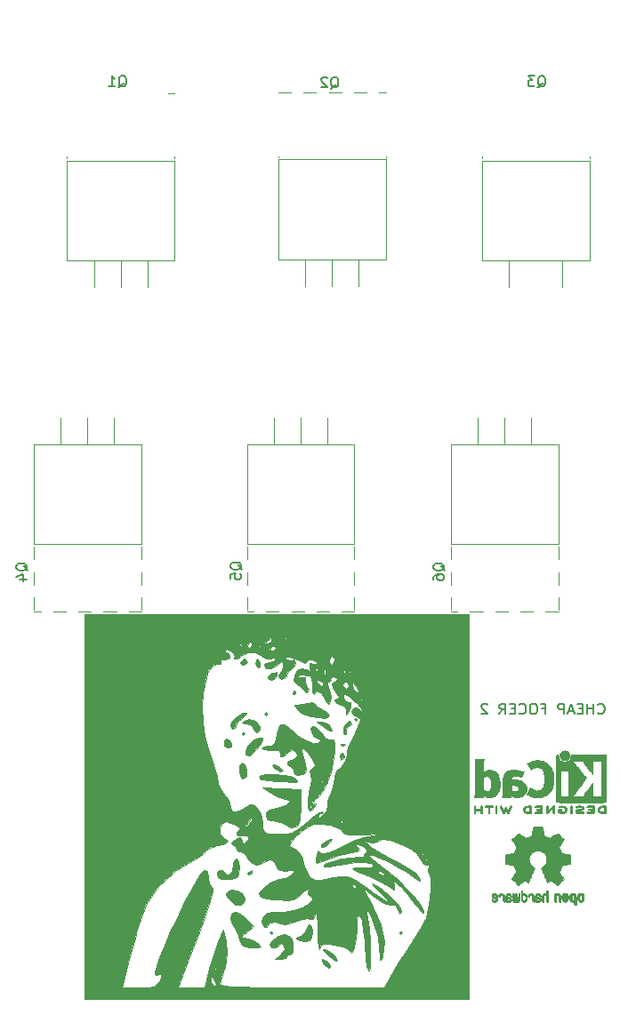
<source format=gbr>
G04 #@! TF.GenerationSoftware,KiCad,Pcbnew,(5.1.5-0-10_14)*
G04 #@! TF.CreationDate,2021-06-26T15:47:57+02:00*
G04 #@! TF.ProjectId,Cheap FOCer 2 60mm,43686561-7020-4464-9f43-657220322036,1.0*
G04 #@! TF.SameCoordinates,PX6979f40PYa1135a0*
G04 #@! TF.FileFunction,Legend,Bot*
G04 #@! TF.FilePolarity,Positive*
%FSLAX46Y46*%
G04 Gerber Fmt 4.6, Leading zero omitted, Abs format (unit mm)*
G04 Created by KiCad (PCBNEW (5.1.5-0-10_14)) date 2021-06-26 15:47:57*
%MOMM*%
%LPD*%
G04 APERTURE LIST*
%ADD10C,0.200000*%
%ADD11C,0.120000*%
%ADD12C,0.010000*%
%ADD13C,0.150000*%
%ADD14C,0.100000*%
%ADD15C,1.200000*%
%ADD16O,1.200000X1.750000*%
%ADD17C,1.800000*%
%ADD18R,1.800000X1.800000*%
%ADD19R,1.905000X2.000000*%
%ADD20O,1.905000X2.000000*%
%ADD21O,3.500000X3.500000*%
%ADD22O,1.700000X1.700000*%
%ADD23R,1.700000X1.700000*%
%ADD24O,1.350000X1.350000*%
%ADD25R,1.350000X1.350000*%
%ADD26R,7.000000X5.000000*%
%ADD27R,6.000000X6.500000*%
%ADD28O,1.850000X0.850000*%
%ADD29C,0.840000*%
%ADD30R,0.840000X0.840000*%
%ADD31C,0.254000*%
G04 APERTURE END LIST*
D10*
X58038095Y33042858D02*
X58085714Y32995239D01*
X58228571Y32947620D01*
X58323809Y32947620D01*
X58466666Y32995239D01*
X58561904Y33090477D01*
X58609523Y33185715D01*
X58657142Y33376191D01*
X58657142Y33519048D01*
X58609523Y33709524D01*
X58561904Y33804762D01*
X58466666Y33900000D01*
X58323809Y33947620D01*
X58228571Y33947620D01*
X58085714Y33900000D01*
X58038095Y33852381D01*
X57609523Y32947620D02*
X57609523Y33947620D01*
X57609523Y33471429D02*
X57038095Y33471429D01*
X57038095Y32947620D02*
X57038095Y33947620D01*
X56561904Y33471429D02*
X56228571Y33471429D01*
X56085714Y32947620D02*
X56561904Y32947620D01*
X56561904Y33947620D01*
X56085714Y33947620D01*
X55704761Y33233334D02*
X55228571Y33233334D01*
X55800000Y32947620D02*
X55466666Y33947620D01*
X55133333Y32947620D01*
X54800000Y32947620D02*
X54800000Y33947620D01*
X54419047Y33947620D01*
X54323809Y33900000D01*
X54276190Y33852381D01*
X54228571Y33757143D01*
X54228571Y33614286D01*
X54276190Y33519048D01*
X54323809Y33471429D01*
X54419047Y33423810D01*
X54800000Y33423810D01*
X52704761Y33471429D02*
X53038095Y33471429D01*
X53038095Y32947620D02*
X53038095Y33947620D01*
X52561904Y33947620D01*
X51990476Y33947620D02*
X51800000Y33947620D01*
X51704761Y33900000D01*
X51609523Y33804762D01*
X51561904Y33614286D01*
X51561904Y33280953D01*
X51609523Y33090477D01*
X51704761Y32995239D01*
X51800000Y32947620D01*
X51990476Y32947620D01*
X52085714Y32995239D01*
X52180952Y33090477D01*
X52228571Y33280953D01*
X52228571Y33614286D01*
X52180952Y33804762D01*
X52085714Y33900000D01*
X51990476Y33947620D01*
X50561904Y33042858D02*
X50609523Y32995239D01*
X50752380Y32947620D01*
X50847619Y32947620D01*
X50990476Y32995239D01*
X51085714Y33090477D01*
X51133333Y33185715D01*
X51180952Y33376191D01*
X51180952Y33519048D01*
X51133333Y33709524D01*
X51085714Y33804762D01*
X50990476Y33900000D01*
X50847619Y33947620D01*
X50752380Y33947620D01*
X50609523Y33900000D01*
X50561904Y33852381D01*
X50133333Y33471429D02*
X49800000Y33471429D01*
X49657142Y32947620D02*
X50133333Y32947620D01*
X50133333Y33947620D01*
X49657142Y33947620D01*
X48657142Y32947620D02*
X48990476Y33423810D01*
X49228571Y32947620D02*
X49228571Y33947620D01*
X48847619Y33947620D01*
X48752380Y33900000D01*
X48704761Y33852381D01*
X48657142Y33757143D01*
X48657142Y33614286D01*
X48704761Y33519048D01*
X48752380Y33471429D01*
X48847619Y33423810D01*
X49228571Y33423810D01*
X47514285Y33852381D02*
X47466666Y33900000D01*
X47371428Y33947620D01*
X47133333Y33947620D01*
X47038095Y33900000D01*
X46990476Y33852381D01*
X46942857Y33757143D01*
X46942857Y33661905D01*
X46990476Y33519048D01*
X47561904Y32947620D01*
X46942857Y32947620D01*
D11*
X7495000Y76190000D02*
X17735000Y76190000D01*
X7495000Y85680000D02*
X17735000Y85680000D01*
X7495000Y76190000D02*
X7495000Y85680000D01*
X17735000Y76190000D02*
X17735000Y85680000D01*
X7495000Y92080000D02*
X8695000Y92080000D01*
X9894000Y92080000D02*
X11095000Y92080000D01*
X12295000Y92080000D02*
X13495000Y92080000D01*
X14695000Y92080000D02*
X15895000Y92080000D01*
X17095000Y92080000D02*
X17735000Y92080000D01*
X7495000Y85920000D02*
X7495000Y87120000D01*
X7495000Y88320000D02*
X7495000Y89520000D01*
X7495000Y90720000D02*
X7495000Y91920000D01*
X17735000Y85920000D02*
X17735000Y87120000D01*
X17735000Y88320000D02*
X17735000Y89520000D01*
X17735000Y90720000D02*
X17735000Y91920000D01*
X10075000Y73650000D02*
X10075000Y76190000D01*
X12615000Y73650000D02*
X12615000Y76190000D01*
X15155000Y73650000D02*
X15155000Y76190000D01*
D12*
G36*
X24045251Y38008808D02*
G01*
X23990526Y37935789D01*
X24051139Y37706895D01*
X24242115Y37668421D01*
X24607933Y37808014D01*
X24658947Y37935789D01*
X24467050Y38195505D01*
X24407358Y38203158D01*
X24045251Y38008808D01*
G37*
X24045251Y38008808D02*
X23990526Y37935789D01*
X24051139Y37706895D01*
X24242115Y37668421D01*
X24607933Y37808014D01*
X24658947Y37935789D01*
X24467050Y38195505D01*
X24407358Y38203158D01*
X24045251Y38008808D01*
G36*
X25472667Y37984829D02*
G01*
X25461052Y37802105D01*
X25600975Y37446233D01*
X25720030Y37401052D01*
X25867140Y37597036D01*
X25825108Y37802105D01*
X25635334Y38153899D01*
X25566131Y38203158D01*
X25472667Y37984829D01*
G37*
X25472667Y37984829D02*
X25461052Y37802105D01*
X25600975Y37446233D01*
X25720030Y37401052D01*
X25867140Y37597036D01*
X25825108Y37802105D01*
X25635334Y38153899D01*
X25566131Y38203158D01*
X25472667Y37984829D01*
G36*
X27174443Y36921572D02*
G01*
X27039019Y36852270D01*
X26599159Y36566823D01*
X26633412Y36373408D01*
X26905233Y36245001D01*
X27271844Y36335528D01*
X27413726Y36612810D01*
X27445889Y36965087D01*
X27174443Y36921572D01*
G37*
X27174443Y36921572D02*
X27039019Y36852270D01*
X26599159Y36566823D01*
X26633412Y36373408D01*
X26905233Y36245001D01*
X27271844Y36335528D01*
X27413726Y36612810D01*
X27445889Y36965087D01*
X27174443Y36921572D01*
G36*
X29025965Y35172982D02*
G01*
X28993966Y34855679D01*
X29025965Y34816491D01*
X29184915Y34853193D01*
X29204210Y34994737D01*
X29106384Y35214811D01*
X29025965Y35172982D01*
G37*
X29025965Y35172982D02*
X28993966Y34855679D01*
X29025965Y34816491D01*
X29184915Y34853193D01*
X29204210Y34994737D01*
X29106384Y35214811D01*
X29025965Y35172982D01*
G36*
X26263158Y32989474D02*
G01*
X26396842Y32855789D01*
X26530526Y32989474D01*
X26396842Y33123158D01*
X26263158Y32989474D01*
G37*
X26263158Y32989474D02*
X26396842Y32855789D01*
X26530526Y32989474D01*
X26396842Y33123158D01*
X26263158Y32989474D01*
G36*
X30474210Y34031132D02*
G01*
X29792321Y33882771D01*
X29410184Y33862404D01*
X29119162Y33841801D01*
X29191378Y33643801D01*
X29458734Y33342718D01*
X29945500Y33019358D01*
X30644503Y32768650D01*
X31392592Y32619045D01*
X32026618Y32598990D01*
X32383431Y32736936D01*
X32412631Y32827635D01*
X32190691Y33141298D01*
X31744210Y33390526D01*
X31248112Y33675969D01*
X31075789Y33936663D01*
X30866203Y34103736D01*
X30474210Y34031132D01*
G37*
X30474210Y34031132D02*
X29792321Y33882771D01*
X29410184Y33862404D01*
X29119162Y33841801D01*
X29191378Y33643801D01*
X29458734Y33342718D01*
X29945500Y33019358D01*
X30644503Y32768650D01*
X31392592Y32619045D01*
X32026618Y32598990D01*
X32383431Y32736936D01*
X32412631Y32827635D01*
X32190691Y33141298D01*
X31744210Y33390526D01*
X31248112Y33675969D01*
X31075789Y33936663D01*
X30866203Y34103736D01*
X30474210Y34031132D01*
G36*
X34818947Y32454737D02*
G01*
X34952631Y32321052D01*
X35086316Y32454737D01*
X34952631Y32588421D01*
X34818947Y32454737D01*
G37*
X34818947Y32454737D02*
X34952631Y32321052D01*
X35086316Y32454737D01*
X34952631Y32588421D01*
X34818947Y32454737D01*
G36*
X24239957Y33041147D02*
G01*
X23762034Y32767346D01*
X23307840Y32365659D01*
X23062474Y31975800D01*
X23054737Y31913836D01*
X23201065Y31562004D01*
X23322105Y31518947D01*
X23560856Y31734832D01*
X23589474Y31910593D01*
X23802127Y32331548D01*
X24147110Y32600676D01*
X24519353Y32880391D01*
X24556506Y33047353D01*
X24239957Y33041147D01*
G37*
X24239957Y33041147D02*
X23762034Y32767346D01*
X23307840Y32365659D01*
X23062474Y31975800D01*
X23054737Y31913836D01*
X23201065Y31562004D01*
X23322105Y31518947D01*
X23560856Y31734832D01*
X23589474Y31910593D01*
X23802127Y32331548D01*
X24147110Y32600676D01*
X24519353Y32880391D01*
X24556506Y33047353D01*
X24239957Y33041147D01*
G36*
X24435443Y32329609D02*
G01*
X24173890Y32134011D01*
X24389663Y32067693D01*
X24592105Y32061814D01*
X25077415Y31902626D01*
X25193684Y31652631D01*
X25394856Y31297874D01*
X25569706Y31251579D01*
X25833299Y31448683D01*
X25810727Y31767821D01*
X25441089Y32329289D01*
X24836742Y32472051D01*
X24435443Y32329609D01*
G37*
X24435443Y32329609D02*
X24173890Y32134011D01*
X24389663Y32067693D01*
X24592105Y32061814D01*
X25077415Y31902626D01*
X25193684Y31652631D01*
X25394856Y31297874D01*
X25569706Y31251579D01*
X25833299Y31448683D01*
X25810727Y31767821D01*
X25441089Y32329289D01*
X24836742Y32472051D01*
X24435443Y32329609D01*
G36*
X31253436Y32241285D02*
G01*
X31343158Y32145664D01*
X31868922Y31840790D01*
X32212105Y31576304D01*
X32564987Y31352014D01*
X32675906Y31410666D01*
X32428905Y31948131D01*
X31757224Y32229468D01*
X31610526Y32247395D01*
X31253436Y32241285D01*
G37*
X31253436Y32241285D02*
X31343158Y32145664D01*
X31868922Y31840790D01*
X32212105Y31576304D01*
X32564987Y31352014D01*
X32675906Y31410666D01*
X32428905Y31948131D01*
X31757224Y32229468D01*
X31610526Y32247395D01*
X31253436Y32241285D01*
G36*
X24124210Y31117895D02*
G01*
X24257895Y30984210D01*
X24391579Y31117895D01*
X24257895Y31251579D01*
X24124210Y31117895D01*
G37*
X24124210Y31117895D02*
X24257895Y30984210D01*
X24391579Y31117895D01*
X24257895Y31251579D01*
X24124210Y31117895D01*
G36*
X34038464Y32100560D02*
G01*
X33839118Y31624564D01*
X33801506Y31171281D01*
X33858745Y31053184D01*
X34035271Y31083149D01*
X34048504Y31140175D01*
X34049288Y31580686D01*
X34048504Y31585789D01*
X34218714Y31779998D01*
X34284210Y31786316D01*
X34543809Y31989776D01*
X34551579Y32053684D01*
X34361328Y32313416D01*
X34302228Y32321052D01*
X34038464Y32100560D01*
G37*
X34038464Y32100560D02*
X33839118Y31624564D01*
X33801506Y31171281D01*
X33858745Y31053184D01*
X34035271Y31083149D01*
X34048504Y31140175D01*
X34049288Y31580686D01*
X34048504Y31585789D01*
X34218714Y31779998D01*
X34284210Y31786316D01*
X34543809Y31989776D01*
X34551579Y32053684D01*
X34361328Y32313416D01*
X34302228Y32321052D01*
X34038464Y32100560D01*
G36*
X33571228Y30092982D02*
G01*
X33607930Y29934032D01*
X33749474Y29914737D01*
X33969548Y30012563D01*
X33927719Y30092982D01*
X33610415Y30124981D01*
X33571228Y30092982D01*
G37*
X33571228Y30092982D02*
X33607930Y29934032D01*
X33749474Y29914737D01*
X33969548Y30012563D01*
X33927719Y30092982D01*
X33610415Y30124981D01*
X33571228Y30092982D01*
G36*
X22434422Y30344741D02*
G01*
X22491652Y29978191D01*
X22805623Y29762632D01*
X23136478Y29842986D01*
X23176915Y29896119D01*
X23122149Y30230634D01*
X22949333Y30426003D01*
X22607173Y30577756D01*
X22434422Y30344741D01*
G37*
X22434422Y30344741D02*
X22491652Y29978191D01*
X22805623Y29762632D01*
X23136478Y29842986D01*
X23176915Y29896119D01*
X23122149Y30230634D01*
X22949333Y30426003D01*
X22607173Y30577756D01*
X22434422Y30344741D01*
G36*
X25214386Y30507946D02*
G01*
X24773659Y30056988D01*
X24466052Y29434115D01*
X24480542Y29069400D01*
X24800406Y29047409D01*
X24958349Y29123061D01*
X25420801Y29522303D01*
X25833460Y30042227D01*
X26114791Y30514033D01*
X26071087Y30690849D01*
X25740748Y30716842D01*
X25214386Y30507946D01*
G37*
X25214386Y30507946D02*
X24773659Y30056988D01*
X24466052Y29434115D01*
X24480542Y29069400D01*
X24800406Y29047409D01*
X24958349Y29123061D01*
X25420801Y29522303D01*
X25833460Y30042227D01*
X26114791Y30514033D01*
X26071087Y30690849D01*
X25740748Y30716842D01*
X25214386Y30507946D01*
G36*
X33521320Y29185531D02*
G01*
X33482105Y28994727D01*
X33570218Y28608424D01*
X33801730Y28724226D01*
X33871740Y28826788D01*
X33838210Y29170177D01*
X33753835Y29243620D01*
X33521320Y29185531D01*
G37*
X33521320Y29185531D02*
X33482105Y28994727D01*
X33570218Y28608424D01*
X33801730Y28724226D01*
X33871740Y28826788D01*
X33838210Y29170177D01*
X33753835Y29243620D01*
X33521320Y29185531D01*
G36*
X27071226Y28077088D02*
G01*
X27187953Y27793578D01*
X27581950Y27540028D01*
X27800565Y27508421D01*
X28057700Y27557076D01*
X27883837Y27762634D01*
X27718364Y27887613D01*
X27240993Y28155743D01*
X27071226Y28077088D01*
G37*
X27071226Y28077088D02*
X27187953Y27793578D01*
X27581950Y27540028D01*
X27800565Y27508421D01*
X28057700Y27557076D01*
X27883837Y27762634D01*
X27718364Y27887613D01*
X27240993Y28155743D01*
X27071226Y28077088D01*
G36*
X23925684Y28094018D02*
G01*
X23863641Y27608545D01*
X23947560Y27100187D01*
X24126099Y26838833D01*
X24431777Y26896490D01*
X24555757Y27090422D01*
X24612799Y27664870D01*
X24423051Y28148024D01*
X24132602Y28310526D01*
X23925684Y28094018D01*
G37*
X23925684Y28094018D02*
X23863641Y27608545D01*
X23947560Y27100187D01*
X24126099Y26838833D01*
X24431777Y26896490D01*
X24555757Y27090422D01*
X24612799Y27664870D01*
X24423051Y28148024D01*
X24132602Y28310526D01*
X23925684Y28094018D01*
G36*
X26524713Y27247978D02*
G01*
X25943191Y27154297D01*
X25728421Y26973684D01*
X25949425Y26743774D01*
X26196316Y26699826D01*
X26717910Y26667319D01*
X27547820Y26591032D01*
X28131425Y26529038D01*
X28952632Y26450064D01*
X29336732Y26468202D01*
X29376185Y26606396D01*
X29235003Y26802897D01*
X28828689Y27021120D01*
X28131906Y27173381D01*
X27309100Y27251670D01*
X26524713Y27247978D01*
G37*
X26524713Y27247978D02*
X25943191Y27154297D01*
X25728421Y26973684D01*
X25949425Y26743774D01*
X26196316Y26699826D01*
X26717910Y26667319D01*
X27547820Y26591032D01*
X28131425Y26529038D01*
X28952632Y26450064D01*
X29336732Y26468202D01*
X29376185Y26606396D01*
X29235003Y26802897D01*
X28828689Y27021120D01*
X28131906Y27173381D01*
X27309100Y27251670D01*
X26524713Y27247978D01*
G36*
X27815057Y31951609D02*
G01*
X27526421Y31414035D01*
X27435303Y30984210D01*
X27272190Y30284471D01*
X27012589Y29976112D01*
X26630039Y29914737D01*
X26143869Y29839160D01*
X25995789Y29704560D01*
X26230715Y29574180D01*
X26809344Y29523476D01*
X26942890Y29525809D01*
X27584633Y29488141D01*
X27775629Y29297610D01*
X27753387Y29201249D01*
X27761647Y28893636D01*
X28038114Y28886707D01*
X28424649Y29158389D01*
X28555157Y29313158D01*
X28903585Y29616083D01*
X29216388Y29470138D01*
X29389399Y29030364D01*
X29145506Y28669992D01*
X28787378Y28577895D01*
X28439304Y28440269D01*
X28496573Y28151578D01*
X28820104Y27939967D01*
X29105059Y27687662D01*
X29089008Y27538325D01*
X29124471Y27267099D01*
X29474484Y27129055D01*
X29922413Y27195834D01*
X29999907Y27237092D01*
X30171699Y27400344D01*
X30226035Y27686403D01*
X30154954Y28212208D01*
X29950492Y29094699D01*
X29844875Y29513684D01*
X29816066Y29792812D01*
X30003819Y29700357D01*
X30392309Y29298248D01*
X30878141Y28638822D01*
X31069206Y28103645D01*
X30936296Y27804415D01*
X30790404Y27775789D01*
X30627784Y27566182D01*
X30683626Y27213046D01*
X30724377Y26611123D01*
X30610591Y25784808D01*
X30540368Y25500713D01*
X30380434Y24660623D01*
X30396817Y24041732D01*
X30559554Y23730781D01*
X30838680Y23814512D01*
X31035486Y24067451D01*
X31081305Y24166316D01*
X30808421Y24166316D01*
X30674737Y24032631D01*
X30541052Y24166316D01*
X30674737Y24300000D01*
X30808421Y24166316D01*
X31081305Y24166316D01*
X31197557Y24417152D01*
X31095528Y24445883D01*
X30816515Y24346529D01*
X30842574Y24530675D01*
X31118040Y24887092D01*
X31485827Y25225746D01*
X31894723Y25732843D01*
X32269106Y26506769D01*
X32291587Y26572631D01*
X31877895Y26572631D01*
X31744210Y26438947D01*
X31610526Y26572631D01*
X31744210Y26706316D01*
X31877895Y26572631D01*
X32291587Y26572631D01*
X32586469Y27436531D01*
X32824306Y28411138D01*
X32960110Y29319597D01*
X32971376Y30050915D01*
X32835597Y30494102D01*
X32566218Y30553798D01*
X32149526Y30651801D01*
X31733363Y31096926D01*
X31288914Y31604294D01*
X30907213Y31779209D01*
X30703290Y31603925D01*
X30730951Y31251579D01*
X30999522Y30817062D01*
X31240657Y30716842D01*
X31575972Y30561988D01*
X31610526Y30449474D01*
X31416248Y30204988D01*
X30918474Y30229114D01*
X30244797Y30474068D01*
X29522809Y30892067D01*
X28880103Y31435325D01*
X28827930Y31491574D01*
X28243972Y31975662D01*
X27815057Y31951609D01*
G37*
X27815057Y31951609D02*
X27526421Y31414035D01*
X27435303Y30984210D01*
X27272190Y30284471D01*
X27012589Y29976112D01*
X26630039Y29914737D01*
X26143869Y29839160D01*
X25995789Y29704560D01*
X26230715Y29574180D01*
X26809344Y29523476D01*
X26942890Y29525809D01*
X27584633Y29488141D01*
X27775629Y29297610D01*
X27753387Y29201249D01*
X27761647Y28893636D01*
X28038114Y28886707D01*
X28424649Y29158389D01*
X28555157Y29313158D01*
X28903585Y29616083D01*
X29216388Y29470138D01*
X29389399Y29030364D01*
X29145506Y28669992D01*
X28787378Y28577895D01*
X28439304Y28440269D01*
X28496573Y28151578D01*
X28820104Y27939967D01*
X29105059Y27687662D01*
X29089008Y27538325D01*
X29124471Y27267099D01*
X29474484Y27129055D01*
X29922413Y27195834D01*
X29999907Y27237092D01*
X30171699Y27400344D01*
X30226035Y27686403D01*
X30154954Y28212208D01*
X29950492Y29094699D01*
X29844875Y29513684D01*
X29816066Y29792812D01*
X30003819Y29700357D01*
X30392309Y29298248D01*
X30878141Y28638822D01*
X31069206Y28103645D01*
X30936296Y27804415D01*
X30790404Y27775789D01*
X30627784Y27566182D01*
X30683626Y27213046D01*
X30724377Y26611123D01*
X30610591Y25784808D01*
X30540368Y25500713D01*
X30380434Y24660623D01*
X30396817Y24041732D01*
X30559554Y23730781D01*
X30838680Y23814512D01*
X31035486Y24067451D01*
X31081305Y24166316D01*
X30808421Y24166316D01*
X30674737Y24032631D01*
X30541052Y24166316D01*
X30674737Y24300000D01*
X30808421Y24166316D01*
X31081305Y24166316D01*
X31197557Y24417152D01*
X31095528Y24445883D01*
X30816515Y24346529D01*
X30842574Y24530675D01*
X31118040Y24887092D01*
X31485827Y25225746D01*
X31894723Y25732843D01*
X32269106Y26506769D01*
X32291587Y26572631D01*
X31877895Y26572631D01*
X31744210Y26438947D01*
X31610526Y26572631D01*
X31744210Y26706316D01*
X31877895Y26572631D01*
X32291587Y26572631D01*
X32586469Y27436531D01*
X32824306Y28411138D01*
X32960110Y29319597D01*
X32971376Y30050915D01*
X32835597Y30494102D01*
X32566218Y30553798D01*
X32149526Y30651801D01*
X31733363Y31096926D01*
X31288914Y31604294D01*
X30907213Y31779209D01*
X30703290Y31603925D01*
X30730951Y31251579D01*
X30999522Y30817062D01*
X31240657Y30716842D01*
X31575972Y30561988D01*
X31610526Y30449474D01*
X31416248Y30204988D01*
X30918474Y30229114D01*
X30244797Y30474068D01*
X29522809Y30892067D01*
X28880103Y31435325D01*
X28827930Y31491574D01*
X28243972Y31975662D01*
X27815057Y31951609D01*
G36*
X27004883Y25380617D02*
G01*
X27675558Y25022957D01*
X28207313Y24840672D01*
X28274883Y24834737D01*
X28644310Y24742758D01*
X28613146Y24526101D01*
X28271024Y24273682D01*
X27707579Y24074419D01*
X27466316Y24032631D01*
X26752351Y23884906D01*
X26442707Y23627543D01*
X26396842Y23364210D01*
X26542002Y22955208D01*
X27059095Y22819500D01*
X27130679Y22817531D01*
X27795436Y22697271D01*
X28186784Y22483321D01*
X28741186Y22189149D01*
X29289129Y22261489D01*
X29576658Y22583973D01*
X29670637Y23086760D01*
X29728949Y23895643D01*
X29738399Y24388709D01*
X29737852Y25770526D01*
X27933663Y25848511D01*
X26129474Y25926497D01*
X27004883Y25380617D01*
G37*
X27004883Y25380617D02*
X27675558Y25022957D01*
X28207313Y24840672D01*
X28274883Y24834737D01*
X28644310Y24742758D01*
X28613146Y24526101D01*
X28271024Y24273682D01*
X27707579Y24074419D01*
X27466316Y24032631D01*
X26752351Y23884906D01*
X26442707Y23627543D01*
X26396842Y23364210D01*
X26542002Y22955208D01*
X27059095Y22819500D01*
X27130679Y22817531D01*
X27795436Y22697271D01*
X28186784Y22483321D01*
X28741186Y22189149D01*
X29289129Y22261489D01*
X29576658Y22583973D01*
X29670637Y23086760D01*
X29728949Y23895643D01*
X29738399Y24388709D01*
X29737852Y25770526D01*
X27933663Y25848511D01*
X26129474Y25926497D01*
X27004883Y25380617D01*
G36*
X32509439Y21011007D02*
G01*
X32212105Y20858577D01*
X31709351Y20527572D01*
X31648896Y20327096D01*
X31845157Y20289474D01*
X32186867Y20473607D01*
X32446736Y20734300D01*
X32663603Y21030706D01*
X32509439Y21011007D01*
G37*
X32509439Y21011007D02*
X32212105Y20858577D01*
X31709351Y20527572D01*
X31648896Y20327096D01*
X31845157Y20289474D01*
X32186867Y20473607D01*
X32446736Y20734300D01*
X32663603Y21030706D01*
X32509439Y21011007D01*
G36*
X24967626Y18042373D02*
G01*
X24682847Y17793832D01*
X24658947Y17733694D01*
X24785834Y17623803D01*
X25050010Y17870042D01*
X25085531Y17924468D01*
X25117044Y18107427D01*
X24967626Y18042373D01*
G37*
X24967626Y18042373D02*
X24682847Y17793832D01*
X24658947Y17733694D01*
X24785834Y17623803D01*
X25050010Y17870042D01*
X25085531Y17924468D01*
X25117044Y18107427D01*
X24967626Y18042373D01*
G36*
X23386740Y18991682D02*
G01*
X23322105Y18567358D01*
X23211234Y18037946D01*
X22961072Y17694775D01*
X22695292Y17659815D01*
X22580341Y17835820D01*
X22301949Y18124667D01*
X21942424Y18101190D01*
X21756581Y17806347D01*
X21765132Y17704787D01*
X21927663Y17336738D01*
X22314886Y17205672D01*
X23068007Y17266815D01*
X23121579Y17274675D01*
X23625897Y17425150D01*
X23826977Y17789618D01*
X23856842Y18301970D01*
X23788483Y18913407D01*
X23620797Y19213691D01*
X23589474Y19220000D01*
X23386740Y18991682D01*
G37*
X23386740Y18991682D02*
X23322105Y18567358D01*
X23211234Y18037946D01*
X22961072Y17694775D01*
X22695292Y17659815D01*
X22580341Y17835820D01*
X22301949Y18124667D01*
X21942424Y18101190D01*
X21756581Y17806347D01*
X21765132Y17704787D01*
X21927663Y17336738D01*
X22314886Y17205672D01*
X23068007Y17266815D01*
X23121579Y17274675D01*
X23625897Y17425150D01*
X23826977Y17789618D01*
X23856842Y18301970D01*
X23788483Y18913407D01*
X23620797Y19213691D01*
X23589474Y19220000D01*
X23386740Y18991682D01*
G36*
X22926551Y16182346D02*
G01*
X22658625Y15910032D01*
X22730676Y15583034D01*
X22931147Y15276198D01*
X23483342Y14758690D01*
X24027705Y14754762D01*
X24339073Y15012524D01*
X24400299Y15419229D01*
X24112472Y15852896D01*
X23636665Y16180128D01*
X23133951Y16267527D01*
X22926551Y16182346D01*
G37*
X22926551Y16182346D02*
X22658625Y15910032D01*
X22730676Y15583034D01*
X22931147Y15276198D01*
X23483342Y14758690D01*
X24027705Y14754762D01*
X24339073Y15012524D01*
X24400299Y15419229D01*
X24112472Y15852896D01*
X23636665Y16180128D01*
X23133951Y16267527D01*
X22926551Y16182346D01*
G36*
X26797895Y12134737D02*
G01*
X26931579Y12001052D01*
X27065263Y12134737D01*
X26931579Y12268421D01*
X26797895Y12134737D01*
G37*
X26797895Y12134737D02*
X26931579Y12001052D01*
X27065263Y12134737D01*
X26931579Y12268421D01*
X26797895Y12134737D01*
G36*
X39096842Y12134737D02*
G01*
X39230526Y12001052D01*
X39364210Y12134737D01*
X39230526Y12268421D01*
X39096842Y12134737D01*
G37*
X39096842Y12134737D02*
X39230526Y12001052D01*
X39364210Y12134737D01*
X39230526Y12268421D01*
X39096842Y12134737D01*
G36*
X30541052Y12936842D02*
G01*
X30291953Y12548717D01*
X30273684Y12404343D01*
X30050645Y12039700D01*
X29718798Y11860973D01*
X29332967Y11651192D01*
X29440506Y11465141D01*
X30000680Y11352573D01*
X30141934Y11344149D01*
X30598754Y11394635D01*
X30780753Y11704375D01*
X30808421Y12208529D01*
X30741466Y12785455D01*
X30566428Y12949296D01*
X30541052Y12936842D01*
G37*
X30541052Y12936842D02*
X30291953Y12548717D01*
X30273684Y12404343D01*
X30050645Y12039700D01*
X29718798Y11860973D01*
X29332967Y11651192D01*
X29440506Y11465141D01*
X30000680Y11352573D01*
X30141934Y11344149D01*
X30598754Y11394635D01*
X30780753Y11704375D01*
X30808421Y12208529D01*
X30741466Y12785455D01*
X30566428Y12949296D01*
X30541052Y12936842D01*
G36*
X23153664Y13930562D02*
G01*
X23059012Y13442916D01*
X23187702Y12888064D01*
X23439918Y12548961D01*
X23763103Y12050947D01*
X23907813Y11513592D01*
X24034808Y11038419D01*
X24378164Y10808319D01*
X25041692Y10712019D01*
X25691078Y10684157D01*
X25902650Y10773251D01*
X25767584Y11018072D01*
X25765988Y11019997D01*
X25265266Y11382583D01*
X24721385Y11593991D01*
X24003651Y11774130D01*
X24643042Y12256423D01*
X25282432Y12738716D01*
X24581790Y13439358D01*
X24012031Y13904347D01*
X23524462Y14134622D01*
X23467942Y14140000D01*
X23153664Y13930562D01*
G37*
X23153664Y13930562D02*
X23059012Y13442916D01*
X23187702Y12888064D01*
X23439918Y12548961D01*
X23763103Y12050947D01*
X23907813Y11513592D01*
X24034808Y11038419D01*
X24378164Y10808319D01*
X25041692Y10712019D01*
X25691078Y10684157D01*
X25902650Y10773251D01*
X25767584Y11018072D01*
X25765988Y11019997D01*
X25265266Y11382583D01*
X24721385Y11593991D01*
X24003651Y11774130D01*
X24643042Y12256423D01*
X25282432Y12738716D01*
X24581790Y13439358D01*
X24012031Y13904347D01*
X23524462Y14134622D01*
X23467942Y14140000D01*
X23153664Y13930562D01*
G36*
X27592644Y11821406D02*
G01*
X27056084Y11437110D01*
X26799685Y11002412D01*
X26797895Y10968946D01*
X26983084Y10703683D01*
X27363612Y10705927D01*
X27676915Y10967012D01*
X27691048Y10998421D01*
X27875264Y11168811D01*
X28112843Y10931579D01*
X28224326Y10537439D01*
X27901275Y10117999D01*
X27836209Y10062631D01*
X27273391Y9594737D01*
X27837748Y9594737D01*
X28287944Y9707642D01*
X28402105Y9877884D01*
X28559589Y10047269D01*
X28638900Y10014685D01*
X28855918Y10094843D01*
X28991198Y10509618D01*
X29013983Y11061326D01*
X28893512Y11552284D01*
X28881607Y11574510D01*
X28452582Y11937322D01*
X28188293Y11992549D01*
X27592644Y11821406D01*
G37*
X27592644Y11821406D02*
X27056084Y11437110D01*
X26799685Y11002412D01*
X26797895Y10968946D01*
X26983084Y10703683D01*
X27363612Y10705927D01*
X27676915Y10967012D01*
X27691048Y10998421D01*
X27875264Y11168811D01*
X28112843Y10931579D01*
X28224326Y10537439D01*
X27901275Y10117999D01*
X27836209Y10062631D01*
X27273391Y9594737D01*
X27837748Y9594737D01*
X28287944Y9707642D01*
X28402105Y9877884D01*
X28559589Y10047269D01*
X28638900Y10014685D01*
X28855918Y10094843D01*
X28991198Y10509618D01*
X29013983Y11061326D01*
X28893512Y11552284D01*
X28881607Y11574510D01*
X28452582Y11937322D01*
X28188293Y11992549D01*
X27592644Y11821406D01*
G36*
X31886297Y10496296D02*
G01*
X32087852Y10191835D01*
X32564033Y9775259D01*
X32590040Y9756137D01*
X33051011Y9482912D01*
X33178331Y9564259D01*
X33168564Y9599571D01*
X32931563Y9939177D01*
X32529317Y10288193D01*
X32129041Y10529682D01*
X31897950Y10546706D01*
X31886297Y10496296D01*
G37*
X31886297Y10496296D02*
X32087852Y10191835D01*
X32564033Y9775259D01*
X32590040Y9756137D01*
X33051011Y9482912D01*
X33178331Y9564259D01*
X33168564Y9599571D01*
X32931563Y9939177D01*
X32529317Y10288193D01*
X32129041Y10529682D01*
X31897950Y10546706D01*
X31886297Y10496296D01*
G36*
X31730924Y9433737D02*
G01*
X31877895Y9193684D01*
X32280480Y8856665D01*
X32478107Y8792631D01*
X32559602Y8953631D01*
X32412631Y9193684D01*
X32010046Y9530703D01*
X31812419Y9594737D01*
X31730924Y9433737D01*
G37*
X31730924Y9433737D02*
X31877895Y9193684D01*
X32280480Y8856665D01*
X32478107Y8792631D01*
X32559602Y8953631D01*
X32412631Y9193684D01*
X32010046Y9530703D01*
X31812419Y9594737D01*
X31730924Y9433737D01*
G36*
X9151579Y5851579D02*
G01*
X45781052Y5851579D01*
X45781052Y16435337D01*
X42079149Y16435337D01*
X42006570Y15395707D01*
X41855233Y14366067D01*
X41638875Y13523449D01*
X41588103Y13390760D01*
X41181335Y12579558D01*
X40613077Y11637923D01*
X40313989Y11198947D01*
X39690972Y10274863D01*
X39003161Y9172659D01*
X38585728Y8458421D01*
X37720755Y6921052D01*
X29824404Y6921052D01*
X27476215Y6925596D01*
X25616865Y6940539D01*
X24200522Y6967854D01*
X23181355Y7009510D01*
X22513532Y7067479D01*
X22151222Y7143731D01*
X22055981Y7233291D01*
X21686712Y7233291D01*
X21647457Y6999480D01*
X21450526Y7054737D01*
X21217888Y7436300D01*
X21187252Y7672095D01*
X21230520Y7971314D01*
X21415356Y7776961D01*
X21450526Y7723158D01*
X21686712Y7233291D01*
X22055981Y7233291D01*
X22048593Y7240238D01*
X22052258Y7255263D01*
X22462965Y8658947D01*
X21717895Y8658947D01*
X21584210Y8525263D01*
X21450526Y8658947D01*
X21584210Y8792631D01*
X21717895Y8658947D01*
X22462965Y8658947D01*
X22502037Y8792482D01*
X22692162Y10215289D01*
X22602908Y11350800D01*
X22342305Y12402105D01*
X21941233Y11466316D01*
X21660168Y10711171D01*
X21328021Y9677406D01*
X21054608Y8725789D01*
X20569055Y6921052D01*
X18015057Y6921052D01*
X19092107Y9661579D01*
X19899922Y11736902D01*
X20514646Y13366731D01*
X20951205Y14598188D01*
X21224522Y15478396D01*
X21349524Y16054480D01*
X21341133Y16373562D01*
X21250000Y16474913D01*
X21012538Y16796368D01*
X20915789Y17392982D01*
X20823189Y17975636D01*
X20581579Y18085366D01*
X20289037Y17799557D01*
X19837608Y17143553D01*
X19294590Y16231703D01*
X18727282Y15178355D01*
X18202985Y14097858D01*
X18102192Y13872631D01*
X17704320Y13021332D01*
X17303082Y12238151D01*
X17284519Y12204478D01*
X17004378Y11610654D01*
X16660651Y10763312D01*
X16314226Y9829736D01*
X16025993Y8977204D01*
X15856844Y8372999D01*
X15835789Y8224429D01*
X16034070Y8114780D01*
X16245691Y8164603D01*
X16504356Y8207523D01*
X16477335Y7951901D01*
X16336458Y7621474D01*
X16114371Y7234652D01*
X15797294Y7024297D01*
X15235514Y6937435D01*
X14356939Y6921052D01*
X12696553Y6921052D01*
X13332727Y9260526D01*
X13654138Y10459018D01*
X13951551Y11596712D01*
X14173909Y12477444D01*
X14220584Y12671736D01*
X14972914Y14763652D01*
X16167116Y16563273D01*
X17778435Y18039463D01*
X19144714Y18865406D01*
X19932521Y19303811D01*
X20518969Y19706711D01*
X20722532Y19911575D01*
X21108405Y20198417D01*
X21774366Y20425027D01*
X21858847Y20442162D01*
X22556986Y20648386D01*
X22770926Y20895392D01*
X22477575Y21150518D01*
X22386316Y21188266D01*
X22051741Y21556960D01*
X22019731Y22126624D01*
X22274636Y22610846D01*
X22669703Y22739042D01*
X23332354Y22516361D01*
X23400898Y22482723D01*
X23864626Y22187005D01*
X23956656Y21981726D01*
X23913631Y21957175D01*
X23642847Y21730317D01*
X23605710Y21463266D01*
X23790000Y21390609D01*
X24204206Y21402369D01*
X24491159Y21390609D01*
X24829106Y21306359D01*
X24718360Y21032612D01*
X24637434Y20931973D01*
X24345083Y20645481D01*
X24184608Y20795803D01*
X24130804Y20939097D01*
X23965312Y21223420D01*
X23676041Y21135994D01*
X23449792Y20973522D01*
X23168185Y20677526D01*
X23255263Y20565345D01*
X23557774Y20343701D01*
X23589474Y20185497D01*
X23805033Y19888998D01*
X24050919Y19851286D01*
X24444520Y19715818D01*
X24518813Y19532657D01*
X24721036Y19105820D01*
X25024555Y18811803D01*
X25471432Y18589653D01*
X25923346Y18717501D01*
X26149113Y18856402D01*
X26785706Y19109328D01*
X27212605Y18959583D01*
X27332631Y18564405D01*
X27559218Y18164803D01*
X28115881Y17976210D01*
X28771885Y18049346D01*
X29155845Y18136123D01*
X29099084Y17951044D01*
X28968850Y17788040D01*
X28506091Y17427136D01*
X28225032Y17348421D01*
X27602634Y17213329D01*
X26888752Y16877328D01*
X26247080Y16444329D01*
X25841310Y16018245D01*
X25781050Y15796998D01*
X25947738Y15530665D01*
X26396546Y15369495D01*
X27239290Y15279354D01*
X27527717Y15263768D01*
X28498098Y15246613D01*
X29099740Y15334388D01*
X29494112Y15562584D01*
X29656557Y15731663D01*
X30059482Y16110716D01*
X30380600Y16280606D01*
X30488912Y16192495D01*
X30407368Y16011579D01*
X30428567Y15765203D01*
X30525273Y15744210D01*
X30774043Y15526960D01*
X30808421Y15329515D01*
X30566012Y14934896D01*
X29936440Y14566005D01*
X29066190Y14282706D01*
X28101743Y14144864D01*
X27897823Y14140000D01*
X27103488Y14100235D01*
X26494380Y14002134D01*
X26418709Y13977710D01*
X26077224Y13616314D01*
X26013503Y13084344D01*
X26261847Y12670286D01*
X26263158Y12669474D01*
X26510244Y12674321D01*
X26530526Y12758773D01*
X26747211Y13083746D01*
X27246010Y13196790D01*
X27800042Y13049884D01*
X27827617Y13033303D01*
X28309347Y12890218D01*
X28935123Y13071262D01*
X29167252Y13185098D01*
X29881784Y13444685D01*
X30482654Y13486713D01*
X30535497Y13473342D01*
X30921204Y13469737D01*
X31114561Y13860279D01*
X31150495Y14061145D01*
X31205950Y14148323D01*
X31263623Y13775276D01*
X31315038Y13016413D01*
X31339508Y12402105D01*
X31383599Y11425861D01*
X31439552Y10770284D01*
X31498613Y10518293D01*
X31530862Y10589840D01*
X31651361Y10944000D01*
X31929988Y11086440D01*
X32518500Y11064618D01*
X32898135Y11017413D01*
X33735501Y10824461D01*
X34305473Y10537621D01*
X34409324Y10423363D01*
X34607041Y10212697D01*
X34753909Y10436496D01*
X34845585Y10797895D01*
X34966746Y11590465D01*
X35045743Y12555384D01*
X35054682Y12789789D01*
X35105420Y13503166D01*
X35225551Y13755663D01*
X35404918Y13660976D01*
X35563475Y13256596D01*
X35706475Y12450926D01*
X35812696Y11377383D01*
X35838675Y10933818D01*
X35921169Y9807790D01*
X36039058Y8984053D01*
X36176443Y8560748D01*
X36228819Y8525263D01*
X36320548Y8770065D01*
X36362363Y9419793D01*
X36358949Y10347431D01*
X36314987Y11425964D01*
X36235161Y12528374D01*
X36124155Y13527646D01*
X36021809Y14140000D01*
X36046665Y14290833D01*
X36249915Y14015256D01*
X36537840Y13471579D01*
X37117244Y11719344D01*
X37231835Y10664210D01*
X37262239Y9862994D01*
X37312318Y9542747D01*
X37405524Y9649714D01*
X37523456Y9995789D01*
X37666641Y11328503D01*
X37334451Y12897533D01*
X36576233Y14607895D01*
X36146111Y15425432D01*
X35849461Y16020917D01*
X35744710Y16276601D01*
X35747053Y16278947D01*
X35976162Y16128165D01*
X36483834Y15744170D01*
X36829919Y15472305D01*
X37587416Y14977504D01*
X38179155Y14794925D01*
X38304066Y14811382D01*
X38733171Y14745421D01*
X38948008Y14348024D01*
X39119177Y13968591D01*
X39273811Y14091552D01*
X39288835Y14127261D01*
X39184172Y14547210D01*
X38663160Y15177406D01*
X38268210Y15545268D01*
X37495950Y16189337D01*
X36905543Y16625734D01*
X36549344Y16831100D01*
X36479711Y16782076D01*
X36749002Y16455303D01*
X37192807Y16025059D01*
X37876871Y15362444D01*
X38147837Y15028526D01*
X38014967Y15024048D01*
X37487524Y15349754D01*
X36612212Y15978485D01*
X36175047Y16296355D01*
X35020762Y16296355D01*
X34984190Y16278947D01*
X34740194Y16467169D01*
X34685263Y16546316D01*
X34617132Y16796276D01*
X34653704Y16813684D01*
X34897701Y16625462D01*
X34952631Y16546316D01*
X35020762Y16296355D01*
X36175047Y16296355D01*
X35560922Y16742895D01*
X34792526Y17222163D01*
X34169397Y17461457D01*
X33553908Y17505946D01*
X32808432Y17400799D01*
X32480041Y17334662D01*
X31613962Y17171845D01*
X31100059Y17155209D01*
X30769981Y17308474D01*
X30487634Y17615364D01*
X30126418Y18249242D01*
X30006316Y18760672D01*
X29812152Y19424952D01*
X29345762Y20001329D01*
X28781301Y20284818D01*
X28707457Y20289474D01*
X28600556Y20433088D01*
X28819405Y20797730D01*
X29261579Y21284102D01*
X29824654Y21792905D01*
X30406204Y22224837D01*
X30903806Y22480601D01*
X30990832Y22503174D01*
X31703902Y22527900D01*
X32506575Y22401705D01*
X33222661Y22173599D01*
X33675973Y21892588D01*
X33749474Y21735847D01*
X33865956Y21557469D01*
X34273550Y21466463D01*
X35059471Y21453042D01*
X35955263Y21488288D01*
X36955105Y21535345D01*
X37448246Y21545145D01*
X37461674Y21513924D01*
X37022373Y21437920D01*
X36679071Y21387370D01*
X35681552Y21186860D01*
X34775966Y20911462D01*
X34406439Y20750107D01*
X33229372Y20140056D01*
X32428702Y19784204D01*
X31925390Y19656531D01*
X31640397Y19731017D01*
X31567336Y19815465D01*
X31369688Y19976859D01*
X31326795Y19888421D01*
X31258026Y19406752D01*
X31212675Y19153158D01*
X31161524Y18842622D01*
X31238260Y18728317D01*
X31554532Y18815745D01*
X32221991Y19110404D01*
X32450276Y19214128D01*
X33357428Y19542183D01*
X34235789Y19731212D01*
X34484737Y19748865D01*
X35109507Y19841757D01*
X35357709Y20056308D01*
X35161395Y20312349D01*
X35019474Y20379769D01*
X34902832Y20499161D01*
X35120420Y20535734D01*
X35647613Y20363713D01*
X35888421Y20155789D01*
X36077910Y19831059D01*
X35905379Y19754737D01*
X35728183Y19587613D01*
X35780268Y19446058D01*
X35812119Y19263372D01*
X35658330Y19330645D01*
X35242672Y19377561D01*
X34500566Y19306294D01*
X33617838Y19152017D01*
X32780318Y18949901D01*
X32173830Y18735118D01*
X32024947Y18642953D01*
X31975395Y18459241D01*
X32407942Y18438243D01*
X33295662Y18578847D01*
X33961295Y18723070D01*
X34912173Y18865615D01*
X35779769Y18866009D01*
X36420131Y18737465D01*
X36689304Y18493194D01*
X36690526Y18472577D01*
X36453931Y18370345D01*
X35858482Y18351668D01*
X35554210Y18371372D01*
X34866413Y18378052D01*
X34671894Y18250460D01*
X34955004Y18018443D01*
X35700092Y17711844D01*
X35942111Y17631694D01*
X36852497Y17253962D01*
X37760570Y16751617D01*
X37847539Y16694053D01*
X38423005Y16314835D01*
X38661600Y16229769D01*
X38668400Y16431964D01*
X38616431Y16643605D01*
X38554470Y17034186D01*
X38749540Y16979758D01*
X38906460Y16856363D01*
X39301152Y16454746D01*
X39870567Y15786062D01*
X40340118Y15191199D01*
X40877380Y14527868D01*
X41284302Y14101537D01*
X41457397Y14005117D01*
X41407062Y14302856D01*
X41045456Y14866827D01*
X40455985Y15602463D01*
X39722051Y16415199D01*
X38927060Y17210465D01*
X38294958Y17769419D01*
X37721399Y17769419D01*
X37658355Y17629907D01*
X37508411Y17615789D01*
X37145854Y17809974D01*
X37093472Y17880095D01*
X37136507Y18032029D01*
X37345061Y17985174D01*
X37721399Y17769419D01*
X38294958Y17769419D01*
X38154416Y17893697D01*
X37768017Y18188293D01*
X37012095Y18755295D01*
X36486000Y19215795D01*
X36290501Y19480363D01*
X36294704Y19495831D01*
X36581736Y19497357D01*
X37196294Y19285500D01*
X38007276Y18921835D01*
X38883579Y18467937D01*
X39694099Y17985383D01*
X40081634Y17717207D01*
X40764063Y17250651D01*
X41111488Y17105454D01*
X41092002Y17281354D01*
X40726386Y17722507D01*
X40151273Y18184961D01*
X39295494Y18709284D01*
X38607675Y19057475D01*
X37670579Y19527178D01*
X36838055Y20013942D01*
X36423158Y20307987D01*
X35754737Y20864986D01*
X36480672Y20749773D01*
X37042091Y20759646D01*
X37305997Y20929912D01*
X37557800Y21074674D01*
X38178491Y20960171D01*
X38451641Y20873379D01*
X39550700Y20469227D01*
X40271325Y20094472D01*
X40756039Y19657887D01*
X41074737Y19194332D01*
X41461448Y18712447D01*
X41795839Y18573255D01*
X41829738Y18588174D01*
X41993517Y18601745D01*
X41929742Y18459205D01*
X41874796Y17974967D01*
X41933084Y17836440D01*
X42059233Y17307925D01*
X42079149Y16435337D01*
X45781052Y16435337D01*
X45781052Y19086316D01*
X41770526Y19086316D01*
X41636842Y18952631D01*
X41503158Y19086316D01*
X41636842Y19220000D01*
X41770526Y19086316D01*
X45781052Y19086316D01*
X45781052Y19621052D01*
X41503158Y19621052D01*
X41369474Y19487368D01*
X41235789Y19621052D01*
X41369474Y19754737D01*
X41503158Y19621052D01*
X45781052Y19621052D01*
X45781052Y22695789D01*
X33749474Y22695789D01*
X33651648Y22475715D01*
X33571228Y22517544D01*
X33539229Y22834848D01*
X33571228Y22874035D01*
X33730178Y22837333D01*
X33749474Y22695789D01*
X45781052Y22695789D01*
X45781052Y33127388D01*
X35596221Y33127388D01*
X35412220Y33346112D01*
X35403932Y33357938D01*
X35036729Y33584514D01*
X34848840Y33542685D01*
X34565023Y33187101D01*
X34786053Y32854268D01*
X35078816Y32724485D01*
X35444813Y32481406D01*
X35367693Y32104889D01*
X34799914Y30982289D01*
X34391557Y30082678D01*
X34180524Y29494679D01*
X34173398Y29312567D01*
X34157807Y29014809D01*
X33938454Y28511762D01*
X33632165Y28013070D01*
X33355767Y27728374D01*
X33285317Y27718923D01*
X33121607Y27535754D01*
X32966701Y26985040D01*
X32932723Y26783133D01*
X32748166Y25944684D01*
X32494854Y25244389D01*
X32465787Y25188316D01*
X32271031Y24597124D01*
X32289335Y24235657D01*
X32216587Y23801784D01*
X31887324Y23372744D01*
X31497365Y23111145D01*
X31343158Y23189087D01*
X31550972Y23480100D01*
X31655088Y23497895D01*
X31841069Y23599521D01*
X31801481Y23663431D01*
X31534006Y23585693D01*
X30991765Y23222834D01*
X30292060Y22653368D01*
X30290819Y22652283D01*
X29542870Y22033950D01*
X28928833Y21676119D01*
X28264653Y21524958D01*
X27366277Y21526636D01*
X26623832Y21579780D01*
X26229680Y21708518D01*
X26082027Y22110701D01*
X26074891Y22549730D01*
X25985772Y23091144D01*
X25154821Y23091144D01*
X25098795Y22839421D01*
X24841584Y22454850D01*
X24559135Y22183682D01*
X24490260Y22161052D01*
X24529429Y22350989D01*
X24713402Y22683630D01*
X25007116Y23044625D01*
X25154821Y23091144D01*
X25985772Y23091144D01*
X25923611Y23468773D01*
X25603978Y24022420D01*
X25193487Y24384309D01*
X24862808Y24344041D01*
X24682392Y24206187D01*
X24067874Y23840002D01*
X23656316Y23694316D01*
X23197053Y23677928D01*
X23057513Y24030311D01*
X23054737Y24149908D01*
X22863118Y24793858D01*
X22547981Y25210467D01*
X22105727Y25831315D01*
X21906600Y26388222D01*
X21757749Y27095589D01*
X21561562Y27809519D01*
X21265065Y28706834D01*
X20930242Y29647368D01*
X20592181Y30891203D01*
X20404503Y32255402D01*
X20356935Y33646013D01*
X20439202Y34969085D01*
X20641030Y36130667D01*
X20952147Y37036806D01*
X21362278Y37593552D01*
X21812706Y37717381D01*
X22150564Y37757229D01*
X22118947Y37935789D01*
X22140145Y38155121D01*
X22398589Y38154198D01*
X22850762Y38240704D01*
X22982438Y38403684D01*
X22922383Y38705484D01*
X22809649Y38737895D01*
X22532363Y38934818D01*
X22520000Y39014670D01*
X22698743Y39146750D01*
X23062225Y39001255D01*
X23423479Y38684019D01*
X23447499Y38457111D01*
X23432389Y38230639D01*
X23710191Y38246729D01*
X24108212Y38484965D01*
X24171955Y38542757D01*
X24732322Y38804378D01*
X25408843Y38803549D01*
X25932329Y38551399D01*
X25997794Y38467282D01*
X26397877Y38251137D01*
X26770527Y38273471D01*
X27211215Y38296375D01*
X27332631Y38178127D01*
X27108476Y37981160D01*
X26797895Y37935789D01*
X26364295Y37779165D01*
X26263158Y37559768D01*
X26461547Y37337502D01*
X26912776Y37339748D01*
X27400934Y37533688D01*
X27652304Y37770910D01*
X27906558Y37961112D01*
X28058796Y37779432D01*
X28040929Y37387648D01*
X27924089Y37125152D01*
X27641179Y36596449D01*
X27699037Y36371592D01*
X28001052Y36331579D01*
X28355850Y36530909D01*
X28402105Y36704026D01*
X28617772Y37116779D01*
X28803158Y37230372D01*
X29156955Y37598524D01*
X29204210Y37822319D01*
X29042323Y38133599D01*
X28811720Y38109756D01*
X28381494Y38112607D01*
X28261204Y38214835D01*
X28276792Y38433904D01*
X28629525Y38448662D01*
X29170825Y38278442D01*
X29614670Y38038724D01*
X30101059Y37802772D01*
X30273684Y37905039D01*
X30464220Y38163211D01*
X30866665Y38162362D01*
X31227273Y37906358D01*
X31237555Y37890353D01*
X31251025Y37692530D01*
X30953743Y37760643D01*
X30607664Y37806758D01*
X30600754Y37470794D01*
X30613305Y37421002D01*
X30653411Y37061713D01*
X30400685Y37119484D01*
X30272310Y37196591D01*
X29784913Y37345522D01*
X29432571Y37113774D01*
X29142308Y36618633D01*
X29094473Y36132263D01*
X29300522Y35881488D01*
X29618432Y35647745D01*
X29875119Y35347171D01*
X30226427Y35046485D01*
X30434526Y35066455D01*
X30460130Y35399467D01*
X30343595Y35566510D01*
X30158273Y36038906D01*
X30190662Y36233507D01*
X30170894Y36486759D01*
X29902400Y36439690D01*
X29540611Y36425777D01*
X29471579Y36546684D01*
X29684266Y36733911D01*
X29939474Y36729430D01*
X30449445Y36640959D01*
X30607895Y36619404D01*
X30738067Y36368838D01*
X30808641Y35773649D01*
X30812515Y35596316D01*
X30855533Y34984296D01*
X30982860Y34880716D01*
X31055620Y34971256D01*
X31300375Y35202618D01*
X31619210Y35021135D01*
X31719947Y34923512D01*
X32061209Y34466244D01*
X32145263Y34211729D01*
X32348579Y33936986D01*
X32428685Y33925263D01*
X32576013Y34147086D01*
X32588621Y34673551D01*
X32482200Y35296153D01*
X32293948Y35768237D01*
X31877895Y35768237D01*
X31784678Y35544069D01*
X31480498Y35772631D01*
X31338078Y35936647D01*
X31143001Y36226512D01*
X31354246Y36206905D01*
X31439024Y36175410D01*
X31815667Y35914293D01*
X31877895Y35768237D01*
X32293948Y35768237D01*
X32289075Y35780455D01*
X32303759Y36038029D01*
X32412631Y36064210D01*
X32603238Y36207251D01*
X32573856Y36287017D01*
X32655649Y36482319D01*
X32825445Y36509824D01*
X33173972Y36385981D01*
X33214737Y36287017D01*
X33010008Y36070426D01*
X32947368Y36064210D01*
X32699066Y35886893D01*
X32780092Y35450885D01*
X33122491Y34948947D01*
X33362185Y34576305D01*
X33256175Y34460000D01*
X32952222Y34346891D01*
X33027339Y34110851D01*
X33403720Y33906813D01*
X33548947Y33877017D01*
X34012879Y33660064D01*
X34072535Y33256842D01*
X34055111Y32908354D01*
X34213755Y33044320D01*
X34268968Y33123158D01*
X34517446Y33668175D01*
X34481928Y34049626D01*
X34233247Y34125789D01*
X33928139Y34290237D01*
X33801421Y34584840D01*
X33772055Y34881623D01*
X33937346Y34881758D01*
X34393405Y34565730D01*
X34573031Y34428161D01*
X35154884Y33911755D01*
X35518591Y33462545D01*
X35559950Y33367532D01*
X35596221Y33127388D01*
X45781052Y33127388D01*
X45781052Y34326316D01*
X35621052Y34326316D01*
X35487368Y34192631D01*
X35353684Y34326316D01*
X35487368Y34460000D01*
X35621052Y34326316D01*
X45781052Y34326316D01*
X45781052Y35130568D01*
X35213583Y35130568D01*
X35124328Y34994737D01*
X34829015Y35209272D01*
X34707575Y35434057D01*
X34665238Y35647378D01*
X34284210Y35647378D01*
X34154592Y35370637D01*
X34016842Y35395789D01*
X33759672Y35737609D01*
X33749474Y35812621D01*
X33953407Y36057009D01*
X34016842Y36064210D01*
X34251488Y35846583D01*
X34284210Y35647378D01*
X34665238Y35647378D01*
X34614292Y35904068D01*
X34776727Y35948040D01*
X35074060Y35552373D01*
X35213583Y35130568D01*
X45781052Y35130568D01*
X45781052Y37000000D01*
X34551579Y37000000D01*
X34417895Y36866316D01*
X34284210Y37000000D01*
X34016842Y37000000D01*
X33883158Y36866316D01*
X33749474Y37000000D01*
X33771755Y37022281D01*
X32124155Y37022281D01*
X32074998Y36675500D01*
X31983728Y36671360D01*
X31919902Y37029203D01*
X31948769Y37133684D01*
X31343158Y37133684D01*
X31245332Y36913610D01*
X31164912Y36955438D01*
X31132913Y37272742D01*
X31164912Y37311930D01*
X31323862Y37275228D01*
X31343158Y37133684D01*
X31948769Y37133684D01*
X31962620Y37183816D01*
X32081340Y37285090D01*
X32124155Y37022281D01*
X33771755Y37022281D01*
X33883158Y37133684D01*
X34016842Y37000000D01*
X34284210Y37000000D01*
X34417895Y37133684D01*
X34551579Y37000000D01*
X45781052Y37000000D01*
X45781052Y38069474D01*
X32947368Y38069474D01*
X32802997Y37713668D01*
X32680000Y37668421D01*
X32442796Y37884978D01*
X32412631Y38069474D01*
X32557003Y38425279D01*
X32680000Y38470526D01*
X32917204Y38253969D01*
X32947368Y38069474D01*
X45781052Y38069474D01*
X45781052Y39288411D01*
X27332631Y39288411D01*
X27138546Y39016144D01*
X27065263Y39005263D01*
X26804846Y39096485D01*
X26797895Y39123168D01*
X26985249Y39351439D01*
X27065263Y39406316D01*
X25995789Y39406316D01*
X25862105Y39272631D01*
X25728421Y39406316D01*
X25862105Y39540000D01*
X25995789Y39406316D01*
X27065263Y39406316D01*
X27311639Y39385117D01*
X27332631Y39288411D01*
X45781052Y39288411D01*
X45781052Y40208421D01*
X28402105Y40208421D01*
X28268421Y40074737D01*
X28142813Y40200345D01*
X27028778Y40200345D01*
X26976218Y39953933D01*
X26790152Y39796925D01*
X26359530Y39564798D01*
X26340822Y39643568D01*
X25101777Y39643568D01*
X25060000Y39540000D01*
X24819741Y39284935D01*
X24776852Y39272631D01*
X24662013Y39479492D01*
X24658947Y39540000D01*
X24124210Y39540000D01*
X24026384Y39319925D01*
X23945965Y39361754D01*
X23913966Y39679058D01*
X23945965Y39718245D01*
X24104915Y39681544D01*
X24124210Y39540000D01*
X24658947Y39540000D01*
X24864487Y39797094D01*
X24942095Y39807368D01*
X25101777Y39643568D01*
X26340822Y39643568D01*
X26332902Y39676915D01*
X26535889Y39947514D01*
X26875949Y40214007D01*
X27028778Y40200345D01*
X28142813Y40200345D01*
X28134737Y40208421D01*
X28268421Y40342105D01*
X28402105Y40208421D01*
X45781052Y40208421D01*
X45781052Y42481052D01*
X9151579Y42481052D01*
X9151579Y5851579D01*
G37*
X9151579Y5851579D02*
X45781052Y5851579D01*
X45781052Y16435337D01*
X42079149Y16435337D01*
X42006570Y15395707D01*
X41855233Y14366067D01*
X41638875Y13523449D01*
X41588103Y13390760D01*
X41181335Y12579558D01*
X40613077Y11637923D01*
X40313989Y11198947D01*
X39690972Y10274863D01*
X39003161Y9172659D01*
X38585728Y8458421D01*
X37720755Y6921052D01*
X29824404Y6921052D01*
X27476215Y6925596D01*
X25616865Y6940539D01*
X24200522Y6967854D01*
X23181355Y7009510D01*
X22513532Y7067479D01*
X22151222Y7143731D01*
X22055981Y7233291D01*
X21686712Y7233291D01*
X21647457Y6999480D01*
X21450526Y7054737D01*
X21217888Y7436300D01*
X21187252Y7672095D01*
X21230520Y7971314D01*
X21415356Y7776961D01*
X21450526Y7723158D01*
X21686712Y7233291D01*
X22055981Y7233291D01*
X22048593Y7240238D01*
X22052258Y7255263D01*
X22462965Y8658947D01*
X21717895Y8658947D01*
X21584210Y8525263D01*
X21450526Y8658947D01*
X21584210Y8792631D01*
X21717895Y8658947D01*
X22462965Y8658947D01*
X22502037Y8792482D01*
X22692162Y10215289D01*
X22602908Y11350800D01*
X22342305Y12402105D01*
X21941233Y11466316D01*
X21660168Y10711171D01*
X21328021Y9677406D01*
X21054608Y8725789D01*
X20569055Y6921052D01*
X18015057Y6921052D01*
X19092107Y9661579D01*
X19899922Y11736902D01*
X20514646Y13366731D01*
X20951205Y14598188D01*
X21224522Y15478396D01*
X21349524Y16054480D01*
X21341133Y16373562D01*
X21250000Y16474913D01*
X21012538Y16796368D01*
X20915789Y17392982D01*
X20823189Y17975636D01*
X20581579Y18085366D01*
X20289037Y17799557D01*
X19837608Y17143553D01*
X19294590Y16231703D01*
X18727282Y15178355D01*
X18202985Y14097858D01*
X18102192Y13872631D01*
X17704320Y13021332D01*
X17303082Y12238151D01*
X17284519Y12204478D01*
X17004378Y11610654D01*
X16660651Y10763312D01*
X16314226Y9829736D01*
X16025993Y8977204D01*
X15856844Y8372999D01*
X15835789Y8224429D01*
X16034070Y8114780D01*
X16245691Y8164603D01*
X16504356Y8207523D01*
X16477335Y7951901D01*
X16336458Y7621474D01*
X16114371Y7234652D01*
X15797294Y7024297D01*
X15235514Y6937435D01*
X14356939Y6921052D01*
X12696553Y6921052D01*
X13332727Y9260526D01*
X13654138Y10459018D01*
X13951551Y11596712D01*
X14173909Y12477444D01*
X14220584Y12671736D01*
X14972914Y14763652D01*
X16167116Y16563273D01*
X17778435Y18039463D01*
X19144714Y18865406D01*
X19932521Y19303811D01*
X20518969Y19706711D01*
X20722532Y19911575D01*
X21108405Y20198417D01*
X21774366Y20425027D01*
X21858847Y20442162D01*
X22556986Y20648386D01*
X22770926Y20895392D01*
X22477575Y21150518D01*
X22386316Y21188266D01*
X22051741Y21556960D01*
X22019731Y22126624D01*
X22274636Y22610846D01*
X22669703Y22739042D01*
X23332354Y22516361D01*
X23400898Y22482723D01*
X23864626Y22187005D01*
X23956656Y21981726D01*
X23913631Y21957175D01*
X23642847Y21730317D01*
X23605710Y21463266D01*
X23790000Y21390609D01*
X24204206Y21402369D01*
X24491159Y21390609D01*
X24829106Y21306359D01*
X24718360Y21032612D01*
X24637434Y20931973D01*
X24345083Y20645481D01*
X24184608Y20795803D01*
X24130804Y20939097D01*
X23965312Y21223420D01*
X23676041Y21135994D01*
X23449792Y20973522D01*
X23168185Y20677526D01*
X23255263Y20565345D01*
X23557774Y20343701D01*
X23589474Y20185497D01*
X23805033Y19888998D01*
X24050919Y19851286D01*
X24444520Y19715818D01*
X24518813Y19532657D01*
X24721036Y19105820D01*
X25024555Y18811803D01*
X25471432Y18589653D01*
X25923346Y18717501D01*
X26149113Y18856402D01*
X26785706Y19109328D01*
X27212605Y18959583D01*
X27332631Y18564405D01*
X27559218Y18164803D01*
X28115881Y17976210D01*
X28771885Y18049346D01*
X29155845Y18136123D01*
X29099084Y17951044D01*
X28968850Y17788040D01*
X28506091Y17427136D01*
X28225032Y17348421D01*
X27602634Y17213329D01*
X26888752Y16877328D01*
X26247080Y16444329D01*
X25841310Y16018245D01*
X25781050Y15796998D01*
X25947738Y15530665D01*
X26396546Y15369495D01*
X27239290Y15279354D01*
X27527717Y15263768D01*
X28498098Y15246613D01*
X29099740Y15334388D01*
X29494112Y15562584D01*
X29656557Y15731663D01*
X30059482Y16110716D01*
X30380600Y16280606D01*
X30488912Y16192495D01*
X30407368Y16011579D01*
X30428567Y15765203D01*
X30525273Y15744210D01*
X30774043Y15526960D01*
X30808421Y15329515D01*
X30566012Y14934896D01*
X29936440Y14566005D01*
X29066190Y14282706D01*
X28101743Y14144864D01*
X27897823Y14140000D01*
X27103488Y14100235D01*
X26494380Y14002134D01*
X26418709Y13977710D01*
X26077224Y13616314D01*
X26013503Y13084344D01*
X26261847Y12670286D01*
X26263158Y12669474D01*
X26510244Y12674321D01*
X26530526Y12758773D01*
X26747211Y13083746D01*
X27246010Y13196790D01*
X27800042Y13049884D01*
X27827617Y13033303D01*
X28309347Y12890218D01*
X28935123Y13071262D01*
X29167252Y13185098D01*
X29881784Y13444685D01*
X30482654Y13486713D01*
X30535497Y13473342D01*
X30921204Y13469737D01*
X31114561Y13860279D01*
X31150495Y14061145D01*
X31205950Y14148323D01*
X31263623Y13775276D01*
X31315038Y13016413D01*
X31339508Y12402105D01*
X31383599Y11425861D01*
X31439552Y10770284D01*
X31498613Y10518293D01*
X31530862Y10589840D01*
X31651361Y10944000D01*
X31929988Y11086440D01*
X32518500Y11064618D01*
X32898135Y11017413D01*
X33735501Y10824461D01*
X34305473Y10537621D01*
X34409324Y10423363D01*
X34607041Y10212697D01*
X34753909Y10436496D01*
X34845585Y10797895D01*
X34966746Y11590465D01*
X35045743Y12555384D01*
X35054682Y12789789D01*
X35105420Y13503166D01*
X35225551Y13755663D01*
X35404918Y13660976D01*
X35563475Y13256596D01*
X35706475Y12450926D01*
X35812696Y11377383D01*
X35838675Y10933818D01*
X35921169Y9807790D01*
X36039058Y8984053D01*
X36176443Y8560748D01*
X36228819Y8525263D01*
X36320548Y8770065D01*
X36362363Y9419793D01*
X36358949Y10347431D01*
X36314987Y11425964D01*
X36235161Y12528374D01*
X36124155Y13527646D01*
X36021809Y14140000D01*
X36046665Y14290833D01*
X36249915Y14015256D01*
X36537840Y13471579D01*
X37117244Y11719344D01*
X37231835Y10664210D01*
X37262239Y9862994D01*
X37312318Y9542747D01*
X37405524Y9649714D01*
X37523456Y9995789D01*
X37666641Y11328503D01*
X37334451Y12897533D01*
X36576233Y14607895D01*
X36146111Y15425432D01*
X35849461Y16020917D01*
X35744710Y16276601D01*
X35747053Y16278947D01*
X35976162Y16128165D01*
X36483834Y15744170D01*
X36829919Y15472305D01*
X37587416Y14977504D01*
X38179155Y14794925D01*
X38304066Y14811382D01*
X38733171Y14745421D01*
X38948008Y14348024D01*
X39119177Y13968591D01*
X39273811Y14091552D01*
X39288835Y14127261D01*
X39184172Y14547210D01*
X38663160Y15177406D01*
X38268210Y15545268D01*
X37495950Y16189337D01*
X36905543Y16625734D01*
X36549344Y16831100D01*
X36479711Y16782076D01*
X36749002Y16455303D01*
X37192807Y16025059D01*
X37876871Y15362444D01*
X38147837Y15028526D01*
X38014967Y15024048D01*
X37487524Y15349754D01*
X36612212Y15978485D01*
X36175047Y16296355D01*
X35020762Y16296355D01*
X34984190Y16278947D01*
X34740194Y16467169D01*
X34685263Y16546316D01*
X34617132Y16796276D01*
X34653704Y16813684D01*
X34897701Y16625462D01*
X34952631Y16546316D01*
X35020762Y16296355D01*
X36175047Y16296355D01*
X35560922Y16742895D01*
X34792526Y17222163D01*
X34169397Y17461457D01*
X33553908Y17505946D01*
X32808432Y17400799D01*
X32480041Y17334662D01*
X31613962Y17171845D01*
X31100059Y17155209D01*
X30769981Y17308474D01*
X30487634Y17615364D01*
X30126418Y18249242D01*
X30006316Y18760672D01*
X29812152Y19424952D01*
X29345762Y20001329D01*
X28781301Y20284818D01*
X28707457Y20289474D01*
X28600556Y20433088D01*
X28819405Y20797730D01*
X29261579Y21284102D01*
X29824654Y21792905D01*
X30406204Y22224837D01*
X30903806Y22480601D01*
X30990832Y22503174D01*
X31703902Y22527900D01*
X32506575Y22401705D01*
X33222661Y22173599D01*
X33675973Y21892588D01*
X33749474Y21735847D01*
X33865956Y21557469D01*
X34273550Y21466463D01*
X35059471Y21453042D01*
X35955263Y21488288D01*
X36955105Y21535345D01*
X37448246Y21545145D01*
X37461674Y21513924D01*
X37022373Y21437920D01*
X36679071Y21387370D01*
X35681552Y21186860D01*
X34775966Y20911462D01*
X34406439Y20750107D01*
X33229372Y20140056D01*
X32428702Y19784204D01*
X31925390Y19656531D01*
X31640397Y19731017D01*
X31567336Y19815465D01*
X31369688Y19976859D01*
X31326795Y19888421D01*
X31258026Y19406752D01*
X31212675Y19153158D01*
X31161524Y18842622D01*
X31238260Y18728317D01*
X31554532Y18815745D01*
X32221991Y19110404D01*
X32450276Y19214128D01*
X33357428Y19542183D01*
X34235789Y19731212D01*
X34484737Y19748865D01*
X35109507Y19841757D01*
X35357709Y20056308D01*
X35161395Y20312349D01*
X35019474Y20379769D01*
X34902832Y20499161D01*
X35120420Y20535734D01*
X35647613Y20363713D01*
X35888421Y20155789D01*
X36077910Y19831059D01*
X35905379Y19754737D01*
X35728183Y19587613D01*
X35780268Y19446058D01*
X35812119Y19263372D01*
X35658330Y19330645D01*
X35242672Y19377561D01*
X34500566Y19306294D01*
X33617838Y19152017D01*
X32780318Y18949901D01*
X32173830Y18735118D01*
X32024947Y18642953D01*
X31975395Y18459241D01*
X32407942Y18438243D01*
X33295662Y18578847D01*
X33961295Y18723070D01*
X34912173Y18865615D01*
X35779769Y18866009D01*
X36420131Y18737465D01*
X36689304Y18493194D01*
X36690526Y18472577D01*
X36453931Y18370345D01*
X35858482Y18351668D01*
X35554210Y18371372D01*
X34866413Y18378052D01*
X34671894Y18250460D01*
X34955004Y18018443D01*
X35700092Y17711844D01*
X35942111Y17631694D01*
X36852497Y17253962D01*
X37760570Y16751617D01*
X37847539Y16694053D01*
X38423005Y16314835D01*
X38661600Y16229769D01*
X38668400Y16431964D01*
X38616431Y16643605D01*
X38554470Y17034186D01*
X38749540Y16979758D01*
X38906460Y16856363D01*
X39301152Y16454746D01*
X39870567Y15786062D01*
X40340118Y15191199D01*
X40877380Y14527868D01*
X41284302Y14101537D01*
X41457397Y14005117D01*
X41407062Y14302856D01*
X41045456Y14866827D01*
X40455985Y15602463D01*
X39722051Y16415199D01*
X38927060Y17210465D01*
X38294958Y17769419D01*
X37721399Y17769419D01*
X37658355Y17629907D01*
X37508411Y17615789D01*
X37145854Y17809974D01*
X37093472Y17880095D01*
X37136507Y18032029D01*
X37345061Y17985174D01*
X37721399Y17769419D01*
X38294958Y17769419D01*
X38154416Y17893697D01*
X37768017Y18188293D01*
X37012095Y18755295D01*
X36486000Y19215795D01*
X36290501Y19480363D01*
X36294704Y19495831D01*
X36581736Y19497357D01*
X37196294Y19285500D01*
X38007276Y18921835D01*
X38883579Y18467937D01*
X39694099Y17985383D01*
X40081634Y17717207D01*
X40764063Y17250651D01*
X41111488Y17105454D01*
X41092002Y17281354D01*
X40726386Y17722507D01*
X40151273Y18184961D01*
X39295494Y18709284D01*
X38607675Y19057475D01*
X37670579Y19527178D01*
X36838055Y20013942D01*
X36423158Y20307987D01*
X35754737Y20864986D01*
X36480672Y20749773D01*
X37042091Y20759646D01*
X37305997Y20929912D01*
X37557800Y21074674D01*
X38178491Y20960171D01*
X38451641Y20873379D01*
X39550700Y20469227D01*
X40271325Y20094472D01*
X40756039Y19657887D01*
X41074737Y19194332D01*
X41461448Y18712447D01*
X41795839Y18573255D01*
X41829738Y18588174D01*
X41993517Y18601745D01*
X41929742Y18459205D01*
X41874796Y17974967D01*
X41933084Y17836440D01*
X42059233Y17307925D01*
X42079149Y16435337D01*
X45781052Y16435337D01*
X45781052Y19086316D01*
X41770526Y19086316D01*
X41636842Y18952631D01*
X41503158Y19086316D01*
X41636842Y19220000D01*
X41770526Y19086316D01*
X45781052Y19086316D01*
X45781052Y19621052D01*
X41503158Y19621052D01*
X41369474Y19487368D01*
X41235789Y19621052D01*
X41369474Y19754737D01*
X41503158Y19621052D01*
X45781052Y19621052D01*
X45781052Y22695789D01*
X33749474Y22695789D01*
X33651648Y22475715D01*
X33571228Y22517544D01*
X33539229Y22834848D01*
X33571228Y22874035D01*
X33730178Y22837333D01*
X33749474Y22695789D01*
X45781052Y22695789D01*
X45781052Y33127388D01*
X35596221Y33127388D01*
X35412220Y33346112D01*
X35403932Y33357938D01*
X35036729Y33584514D01*
X34848840Y33542685D01*
X34565023Y33187101D01*
X34786053Y32854268D01*
X35078816Y32724485D01*
X35444813Y32481406D01*
X35367693Y32104889D01*
X34799914Y30982289D01*
X34391557Y30082678D01*
X34180524Y29494679D01*
X34173398Y29312567D01*
X34157807Y29014809D01*
X33938454Y28511762D01*
X33632165Y28013070D01*
X33355767Y27728374D01*
X33285317Y27718923D01*
X33121607Y27535754D01*
X32966701Y26985040D01*
X32932723Y26783133D01*
X32748166Y25944684D01*
X32494854Y25244389D01*
X32465787Y25188316D01*
X32271031Y24597124D01*
X32289335Y24235657D01*
X32216587Y23801784D01*
X31887324Y23372744D01*
X31497365Y23111145D01*
X31343158Y23189087D01*
X31550972Y23480100D01*
X31655088Y23497895D01*
X31841069Y23599521D01*
X31801481Y23663431D01*
X31534006Y23585693D01*
X30991765Y23222834D01*
X30292060Y22653368D01*
X30290819Y22652283D01*
X29542870Y22033950D01*
X28928833Y21676119D01*
X28264653Y21524958D01*
X27366277Y21526636D01*
X26623832Y21579780D01*
X26229680Y21708518D01*
X26082027Y22110701D01*
X26074891Y22549730D01*
X25985772Y23091144D01*
X25154821Y23091144D01*
X25098795Y22839421D01*
X24841584Y22454850D01*
X24559135Y22183682D01*
X24490260Y22161052D01*
X24529429Y22350989D01*
X24713402Y22683630D01*
X25007116Y23044625D01*
X25154821Y23091144D01*
X25985772Y23091144D01*
X25923611Y23468773D01*
X25603978Y24022420D01*
X25193487Y24384309D01*
X24862808Y24344041D01*
X24682392Y24206187D01*
X24067874Y23840002D01*
X23656316Y23694316D01*
X23197053Y23677928D01*
X23057513Y24030311D01*
X23054737Y24149908D01*
X22863118Y24793858D01*
X22547981Y25210467D01*
X22105727Y25831315D01*
X21906600Y26388222D01*
X21757749Y27095589D01*
X21561562Y27809519D01*
X21265065Y28706834D01*
X20930242Y29647368D01*
X20592181Y30891203D01*
X20404503Y32255402D01*
X20356935Y33646013D01*
X20439202Y34969085D01*
X20641030Y36130667D01*
X20952147Y37036806D01*
X21362278Y37593552D01*
X21812706Y37717381D01*
X22150564Y37757229D01*
X22118947Y37935789D01*
X22140145Y38155121D01*
X22398589Y38154198D01*
X22850762Y38240704D01*
X22982438Y38403684D01*
X22922383Y38705484D01*
X22809649Y38737895D01*
X22532363Y38934818D01*
X22520000Y39014670D01*
X22698743Y39146750D01*
X23062225Y39001255D01*
X23423479Y38684019D01*
X23447499Y38457111D01*
X23432389Y38230639D01*
X23710191Y38246729D01*
X24108212Y38484965D01*
X24171955Y38542757D01*
X24732322Y38804378D01*
X25408843Y38803549D01*
X25932329Y38551399D01*
X25997794Y38467282D01*
X26397877Y38251137D01*
X26770527Y38273471D01*
X27211215Y38296375D01*
X27332631Y38178127D01*
X27108476Y37981160D01*
X26797895Y37935789D01*
X26364295Y37779165D01*
X26263158Y37559768D01*
X26461547Y37337502D01*
X26912776Y37339748D01*
X27400934Y37533688D01*
X27652304Y37770910D01*
X27906558Y37961112D01*
X28058796Y37779432D01*
X28040929Y37387648D01*
X27924089Y37125152D01*
X27641179Y36596449D01*
X27699037Y36371592D01*
X28001052Y36331579D01*
X28355850Y36530909D01*
X28402105Y36704026D01*
X28617772Y37116779D01*
X28803158Y37230372D01*
X29156955Y37598524D01*
X29204210Y37822319D01*
X29042323Y38133599D01*
X28811720Y38109756D01*
X28381494Y38112607D01*
X28261204Y38214835D01*
X28276792Y38433904D01*
X28629525Y38448662D01*
X29170825Y38278442D01*
X29614670Y38038724D01*
X30101059Y37802772D01*
X30273684Y37905039D01*
X30464220Y38163211D01*
X30866665Y38162362D01*
X31227273Y37906358D01*
X31237555Y37890353D01*
X31251025Y37692530D01*
X30953743Y37760643D01*
X30607664Y37806758D01*
X30600754Y37470794D01*
X30613305Y37421002D01*
X30653411Y37061713D01*
X30400685Y37119484D01*
X30272310Y37196591D01*
X29784913Y37345522D01*
X29432571Y37113774D01*
X29142308Y36618633D01*
X29094473Y36132263D01*
X29300522Y35881488D01*
X29618432Y35647745D01*
X29875119Y35347171D01*
X30226427Y35046485D01*
X30434526Y35066455D01*
X30460130Y35399467D01*
X30343595Y35566510D01*
X30158273Y36038906D01*
X30190662Y36233507D01*
X30170894Y36486759D01*
X29902400Y36439690D01*
X29540611Y36425777D01*
X29471579Y36546684D01*
X29684266Y36733911D01*
X29939474Y36729430D01*
X30449445Y36640959D01*
X30607895Y36619404D01*
X30738067Y36368838D01*
X30808641Y35773649D01*
X30812515Y35596316D01*
X30855533Y34984296D01*
X30982860Y34880716D01*
X31055620Y34971256D01*
X31300375Y35202618D01*
X31619210Y35021135D01*
X31719947Y34923512D01*
X32061209Y34466244D01*
X32145263Y34211729D01*
X32348579Y33936986D01*
X32428685Y33925263D01*
X32576013Y34147086D01*
X32588621Y34673551D01*
X32482200Y35296153D01*
X32293948Y35768237D01*
X31877895Y35768237D01*
X31784678Y35544069D01*
X31480498Y35772631D01*
X31338078Y35936647D01*
X31143001Y36226512D01*
X31354246Y36206905D01*
X31439024Y36175410D01*
X31815667Y35914293D01*
X31877895Y35768237D01*
X32293948Y35768237D01*
X32289075Y35780455D01*
X32303759Y36038029D01*
X32412631Y36064210D01*
X32603238Y36207251D01*
X32573856Y36287017D01*
X32655649Y36482319D01*
X32825445Y36509824D01*
X33173972Y36385981D01*
X33214737Y36287017D01*
X33010008Y36070426D01*
X32947368Y36064210D01*
X32699066Y35886893D01*
X32780092Y35450885D01*
X33122491Y34948947D01*
X33362185Y34576305D01*
X33256175Y34460000D01*
X32952222Y34346891D01*
X33027339Y34110851D01*
X33403720Y33906813D01*
X33548947Y33877017D01*
X34012879Y33660064D01*
X34072535Y33256842D01*
X34055111Y32908354D01*
X34213755Y33044320D01*
X34268968Y33123158D01*
X34517446Y33668175D01*
X34481928Y34049626D01*
X34233247Y34125789D01*
X33928139Y34290237D01*
X33801421Y34584840D01*
X33772055Y34881623D01*
X33937346Y34881758D01*
X34393405Y34565730D01*
X34573031Y34428161D01*
X35154884Y33911755D01*
X35518591Y33462545D01*
X35559950Y33367532D01*
X35596221Y33127388D01*
X45781052Y33127388D01*
X45781052Y34326316D01*
X35621052Y34326316D01*
X35487368Y34192631D01*
X35353684Y34326316D01*
X35487368Y34460000D01*
X35621052Y34326316D01*
X45781052Y34326316D01*
X45781052Y35130568D01*
X35213583Y35130568D01*
X35124328Y34994737D01*
X34829015Y35209272D01*
X34707575Y35434057D01*
X34665238Y35647378D01*
X34284210Y35647378D01*
X34154592Y35370637D01*
X34016842Y35395789D01*
X33759672Y35737609D01*
X33749474Y35812621D01*
X33953407Y36057009D01*
X34016842Y36064210D01*
X34251488Y35846583D01*
X34284210Y35647378D01*
X34665238Y35647378D01*
X34614292Y35904068D01*
X34776727Y35948040D01*
X35074060Y35552373D01*
X35213583Y35130568D01*
X45781052Y35130568D01*
X45781052Y37000000D01*
X34551579Y37000000D01*
X34417895Y36866316D01*
X34284210Y37000000D01*
X34016842Y37000000D01*
X33883158Y36866316D01*
X33749474Y37000000D01*
X33771755Y37022281D01*
X32124155Y37022281D01*
X32074998Y36675500D01*
X31983728Y36671360D01*
X31919902Y37029203D01*
X31948769Y37133684D01*
X31343158Y37133684D01*
X31245332Y36913610D01*
X31164912Y36955438D01*
X31132913Y37272742D01*
X31164912Y37311930D01*
X31323862Y37275228D01*
X31343158Y37133684D01*
X31948769Y37133684D01*
X31962620Y37183816D01*
X32081340Y37285090D01*
X32124155Y37022281D01*
X33771755Y37022281D01*
X33883158Y37133684D01*
X34016842Y37000000D01*
X34284210Y37000000D01*
X34417895Y37133684D01*
X34551579Y37000000D01*
X45781052Y37000000D01*
X45781052Y38069474D01*
X32947368Y38069474D01*
X32802997Y37713668D01*
X32680000Y37668421D01*
X32442796Y37884978D01*
X32412631Y38069474D01*
X32557003Y38425279D01*
X32680000Y38470526D01*
X32917204Y38253969D01*
X32947368Y38069474D01*
X45781052Y38069474D01*
X45781052Y39288411D01*
X27332631Y39288411D01*
X27138546Y39016144D01*
X27065263Y39005263D01*
X26804846Y39096485D01*
X26797895Y39123168D01*
X26985249Y39351439D01*
X27065263Y39406316D01*
X25995789Y39406316D01*
X25862105Y39272631D01*
X25728421Y39406316D01*
X25862105Y39540000D01*
X25995789Y39406316D01*
X27065263Y39406316D01*
X27311639Y39385117D01*
X27332631Y39288411D01*
X45781052Y39288411D01*
X45781052Y40208421D01*
X28402105Y40208421D01*
X28268421Y40074737D01*
X28142813Y40200345D01*
X27028778Y40200345D01*
X26976218Y39953933D01*
X26790152Y39796925D01*
X26359530Y39564798D01*
X26340822Y39643568D01*
X25101777Y39643568D01*
X25060000Y39540000D01*
X24819741Y39284935D01*
X24776852Y39272631D01*
X24662013Y39479492D01*
X24658947Y39540000D01*
X24124210Y39540000D01*
X24026384Y39319925D01*
X23945965Y39361754D01*
X23913966Y39679058D01*
X23945965Y39718245D01*
X24104915Y39681544D01*
X24124210Y39540000D01*
X24658947Y39540000D01*
X24864487Y39797094D01*
X24942095Y39807368D01*
X25101777Y39643568D01*
X26340822Y39643568D01*
X26332902Y39676915D01*
X26535889Y39947514D01*
X26875949Y40214007D01*
X27028778Y40200345D01*
X28142813Y40200345D01*
X28134737Y40208421D01*
X28268421Y40342105D01*
X28402105Y40208421D01*
X45781052Y40208421D01*
X45781052Y42481052D01*
X9151579Y42481052D01*
X9151579Y5851579D01*
G36*
X46271177Y24225467D02*
G01*
X46239798Y24203224D01*
X46212089Y24175515D01*
X46212089Y23866080D01*
X46212162Y23774201D01*
X46212505Y23702160D01*
X46213308Y23647220D01*
X46214759Y23606640D01*
X46217048Y23577683D01*
X46220364Y23557609D01*
X46224895Y23543679D01*
X46230831Y23533155D01*
X46235486Y23526900D01*
X46266217Y23502327D01*
X46301504Y23499659D01*
X46333755Y23514729D01*
X46344412Y23523626D01*
X46351536Y23535443D01*
X46355833Y23554474D01*
X46358009Y23585008D01*
X46358772Y23631338D01*
X46358845Y23667129D01*
X46358845Y23801955D01*
X46855556Y23801955D01*
X46855556Y23679300D01*
X46856069Y23623213D01*
X46858124Y23584667D01*
X46862492Y23558639D01*
X46869944Y23540103D01*
X46878953Y23526900D01*
X46909856Y23502396D01*
X46944804Y23499494D01*
X46978262Y23516911D01*
X46987396Y23526041D01*
X46993848Y23538145D01*
X46998103Y23556999D01*
X47000648Y23586380D01*
X47001971Y23630063D01*
X47002557Y23691825D01*
X47002625Y23706000D01*
X47003109Y23822369D01*
X47003359Y23918273D01*
X47003277Y23995823D01*
X47002769Y24057131D01*
X47001738Y24104310D01*
X47000087Y24139470D01*
X46997721Y24164724D01*
X46994543Y24182183D01*
X46990456Y24193959D01*
X46985366Y24202165D01*
X46979734Y24208355D01*
X46947872Y24228156D01*
X46914643Y24225467D01*
X46883265Y24203224D01*
X46870567Y24188874D01*
X46862474Y24173022D01*
X46857958Y24150446D01*
X46855994Y24115922D01*
X46855556Y24064224D01*
X46855556Y23948711D01*
X46358845Y23948711D01*
X46358845Y24067244D01*
X46358338Y24121852D01*
X46356302Y24158725D01*
X46351965Y24182693D01*
X46344553Y24198585D01*
X46336267Y24208355D01*
X46304406Y24228156D01*
X46271177Y24225467D01*
G37*
X46271177Y24225467D02*
X46239798Y24203224D01*
X46212089Y24175515D01*
X46212089Y23866080D01*
X46212162Y23774201D01*
X46212505Y23702160D01*
X46213308Y23647220D01*
X46214759Y23606640D01*
X46217048Y23577683D01*
X46220364Y23557609D01*
X46224895Y23543679D01*
X46230831Y23533155D01*
X46235486Y23526900D01*
X46266217Y23502327D01*
X46301504Y23499659D01*
X46333755Y23514729D01*
X46344412Y23523626D01*
X46351536Y23535443D01*
X46355833Y23554474D01*
X46358009Y23585008D01*
X46358772Y23631338D01*
X46358845Y23667129D01*
X46358845Y23801955D01*
X46855556Y23801955D01*
X46855556Y23679300D01*
X46856069Y23623213D01*
X46858124Y23584667D01*
X46862492Y23558639D01*
X46869944Y23540103D01*
X46878953Y23526900D01*
X46909856Y23502396D01*
X46944804Y23499494D01*
X46978262Y23516911D01*
X46987396Y23526041D01*
X46993848Y23538145D01*
X46998103Y23556999D01*
X47000648Y23586380D01*
X47001971Y23630063D01*
X47002557Y23691825D01*
X47002625Y23706000D01*
X47003109Y23822369D01*
X47003359Y23918273D01*
X47003277Y23995823D01*
X47002769Y24057131D01*
X47001738Y24104310D01*
X47000087Y24139470D01*
X46997721Y24164724D01*
X46994543Y24182183D01*
X46990456Y24193959D01*
X46985366Y24202165D01*
X46979734Y24208355D01*
X46947872Y24228156D01*
X46914643Y24225467D01*
X46883265Y24203224D01*
X46870567Y24188874D01*
X46862474Y24173022D01*
X46857958Y24150446D01*
X46855994Y24115922D01*
X46855556Y24064224D01*
X46855556Y23948711D01*
X46358845Y23948711D01*
X46358845Y24067244D01*
X46358338Y24121852D01*
X46356302Y24158725D01*
X46351965Y24182693D01*
X46344553Y24198585D01*
X46336267Y24208355D01*
X46304406Y24228156D01*
X46271177Y24225467D01*
G36*
X47536935Y24230837D02*
G01*
X47458228Y24230458D01*
X47397137Y24229667D01*
X47351183Y24228330D01*
X47317886Y24226317D01*
X47294764Y24223494D01*
X47279338Y24219731D01*
X47269129Y24214895D01*
X47264187Y24211178D01*
X47238543Y24178642D01*
X47235441Y24144862D01*
X47251289Y24114174D01*
X47261652Y24101911D01*
X47272804Y24093550D01*
X47288965Y24088343D01*
X47314358Y24085543D01*
X47353202Y24084404D01*
X47409720Y24084179D01*
X47420820Y24084178D01*
X47566756Y24084178D01*
X47566756Y23813244D01*
X47566852Y23727846D01*
X47567289Y23662136D01*
X47568288Y23613226D01*
X47570072Y23578227D01*
X47572863Y23554251D01*
X47576883Y23538407D01*
X47582355Y23527809D01*
X47589334Y23519733D01*
X47622266Y23499888D01*
X47656646Y23501452D01*
X47687824Y23524094D01*
X47690114Y23526900D01*
X47697571Y23537508D01*
X47703253Y23549919D01*
X47707399Y23567150D01*
X47710250Y23592216D01*
X47712046Y23628133D01*
X47713028Y23677917D01*
X47713436Y23744583D01*
X47713511Y23820411D01*
X47713511Y24084178D01*
X47852873Y24084178D01*
X47912678Y24084582D01*
X47954082Y24086160D01*
X47981252Y24089453D01*
X47998354Y24095008D01*
X48009557Y24103369D01*
X48010917Y24104822D01*
X48027275Y24138061D01*
X48025828Y24175638D01*
X48007022Y24208355D01*
X47999750Y24214702D01*
X47990373Y24219734D01*
X47976391Y24223604D01*
X47955304Y24226463D01*
X47924611Y24228465D01*
X47881811Y24229761D01*
X47824405Y24230502D01*
X47749890Y24230842D01*
X47655767Y24230932D01*
X47635740Y24230933D01*
X47536935Y24230837D01*
G37*
X47536935Y24230837D02*
X47458228Y24230458D01*
X47397137Y24229667D01*
X47351183Y24228330D01*
X47317886Y24226317D01*
X47294764Y24223494D01*
X47279338Y24219731D01*
X47269129Y24214895D01*
X47264187Y24211178D01*
X47238543Y24178642D01*
X47235441Y24144862D01*
X47251289Y24114174D01*
X47261652Y24101911D01*
X47272804Y24093550D01*
X47288965Y24088343D01*
X47314358Y24085543D01*
X47353202Y24084404D01*
X47409720Y24084179D01*
X47420820Y24084178D01*
X47566756Y24084178D01*
X47566756Y23813244D01*
X47566852Y23727846D01*
X47567289Y23662136D01*
X47568288Y23613226D01*
X47570072Y23578227D01*
X47572863Y23554251D01*
X47576883Y23538407D01*
X47582355Y23527809D01*
X47589334Y23519733D01*
X47622266Y23499888D01*
X47656646Y23501452D01*
X47687824Y23524094D01*
X47690114Y23526900D01*
X47697571Y23537508D01*
X47703253Y23549919D01*
X47707399Y23567150D01*
X47710250Y23592216D01*
X47712046Y23628133D01*
X47713028Y23677917D01*
X47713436Y23744583D01*
X47713511Y23820411D01*
X47713511Y24084178D01*
X47852873Y24084178D01*
X47912678Y24084582D01*
X47954082Y24086160D01*
X47981252Y24089453D01*
X47998354Y24095008D01*
X48009557Y24103369D01*
X48010917Y24104822D01*
X48027275Y24138061D01*
X48025828Y24175638D01*
X48007022Y24208355D01*
X47999750Y24214702D01*
X47990373Y24219734D01*
X47976391Y24223604D01*
X47955304Y24226463D01*
X47924611Y24228465D01*
X47881811Y24229761D01*
X47824405Y24230502D01*
X47749890Y24230842D01*
X47655767Y24230932D01*
X47635740Y24230933D01*
X47536935Y24230837D01*
G36*
X48311386Y24224123D02*
G01*
X48287673Y24209353D01*
X48261022Y24187773D01*
X48261022Y23866227D01*
X48261107Y23772170D01*
X48261471Y23698068D01*
X48262276Y23641296D01*
X48263687Y23599232D01*
X48265867Y23569252D01*
X48268979Y23548733D01*
X48273186Y23535051D01*
X48278652Y23525584D01*
X48282528Y23520918D01*
X48313966Y23500425D01*
X48349767Y23501261D01*
X48381127Y23518736D01*
X48407778Y23540316D01*
X48407778Y24187773D01*
X48381127Y24209353D01*
X48355406Y24225051D01*
X48334400Y24230933D01*
X48311386Y24224123D01*
G37*
X48311386Y24224123D02*
X48287673Y24209353D01*
X48261022Y24187773D01*
X48261022Y23866227D01*
X48261107Y23772170D01*
X48261471Y23698068D01*
X48262276Y23641296D01*
X48263687Y23599232D01*
X48265867Y23569252D01*
X48268979Y23548733D01*
X48273186Y23535051D01*
X48278652Y23525584D01*
X48282528Y23520918D01*
X48313966Y23500425D01*
X48349767Y23501261D01*
X48381127Y23518736D01*
X48407778Y23540316D01*
X48407778Y24187773D01*
X48381127Y24209353D01*
X48355406Y24225051D01*
X48334400Y24230933D01*
X48311386Y24224123D01*
G36*
X48755335Y24228966D02*
G01*
X48735745Y24221965D01*
X48734990Y24221623D01*
X48708387Y24201322D01*
X48693730Y24180439D01*
X48690862Y24170648D01*
X48691004Y24157639D01*
X48695039Y24139105D01*
X48703854Y24112743D01*
X48718331Y24076248D01*
X48739355Y24027313D01*
X48767812Y23963635D01*
X48804585Y23882907D01*
X48824825Y23838784D01*
X48861375Y23760015D01*
X48895685Y23687577D01*
X48926448Y23624120D01*
X48952352Y23572292D01*
X48972090Y23534741D01*
X48984350Y23514116D01*
X48986776Y23511267D01*
X49017817Y23498698D01*
X49052879Y23500381D01*
X49081000Y23515668D01*
X49082146Y23516911D01*
X49093332Y23533846D01*
X49112096Y23566830D01*
X49136125Y23611620D01*
X49163103Y23663968D01*
X49172799Y23683258D01*
X49245986Y23829850D01*
X49325760Y23670607D01*
X49354233Y23615585D01*
X49380650Y23567868D01*
X49402852Y23531107D01*
X49418681Y23508956D01*
X49424046Y23504259D01*
X49465743Y23497898D01*
X49500151Y23511267D01*
X49510272Y23525554D01*
X49527786Y23557308D01*
X49551265Y23603403D01*
X49579280Y23660715D01*
X49610401Y23726120D01*
X49643201Y23796493D01*
X49676250Y23868709D01*
X49708119Y23939645D01*
X49737381Y24006175D01*
X49762605Y24065174D01*
X49782364Y24113519D01*
X49795228Y24148085D01*
X49799769Y24165747D01*
X49799723Y24166387D01*
X49788674Y24188612D01*
X49766590Y24211247D01*
X49765290Y24212232D01*
X49738147Y24227575D01*
X49713042Y24227426D01*
X49703632Y24224534D01*
X49692166Y24218282D01*
X49679990Y24205986D01*
X49665643Y24185092D01*
X49647664Y24153051D01*
X49624593Y24107312D01*
X49594970Y24045323D01*
X49568255Y23988102D01*
X49537520Y23921774D01*
X49509979Y23862126D01*
X49487062Y23812275D01*
X49470202Y23775336D01*
X49460827Y23754427D01*
X49459460Y23751155D01*
X49453311Y23756503D01*
X49439178Y23778891D01*
X49418943Y23815054D01*
X49394485Y23861723D01*
X49384752Y23880978D01*
X49351783Y23945996D01*
X49326357Y23993346D01*
X49306388Y24025781D01*
X49289790Y24046054D01*
X49274476Y24056918D01*
X49258360Y24061125D01*
X49247857Y24061600D01*
X49229330Y24059958D01*
X49213096Y24053169D01*
X49196965Y24038434D01*
X49178749Y24012956D01*
X49156261Y23973939D01*
X49127311Y23918586D01*
X49111338Y23887097D01*
X49085430Y23836913D01*
X49062833Y23795296D01*
X49045542Y23765758D01*
X49035550Y23751811D01*
X49034191Y23751230D01*
X49027739Y23762207D01*
X49013292Y23790710D01*
X48992297Y23833756D01*
X48966203Y23888362D01*
X48936454Y23951546D01*
X48921820Y23982929D01*
X48883750Y24063922D01*
X48853095Y24126244D01*
X48828263Y24171929D01*
X48807663Y24203011D01*
X48789702Y24221522D01*
X48772790Y24229496D01*
X48755335Y24228966D01*
G37*
X48755335Y24228966D02*
X48735745Y24221965D01*
X48734990Y24221623D01*
X48708387Y24201322D01*
X48693730Y24180439D01*
X48690862Y24170648D01*
X48691004Y24157639D01*
X48695039Y24139105D01*
X48703854Y24112743D01*
X48718331Y24076248D01*
X48739355Y24027313D01*
X48767812Y23963635D01*
X48804585Y23882907D01*
X48824825Y23838784D01*
X48861375Y23760015D01*
X48895685Y23687577D01*
X48926448Y23624120D01*
X48952352Y23572292D01*
X48972090Y23534741D01*
X48984350Y23514116D01*
X48986776Y23511267D01*
X49017817Y23498698D01*
X49052879Y23500381D01*
X49081000Y23515668D01*
X49082146Y23516911D01*
X49093332Y23533846D01*
X49112096Y23566830D01*
X49136125Y23611620D01*
X49163103Y23663968D01*
X49172799Y23683258D01*
X49245986Y23829850D01*
X49325760Y23670607D01*
X49354233Y23615585D01*
X49380650Y23567868D01*
X49402852Y23531107D01*
X49418681Y23508956D01*
X49424046Y23504259D01*
X49465743Y23497898D01*
X49500151Y23511267D01*
X49510272Y23525554D01*
X49527786Y23557308D01*
X49551265Y23603403D01*
X49579280Y23660715D01*
X49610401Y23726120D01*
X49643201Y23796493D01*
X49676250Y23868709D01*
X49708119Y23939645D01*
X49737381Y24006175D01*
X49762605Y24065174D01*
X49782364Y24113519D01*
X49795228Y24148085D01*
X49799769Y24165747D01*
X49799723Y24166387D01*
X49788674Y24188612D01*
X49766590Y24211247D01*
X49765290Y24212232D01*
X49738147Y24227575D01*
X49713042Y24227426D01*
X49703632Y24224534D01*
X49692166Y24218282D01*
X49679990Y24205986D01*
X49665643Y24185092D01*
X49647664Y24153051D01*
X49624593Y24107312D01*
X49594970Y24045323D01*
X49568255Y23988102D01*
X49537520Y23921774D01*
X49509979Y23862126D01*
X49487062Y23812275D01*
X49470202Y23775336D01*
X49460827Y23754427D01*
X49459460Y23751155D01*
X49453311Y23756503D01*
X49439178Y23778891D01*
X49418943Y23815054D01*
X49394485Y23861723D01*
X49384752Y23880978D01*
X49351783Y23945996D01*
X49326357Y23993346D01*
X49306388Y24025781D01*
X49289790Y24046054D01*
X49274476Y24056918D01*
X49258360Y24061125D01*
X49247857Y24061600D01*
X49229330Y24059958D01*
X49213096Y24053169D01*
X49196965Y24038434D01*
X49178749Y24012956D01*
X49156261Y23973939D01*
X49127311Y23918586D01*
X49111338Y23887097D01*
X49085430Y23836913D01*
X49062833Y23795296D01*
X49045542Y23765758D01*
X49035550Y23751811D01*
X49034191Y23751230D01*
X49027739Y23762207D01*
X49013292Y23790710D01*
X48992297Y23833756D01*
X48966203Y23888362D01*
X48936454Y23951546D01*
X48921820Y23982929D01*
X48883750Y24063922D01*
X48853095Y24126244D01*
X48828263Y24171929D01*
X48807663Y24203011D01*
X48789702Y24221522D01*
X48772790Y24229496D01*
X48755335Y24228966D01*
G36*
X51481691Y24230725D02*
G01*
X51352712Y24226364D01*
X51243009Y24213139D01*
X51150774Y24190259D01*
X51074198Y24156930D01*
X51011473Y24112362D01*
X50960788Y24055764D01*
X50920337Y23986342D01*
X50919541Y23984649D01*
X50895399Y23922517D01*
X50886797Y23867491D01*
X50893769Y23812113D01*
X50916346Y23748927D01*
X50920628Y23739311D01*
X50949828Y23683034D01*
X50982644Y23639549D01*
X51024998Y23602583D01*
X51082810Y23565865D01*
X51086169Y23563948D01*
X51136496Y23539773D01*
X51193379Y23521718D01*
X51260473Y23509161D01*
X51341435Y23501478D01*
X51439918Y23498047D01*
X51474714Y23497749D01*
X51640406Y23497155D01*
X51663803Y23526900D01*
X51670743Y23536681D01*
X51676158Y23548103D01*
X51680235Y23563905D01*
X51683163Y23586825D01*
X51685133Y23619604D01*
X51685775Y23643911D01*
X51529156Y23643911D01*
X51435274Y23643911D01*
X51380336Y23645517D01*
X51323940Y23649745D01*
X51277655Y23655708D01*
X51274861Y23656210D01*
X51192652Y23678264D01*
X51128886Y23711400D01*
X51081548Y23757153D01*
X51048618Y23817061D01*
X51042892Y23832939D01*
X51037279Y23857667D01*
X51039709Y23882098D01*
X51051533Y23914600D01*
X51058660Y23930566D01*
X51082000Y23972994D01*
X51110120Y24002760D01*
X51141060Y24023489D01*
X51203034Y24050463D01*
X51282349Y24070002D01*
X51374747Y24081254D01*
X51441667Y24083730D01*
X51529156Y24084178D01*
X51529156Y23643911D01*
X51685775Y23643911D01*
X51686332Y23664979D01*
X51686950Y23725689D01*
X51687175Y23804474D01*
X51687200Y23866080D01*
X51687200Y24175515D01*
X51659491Y24203224D01*
X51647194Y24214456D01*
X51633897Y24222147D01*
X51615328Y24226960D01*
X51587214Y24229554D01*
X51545283Y24230590D01*
X51485263Y24230730D01*
X51481691Y24230725D01*
G37*
X51481691Y24230725D02*
X51352712Y24226364D01*
X51243009Y24213139D01*
X51150774Y24190259D01*
X51074198Y24156930D01*
X51011473Y24112362D01*
X50960788Y24055764D01*
X50920337Y23986342D01*
X50919541Y23984649D01*
X50895399Y23922517D01*
X50886797Y23867491D01*
X50893769Y23812113D01*
X50916346Y23748927D01*
X50920628Y23739311D01*
X50949828Y23683034D01*
X50982644Y23639549D01*
X51024998Y23602583D01*
X51082810Y23565865D01*
X51086169Y23563948D01*
X51136496Y23539773D01*
X51193379Y23521718D01*
X51260473Y23509161D01*
X51341435Y23501478D01*
X51439918Y23498047D01*
X51474714Y23497749D01*
X51640406Y23497155D01*
X51663803Y23526900D01*
X51670743Y23536681D01*
X51676158Y23548103D01*
X51680235Y23563905D01*
X51683163Y23586825D01*
X51685133Y23619604D01*
X51685775Y23643911D01*
X51529156Y23643911D01*
X51435274Y23643911D01*
X51380336Y23645517D01*
X51323940Y23649745D01*
X51277655Y23655708D01*
X51274861Y23656210D01*
X51192652Y23678264D01*
X51128886Y23711400D01*
X51081548Y23757153D01*
X51048618Y23817061D01*
X51042892Y23832939D01*
X51037279Y23857667D01*
X51039709Y23882098D01*
X51051533Y23914600D01*
X51058660Y23930566D01*
X51082000Y23972994D01*
X51110120Y24002760D01*
X51141060Y24023489D01*
X51203034Y24050463D01*
X51282349Y24070002D01*
X51374747Y24081254D01*
X51441667Y24083730D01*
X51529156Y24084178D01*
X51529156Y23643911D01*
X51685775Y23643911D01*
X51686332Y23664979D01*
X51686950Y23725689D01*
X51687175Y23804474D01*
X51687200Y23866080D01*
X51687200Y24175515D01*
X51659491Y24203224D01*
X51647194Y24214456D01*
X51633897Y24222147D01*
X51615328Y24226960D01*
X51587214Y24229554D01*
X51545283Y24230590D01*
X51485263Y24230730D01*
X51481691Y24230725D01*
G36*
X52269657Y24230740D02*
G01*
X52193299Y24229826D01*
X52134783Y24227689D01*
X52091745Y24223825D01*
X52061817Y24217733D01*
X52042632Y24208910D01*
X52031824Y24196854D01*
X52027027Y24181061D01*
X52025873Y24161030D01*
X52025867Y24158665D01*
X52026869Y24136008D01*
X52031604Y24118497D01*
X52042667Y24105426D01*
X52062652Y24096087D01*
X52094154Y24089773D01*
X52139768Y24085778D01*
X52202087Y24083394D01*
X52283707Y24081914D01*
X52308723Y24081586D01*
X52550800Y24078533D01*
X52554186Y24013622D01*
X52557571Y23948711D01*
X52389424Y23948711D01*
X52323734Y23948469D01*
X52276828Y23947444D01*
X52244917Y23945189D01*
X52224209Y23941258D01*
X52210916Y23935202D01*
X52201245Y23926576D01*
X52201183Y23926507D01*
X52183644Y23892888D01*
X52184278Y23856552D01*
X52202686Y23825577D01*
X52206329Y23822393D01*
X52219259Y23814188D01*
X52236976Y23808479D01*
X52263430Y23804838D01*
X52302568Y23802833D01*
X52358338Y23802036D01*
X52394006Y23801955D01*
X52556445Y23801955D01*
X52556445Y23643911D01*
X52309839Y23643911D01*
X52228420Y23643769D01*
X52166590Y23643186D01*
X52121363Y23641932D01*
X52089752Y23639773D01*
X52068769Y23636477D01*
X52055427Y23631811D01*
X52046739Y23625543D01*
X52044550Y23623267D01*
X52028386Y23591720D01*
X52027203Y23555832D01*
X52040464Y23524715D01*
X52050957Y23514729D01*
X52061871Y23509231D01*
X52078783Y23504978D01*
X52104367Y23501820D01*
X52141299Y23499608D01*
X52192254Y23498194D01*
X52259906Y23497428D01*
X52346931Y23497162D01*
X52366606Y23497155D01*
X52455089Y23497213D01*
X52523773Y23497533D01*
X52575436Y23498333D01*
X52612855Y23499833D01*
X52638810Y23502251D01*
X52656078Y23505806D01*
X52667438Y23510718D01*
X52675668Y23517205D01*
X52680183Y23521862D01*
X52686979Y23530111D01*
X52692288Y23540331D01*
X52696294Y23555200D01*
X52699179Y23577398D01*
X52701126Y23609607D01*
X52702319Y23654504D01*
X52702939Y23714772D01*
X52703171Y23793089D01*
X52703200Y23859006D01*
X52703129Y23951372D01*
X52702792Y24023883D01*
X52702002Y24079263D01*
X52700574Y24120235D01*
X52698321Y24149522D01*
X52695057Y24169847D01*
X52690596Y24183934D01*
X52684752Y24194505D01*
X52679803Y24201189D01*
X52656406Y24230933D01*
X52366226Y24230933D01*
X52269657Y24230740D01*
G37*
X52269657Y24230740D02*
X52193299Y24229826D01*
X52134783Y24227689D01*
X52091745Y24223825D01*
X52061817Y24217733D01*
X52042632Y24208910D01*
X52031824Y24196854D01*
X52027027Y24181061D01*
X52025873Y24161030D01*
X52025867Y24158665D01*
X52026869Y24136008D01*
X52031604Y24118497D01*
X52042667Y24105426D01*
X52062652Y24096087D01*
X52094154Y24089773D01*
X52139768Y24085778D01*
X52202087Y24083394D01*
X52283707Y24081914D01*
X52308723Y24081586D01*
X52550800Y24078533D01*
X52554186Y24013622D01*
X52557571Y23948711D01*
X52389424Y23948711D01*
X52323734Y23948469D01*
X52276828Y23947444D01*
X52244917Y23945189D01*
X52224209Y23941258D01*
X52210916Y23935202D01*
X52201245Y23926576D01*
X52201183Y23926507D01*
X52183644Y23892888D01*
X52184278Y23856552D01*
X52202686Y23825577D01*
X52206329Y23822393D01*
X52219259Y23814188D01*
X52236976Y23808479D01*
X52263430Y23804838D01*
X52302568Y23802833D01*
X52358338Y23802036D01*
X52394006Y23801955D01*
X52556445Y23801955D01*
X52556445Y23643911D01*
X52309839Y23643911D01*
X52228420Y23643769D01*
X52166590Y23643186D01*
X52121363Y23641932D01*
X52089752Y23639773D01*
X52068769Y23636477D01*
X52055427Y23631811D01*
X52046739Y23625543D01*
X52044550Y23623267D01*
X52028386Y23591720D01*
X52027203Y23555832D01*
X52040464Y23524715D01*
X52050957Y23514729D01*
X52061871Y23509231D01*
X52078783Y23504978D01*
X52104367Y23501820D01*
X52141299Y23499608D01*
X52192254Y23498194D01*
X52259906Y23497428D01*
X52346931Y23497162D01*
X52366606Y23497155D01*
X52455089Y23497213D01*
X52523773Y23497533D01*
X52575436Y23498333D01*
X52612855Y23499833D01*
X52638810Y23502251D01*
X52656078Y23505806D01*
X52667438Y23510718D01*
X52675668Y23517205D01*
X52680183Y23521862D01*
X52686979Y23530111D01*
X52692288Y23540331D01*
X52696294Y23555200D01*
X52699179Y23577398D01*
X52701126Y23609607D01*
X52702319Y23654504D01*
X52702939Y23714772D01*
X52703171Y23793089D01*
X52703200Y23859006D01*
X52703129Y23951372D01*
X52702792Y24023883D01*
X52702002Y24079263D01*
X52700574Y24120235D01*
X52698321Y24149522D01*
X52695057Y24169847D01*
X52690596Y24183934D01*
X52684752Y24194505D01*
X52679803Y24201189D01*
X52656406Y24230933D01*
X52366226Y24230933D01*
X52269657Y24230740D01*
G36*
X53800114Y24226552D02*
G01*
X53776548Y24212727D01*
X53745735Y24190119D01*
X53706078Y24157662D01*
X53655980Y24114292D01*
X53593843Y24058942D01*
X53518072Y23990549D01*
X53431334Y23911916D01*
X53250711Y23748122D01*
X53245067Y23967971D01*
X53243029Y24043649D01*
X53241063Y24100006D01*
X53238734Y24140294D01*
X53235606Y24167765D01*
X53231245Y24185671D01*
X53225216Y24197263D01*
X53217084Y24205792D01*
X53212772Y24209377D01*
X53178241Y24228330D01*
X53145383Y24225559D01*
X53119318Y24209367D01*
X53092667Y24187801D01*
X53089352Y23872849D01*
X53088435Y23780221D01*
X53087968Y23707456D01*
X53088113Y23651839D01*
X53089032Y23610658D01*
X53090887Y23581197D01*
X53093839Y23560745D01*
X53098050Y23546587D01*
X53103682Y23536009D01*
X53109927Y23527526D01*
X53123439Y23511793D01*
X53136883Y23501364D01*
X53152124Y23497361D01*
X53171026Y23500906D01*
X53195455Y23513121D01*
X53227273Y23535129D01*
X53268348Y23568051D01*
X53320542Y23613009D01*
X53385722Y23671125D01*
X53459556Y23737901D01*
X53724845Y23978542D01*
X53730489Y23759411D01*
X53732531Y23683872D01*
X53734502Y23627646D01*
X53736839Y23587476D01*
X53739981Y23560104D01*
X53744364Y23542272D01*
X53750424Y23530721D01*
X53758600Y23522193D01*
X53762784Y23518718D01*
X53799765Y23499628D01*
X53834708Y23502507D01*
X53865136Y23526900D01*
X53872097Y23536714D01*
X53877523Y23548174D01*
X53881603Y23564032D01*
X53884529Y23587037D01*
X53886492Y23619938D01*
X53887683Y23665484D01*
X53888292Y23726427D01*
X53888511Y23805514D01*
X53888534Y23864044D01*
X53888460Y23955593D01*
X53888113Y24027313D01*
X53887301Y24081955D01*
X53885833Y24122268D01*
X53883519Y24151002D01*
X53880167Y24170907D01*
X53875588Y24184732D01*
X53869589Y24195228D01*
X53865136Y24201189D01*
X53853850Y24215309D01*
X53843301Y24225971D01*
X53831893Y24232108D01*
X53818030Y24232657D01*
X53800114Y24226552D01*
G37*
X53800114Y24226552D02*
X53776548Y24212727D01*
X53745735Y24190119D01*
X53706078Y24157662D01*
X53655980Y24114292D01*
X53593843Y24058942D01*
X53518072Y23990549D01*
X53431334Y23911916D01*
X53250711Y23748122D01*
X53245067Y23967971D01*
X53243029Y24043649D01*
X53241063Y24100006D01*
X53238734Y24140294D01*
X53235606Y24167765D01*
X53231245Y24185671D01*
X53225216Y24197263D01*
X53217084Y24205792D01*
X53212772Y24209377D01*
X53178241Y24228330D01*
X53145383Y24225559D01*
X53119318Y24209367D01*
X53092667Y24187801D01*
X53089352Y23872849D01*
X53088435Y23780221D01*
X53087968Y23707456D01*
X53088113Y23651839D01*
X53089032Y23610658D01*
X53090887Y23581197D01*
X53093839Y23560745D01*
X53098050Y23546587D01*
X53103682Y23536009D01*
X53109927Y23527526D01*
X53123439Y23511793D01*
X53136883Y23501364D01*
X53152124Y23497361D01*
X53171026Y23500906D01*
X53195455Y23513121D01*
X53227273Y23535129D01*
X53268348Y23568051D01*
X53320542Y23613009D01*
X53385722Y23671125D01*
X53459556Y23737901D01*
X53724845Y23978542D01*
X53730489Y23759411D01*
X53732531Y23683872D01*
X53734502Y23627646D01*
X53736839Y23587476D01*
X53739981Y23560104D01*
X53744364Y23542272D01*
X53750424Y23530721D01*
X53758600Y23522193D01*
X53762784Y23518718D01*
X53799765Y23499628D01*
X53834708Y23502507D01*
X53865136Y23526900D01*
X53872097Y23536714D01*
X53877523Y23548174D01*
X53881603Y23564032D01*
X53884529Y23587037D01*
X53886492Y23619938D01*
X53887683Y23665484D01*
X53888292Y23726427D01*
X53888511Y23805514D01*
X53888534Y23864044D01*
X53888460Y23955593D01*
X53888113Y24027313D01*
X53887301Y24081955D01*
X53885833Y24122268D01*
X53883519Y24151002D01*
X53880167Y24170907D01*
X53875588Y24184732D01*
X53869589Y24195228D01*
X53865136Y24201189D01*
X53853850Y24215309D01*
X53843301Y24225971D01*
X53831893Y24232108D01*
X53818030Y24232657D01*
X53800114Y24226552D01*
G36*
X54450081Y24225401D02*
G01*
X54381565Y24213905D01*
X54328943Y24196033D01*
X54294708Y24172501D01*
X54285379Y24159076D01*
X54275893Y24127852D01*
X54282277Y24099605D01*
X54302430Y24072818D01*
X54333745Y24060287D01*
X54379183Y24061304D01*
X54414326Y24068094D01*
X54492419Y24081029D01*
X54572226Y24082258D01*
X54661555Y24071759D01*
X54686229Y24067310D01*
X54769291Y24043892D01*
X54834273Y24009055D01*
X54880461Y23963396D01*
X54907145Y23907506D01*
X54912663Y23878612D01*
X54909051Y23819988D01*
X54885729Y23768121D01*
X54844824Y23724022D01*
X54788459Y23688701D01*
X54718760Y23663171D01*
X54637852Y23648441D01*
X54547860Y23645522D01*
X54450910Y23655425D01*
X54445436Y23656359D01*
X54406875Y23663541D01*
X54385494Y23670479D01*
X54376227Y23680773D01*
X54374006Y23698024D01*
X54373956Y23707159D01*
X54373956Y23745511D01*
X54442431Y23745511D01*
X54502900Y23749653D01*
X54544165Y23762853D01*
X54568175Y23786270D01*
X54576877Y23821064D01*
X54576983Y23825606D01*
X54571892Y23855346D01*
X54554433Y23876581D01*
X54521939Y23890634D01*
X54471743Y23898827D01*
X54423123Y23901839D01*
X54352456Y23903567D01*
X54301198Y23900930D01*
X54266239Y23891200D01*
X54244470Y23871647D01*
X54232780Y23839544D01*
X54228060Y23792162D01*
X54227200Y23729929D01*
X54228609Y23660465D01*
X54232848Y23613214D01*
X54239936Y23587988D01*
X54241311Y23586012D01*
X54280228Y23554492D01*
X54337286Y23529530D01*
X54408869Y23511660D01*
X54491358Y23501414D01*
X54581139Y23499327D01*
X54674592Y23505932D01*
X54729556Y23514044D01*
X54815766Y23538446D01*
X54895892Y23578338D01*
X54962977Y23630113D01*
X54973173Y23640461D01*
X55006302Y23683965D01*
X55036194Y23737882D01*
X55059357Y23794408D01*
X55072298Y23845741D01*
X55073858Y23865456D01*
X55067218Y23906581D01*
X55049568Y23957748D01*
X55024297Y24011606D01*
X54994789Y24060805D01*
X54968719Y24093666D01*
X54907765Y24142548D01*
X54828969Y24181455D01*
X54735157Y24209506D01*
X54629150Y24225821D01*
X54532000Y24229808D01*
X54450081Y24225401D01*
G37*
X54450081Y24225401D02*
X54381565Y24213905D01*
X54328943Y24196033D01*
X54294708Y24172501D01*
X54285379Y24159076D01*
X54275893Y24127852D01*
X54282277Y24099605D01*
X54302430Y24072818D01*
X54333745Y24060287D01*
X54379183Y24061304D01*
X54414326Y24068094D01*
X54492419Y24081029D01*
X54572226Y24082258D01*
X54661555Y24071759D01*
X54686229Y24067310D01*
X54769291Y24043892D01*
X54834273Y24009055D01*
X54880461Y23963396D01*
X54907145Y23907506D01*
X54912663Y23878612D01*
X54909051Y23819988D01*
X54885729Y23768121D01*
X54844824Y23724022D01*
X54788459Y23688701D01*
X54718760Y23663171D01*
X54637852Y23648441D01*
X54547860Y23645522D01*
X54450910Y23655425D01*
X54445436Y23656359D01*
X54406875Y23663541D01*
X54385494Y23670479D01*
X54376227Y23680773D01*
X54374006Y23698024D01*
X54373956Y23707159D01*
X54373956Y23745511D01*
X54442431Y23745511D01*
X54502900Y23749653D01*
X54544165Y23762853D01*
X54568175Y23786270D01*
X54576877Y23821064D01*
X54576983Y23825606D01*
X54571892Y23855346D01*
X54554433Y23876581D01*
X54521939Y23890634D01*
X54471743Y23898827D01*
X54423123Y23901839D01*
X54352456Y23903567D01*
X54301198Y23900930D01*
X54266239Y23891200D01*
X54244470Y23871647D01*
X54232780Y23839544D01*
X54228060Y23792162D01*
X54227200Y23729929D01*
X54228609Y23660465D01*
X54232848Y23613214D01*
X54239936Y23587988D01*
X54241311Y23586012D01*
X54280228Y23554492D01*
X54337286Y23529530D01*
X54408869Y23511660D01*
X54491358Y23501414D01*
X54581139Y23499327D01*
X54674592Y23505932D01*
X54729556Y23514044D01*
X54815766Y23538446D01*
X54895892Y23578338D01*
X54962977Y23630113D01*
X54973173Y23640461D01*
X55006302Y23683965D01*
X55036194Y23737882D01*
X55059357Y23794408D01*
X55072298Y23845741D01*
X55073858Y23865456D01*
X55067218Y23906581D01*
X55049568Y23957748D01*
X55024297Y24011606D01*
X54994789Y24060805D01*
X54968719Y24093666D01*
X54907765Y24142548D01*
X54828969Y24181455D01*
X54735157Y24209506D01*
X54629150Y24225821D01*
X54532000Y24229808D01*
X54450081Y24225401D01*
G36*
X55423822Y24208355D02*
G01*
X55417242Y24200782D01*
X55412079Y24191013D01*
X55408164Y24176429D01*
X55405324Y24154415D01*
X55403387Y24122352D01*
X55402183Y24077625D01*
X55401539Y24017615D01*
X55401284Y23939706D01*
X55401245Y23864044D01*
X55401314Y23770198D01*
X55401638Y23696311D01*
X55402386Y23639768D01*
X55403732Y23597951D01*
X55405846Y23568243D01*
X55408900Y23548027D01*
X55413066Y23534686D01*
X55418516Y23525602D01*
X55423822Y23519733D01*
X55456826Y23500053D01*
X55491991Y23501819D01*
X55523455Y23523283D01*
X55530684Y23531663D01*
X55536334Y23541386D01*
X55540599Y23555139D01*
X55543673Y23575611D01*
X55545752Y23605488D01*
X55547030Y23647459D01*
X55547701Y23704211D01*
X55547959Y23778433D01*
X55548000Y23862463D01*
X55548000Y24175515D01*
X55520291Y24203224D01*
X55486137Y24226537D01*
X55453006Y24227377D01*
X55423822Y24208355D01*
G37*
X55423822Y24208355D02*
X55417242Y24200782D01*
X55412079Y24191013D01*
X55408164Y24176429D01*
X55405324Y24154415D01*
X55403387Y24122352D01*
X55402183Y24077625D01*
X55401539Y24017615D01*
X55401284Y23939706D01*
X55401245Y23864044D01*
X55401314Y23770198D01*
X55401638Y23696311D01*
X55402386Y23639768D01*
X55403732Y23597951D01*
X55405846Y23568243D01*
X55408900Y23548027D01*
X55413066Y23534686D01*
X55418516Y23525602D01*
X55423822Y23519733D01*
X55456826Y23500053D01*
X55491991Y23501819D01*
X55523455Y23523283D01*
X55530684Y23531663D01*
X55536334Y23541386D01*
X55540599Y23555139D01*
X55543673Y23575611D01*
X55545752Y23605488D01*
X55547030Y23647459D01*
X55547701Y23704211D01*
X55547959Y23778433D01*
X55548000Y23862463D01*
X55548000Y24175515D01*
X55520291Y24203224D01*
X55486137Y24226537D01*
X55453006Y24227377D01*
X55423822Y24208355D01*
G36*
X56191703Y24229649D02*
G01*
X56116888Y24224419D01*
X56047306Y24216250D01*
X55987002Y24205450D01*
X55940020Y24192327D01*
X55910406Y24177187D01*
X55905860Y24172731D01*
X55890054Y24138150D01*
X55894847Y24102649D01*
X55919364Y24072275D01*
X55920534Y24071404D01*
X55934954Y24062046D01*
X55950008Y24057124D01*
X55971005Y24056527D01*
X56003257Y24060139D01*
X56052073Y24067846D01*
X56056000Y24068495D01*
X56128739Y24077431D01*
X56207217Y24081839D01*
X56285927Y24081881D01*
X56359361Y24077721D01*
X56422011Y24069521D01*
X56468370Y24057443D01*
X56471416Y24056229D01*
X56505048Y24037385D01*
X56516864Y24018315D01*
X56507614Y23999561D01*
X56478047Y23981663D01*
X56428911Y23965163D01*
X56360957Y23950604D01*
X56315645Y23943594D01*
X56221456Y23930111D01*
X56146544Y23917786D01*
X56087717Y23905551D01*
X56041785Y23892339D01*
X56005555Y23877083D01*
X55975838Y23858715D01*
X55949442Y23836169D01*
X55928230Y23814029D01*
X55903065Y23783181D01*
X55890681Y23756655D01*
X55886808Y23723974D01*
X55886667Y23712005D01*
X55889576Y23672288D01*
X55901202Y23642741D01*
X55921323Y23616514D01*
X55962216Y23576424D01*
X56007817Y23545851D01*
X56061513Y23523797D01*
X56126692Y23509265D01*
X56206744Y23501259D01*
X56305057Y23498782D01*
X56321289Y23498823D01*
X56386849Y23500182D01*
X56451866Y23503270D01*
X56509252Y23507644D01*
X56551922Y23512860D01*
X56555372Y23513459D01*
X56597796Y23523509D01*
X56633780Y23536204D01*
X56654150Y23547810D01*
X56673107Y23578428D01*
X56674427Y23614082D01*
X56658085Y23645856D01*
X56654429Y23649449D01*
X56639315Y23660124D01*
X56620415Y23664724D01*
X56591162Y23663941D01*
X56555651Y23659873D01*
X56515970Y23656238D01*
X56460345Y23653172D01*
X56395406Y23650947D01*
X56327785Y23649836D01*
X56310000Y23649763D01*
X56242128Y23650036D01*
X56192454Y23651354D01*
X56156610Y23654173D01*
X56130224Y23658950D01*
X56108926Y23666143D01*
X56096126Y23672133D01*
X56068000Y23688767D01*
X56050068Y23703832D01*
X56047447Y23708103D01*
X56052976Y23725737D01*
X56079260Y23742808D01*
X56124478Y23758542D01*
X56186808Y23772162D01*
X56205171Y23775196D01*
X56301090Y23790262D01*
X56377641Y23802854D01*
X56437780Y23813889D01*
X56484460Y23824280D01*
X56520637Y23834944D01*
X56549265Y23846795D01*
X56573298Y23860749D01*
X56595692Y23877719D01*
X56619402Y23898622D01*
X56627380Y23905951D01*
X56655353Y23933301D01*
X56670160Y23954971D01*
X56675952Y23979768D01*
X56676889Y24011017D01*
X56666575Y24072295D01*
X56635752Y24124360D01*
X56584595Y24167042D01*
X56513283Y24200175D01*
X56462400Y24215036D01*
X56407100Y24224634D01*
X56340853Y24230064D01*
X56267706Y24231633D01*
X56191703Y24229649D01*
G37*
X56191703Y24229649D02*
X56116888Y24224419D01*
X56047306Y24216250D01*
X55987002Y24205450D01*
X55940020Y24192327D01*
X55910406Y24177187D01*
X55905860Y24172731D01*
X55890054Y24138150D01*
X55894847Y24102649D01*
X55919364Y24072275D01*
X55920534Y24071404D01*
X55934954Y24062046D01*
X55950008Y24057124D01*
X55971005Y24056527D01*
X56003257Y24060139D01*
X56052073Y24067846D01*
X56056000Y24068495D01*
X56128739Y24077431D01*
X56207217Y24081839D01*
X56285927Y24081881D01*
X56359361Y24077721D01*
X56422011Y24069521D01*
X56468370Y24057443D01*
X56471416Y24056229D01*
X56505048Y24037385D01*
X56516864Y24018315D01*
X56507614Y23999561D01*
X56478047Y23981663D01*
X56428911Y23965163D01*
X56360957Y23950604D01*
X56315645Y23943594D01*
X56221456Y23930111D01*
X56146544Y23917786D01*
X56087717Y23905551D01*
X56041785Y23892339D01*
X56005555Y23877083D01*
X55975838Y23858715D01*
X55949442Y23836169D01*
X55928230Y23814029D01*
X55903065Y23783181D01*
X55890681Y23756655D01*
X55886808Y23723974D01*
X55886667Y23712005D01*
X55889576Y23672288D01*
X55901202Y23642741D01*
X55921323Y23616514D01*
X55962216Y23576424D01*
X56007817Y23545851D01*
X56061513Y23523797D01*
X56126692Y23509265D01*
X56206744Y23501259D01*
X56305057Y23498782D01*
X56321289Y23498823D01*
X56386849Y23500182D01*
X56451866Y23503270D01*
X56509252Y23507644D01*
X56551922Y23512860D01*
X56555372Y23513459D01*
X56597796Y23523509D01*
X56633780Y23536204D01*
X56654150Y23547810D01*
X56673107Y23578428D01*
X56674427Y23614082D01*
X56658085Y23645856D01*
X56654429Y23649449D01*
X56639315Y23660124D01*
X56620415Y23664724D01*
X56591162Y23663941D01*
X56555651Y23659873D01*
X56515970Y23656238D01*
X56460345Y23653172D01*
X56395406Y23650947D01*
X56327785Y23649836D01*
X56310000Y23649763D01*
X56242128Y23650036D01*
X56192454Y23651354D01*
X56156610Y23654173D01*
X56130224Y23658950D01*
X56108926Y23666143D01*
X56096126Y23672133D01*
X56068000Y23688767D01*
X56050068Y23703832D01*
X56047447Y23708103D01*
X56052976Y23725737D01*
X56079260Y23742808D01*
X56124478Y23758542D01*
X56186808Y23772162D01*
X56205171Y23775196D01*
X56301090Y23790262D01*
X56377641Y23802854D01*
X56437780Y23813889D01*
X56484460Y23824280D01*
X56520637Y23834944D01*
X56549265Y23846795D01*
X56573298Y23860749D01*
X56595692Y23877719D01*
X56619402Y23898622D01*
X56627380Y23905951D01*
X56655353Y23933301D01*
X56670160Y23954971D01*
X56675952Y23979768D01*
X56676889Y24011017D01*
X56666575Y24072295D01*
X56635752Y24124360D01*
X56584595Y24167042D01*
X56513283Y24200175D01*
X56462400Y24215036D01*
X56407100Y24224634D01*
X56340853Y24230064D01*
X56267706Y24231633D01*
X56191703Y24229649D01*
G36*
X57212794Y24230854D02*
G01*
X57143386Y24230482D01*
X57090997Y24229615D01*
X57052847Y24228054D01*
X57026159Y24225597D01*
X57008153Y24222043D01*
X56996049Y24217190D01*
X56987069Y24210839D01*
X56983818Y24207916D01*
X56964043Y24176858D01*
X56960482Y24141172D01*
X56973491Y24109490D01*
X56979506Y24103087D01*
X56989235Y24096879D01*
X57004901Y24092090D01*
X57029408Y24088486D01*
X57065661Y24085836D01*
X57116565Y24083905D01*
X57185026Y24082461D01*
X57247617Y24081582D01*
X57495334Y24078533D01*
X57498719Y24013622D01*
X57502105Y23948711D01*
X57333958Y23948711D01*
X57260959Y23948081D01*
X57207517Y23945447D01*
X57170628Y23939691D01*
X57147288Y23929696D01*
X57134494Y23914344D01*
X57129242Y23892518D01*
X57128445Y23872262D01*
X57130923Y23847408D01*
X57140277Y23829094D01*
X57159383Y23816363D01*
X57191118Y23808259D01*
X57238359Y23803824D01*
X57303983Y23802101D01*
X57339801Y23801955D01*
X57500978Y23801955D01*
X57500978Y23643911D01*
X57252622Y23643911D01*
X57171213Y23643798D01*
X57109342Y23643288D01*
X57063968Y23642130D01*
X57032054Y23640070D01*
X57010559Y23636854D01*
X56996443Y23632228D01*
X56986668Y23625941D01*
X56981689Y23621333D01*
X56964610Y23594440D01*
X56959111Y23570533D01*
X56966963Y23541333D01*
X56981689Y23519733D01*
X56989546Y23512934D01*
X56999688Y23507654D01*
X57014844Y23503702D01*
X57037741Y23500887D01*
X57071109Y23499018D01*
X57117675Y23497902D01*
X57180167Y23497349D01*
X57261314Y23497167D01*
X57303422Y23497155D01*
X57393598Y23497235D01*
X57463924Y23497602D01*
X57517129Y23498448D01*
X57555940Y23499964D01*
X57583087Y23502341D01*
X57601298Y23505771D01*
X57613300Y23510446D01*
X57621822Y23516556D01*
X57625156Y23519733D01*
X57631755Y23527330D01*
X57636927Y23537130D01*
X57640846Y23551761D01*
X57643684Y23573848D01*
X57645615Y23606018D01*
X57646812Y23650897D01*
X57647448Y23711111D01*
X57647697Y23789287D01*
X57647734Y23862077D01*
X57647700Y23955293D01*
X57647465Y24028569D01*
X57646830Y24084542D01*
X57645594Y24125849D01*
X57643556Y24155128D01*
X57640517Y24175016D01*
X57636277Y24188150D01*
X57630635Y24197168D01*
X57623391Y24204707D01*
X57621606Y24206388D01*
X57612945Y24213828D01*
X57602882Y24219591D01*
X57588625Y24223888D01*
X57567383Y24226936D01*
X57536364Y24228949D01*
X57492777Y24230140D01*
X57433831Y24230725D01*
X57356734Y24230917D01*
X57302001Y24230933D01*
X57212794Y24230854D01*
G37*
X57212794Y24230854D02*
X57143386Y24230482D01*
X57090997Y24229615D01*
X57052847Y24228054D01*
X57026159Y24225597D01*
X57008153Y24222043D01*
X56996049Y24217190D01*
X56987069Y24210839D01*
X56983818Y24207916D01*
X56964043Y24176858D01*
X56960482Y24141172D01*
X56973491Y24109490D01*
X56979506Y24103087D01*
X56989235Y24096879D01*
X57004901Y24092090D01*
X57029408Y24088486D01*
X57065661Y24085836D01*
X57116565Y24083905D01*
X57185026Y24082461D01*
X57247617Y24081582D01*
X57495334Y24078533D01*
X57498719Y24013622D01*
X57502105Y23948711D01*
X57333958Y23948711D01*
X57260959Y23948081D01*
X57207517Y23945447D01*
X57170628Y23939691D01*
X57147288Y23929696D01*
X57134494Y23914344D01*
X57129242Y23892518D01*
X57128445Y23872262D01*
X57130923Y23847408D01*
X57140277Y23829094D01*
X57159383Y23816363D01*
X57191118Y23808259D01*
X57238359Y23803824D01*
X57303983Y23802101D01*
X57339801Y23801955D01*
X57500978Y23801955D01*
X57500978Y23643911D01*
X57252622Y23643911D01*
X57171213Y23643798D01*
X57109342Y23643288D01*
X57063968Y23642130D01*
X57032054Y23640070D01*
X57010559Y23636854D01*
X56996443Y23632228D01*
X56986668Y23625941D01*
X56981689Y23621333D01*
X56964610Y23594440D01*
X56959111Y23570533D01*
X56966963Y23541333D01*
X56981689Y23519733D01*
X56989546Y23512934D01*
X56999688Y23507654D01*
X57014844Y23503702D01*
X57037741Y23500887D01*
X57071109Y23499018D01*
X57117675Y23497902D01*
X57180167Y23497349D01*
X57261314Y23497167D01*
X57303422Y23497155D01*
X57393598Y23497235D01*
X57463924Y23497602D01*
X57517129Y23498448D01*
X57555940Y23499964D01*
X57583087Y23502341D01*
X57601298Y23505771D01*
X57613300Y23510446D01*
X57621822Y23516556D01*
X57625156Y23519733D01*
X57631755Y23527330D01*
X57636927Y23537130D01*
X57640846Y23551761D01*
X57643684Y23573848D01*
X57645615Y23606018D01*
X57646812Y23650897D01*
X57647448Y23711111D01*
X57647697Y23789287D01*
X57647734Y23862077D01*
X57647700Y23955293D01*
X57647465Y24028569D01*
X57646830Y24084542D01*
X57645594Y24125849D01*
X57643556Y24155128D01*
X57640517Y24175016D01*
X57636277Y24188150D01*
X57630635Y24197168D01*
X57623391Y24204707D01*
X57621606Y24206388D01*
X57612945Y24213828D01*
X57602882Y24219591D01*
X57588625Y24223888D01*
X57567383Y24226936D01*
X57536364Y24228949D01*
X57492777Y24230140D01*
X57433831Y24230725D01*
X57356734Y24230917D01*
X57302001Y24230933D01*
X57212794Y24230854D01*
G36*
X58621371Y24230934D02*
G01*
X58581889Y24230533D01*
X58466200Y24227741D01*
X58369311Y24219450D01*
X58287919Y24204768D01*
X58218723Y24182807D01*
X58158420Y24152678D01*
X58103708Y24113490D01*
X58084167Y24096468D01*
X58051750Y24056637D01*
X58022520Y24002587D01*
X57999991Y23942677D01*
X57987679Y23885261D01*
X57986400Y23864044D01*
X57994417Y23805231D01*
X58015899Y23740987D01*
X58046999Y23680179D01*
X58083866Y23631670D01*
X58089854Y23625818D01*
X58140579Y23584679D01*
X58196125Y23552565D01*
X58259696Y23528635D01*
X58334494Y23512047D01*
X58423722Y23501959D01*
X58530582Y23497531D01*
X58579528Y23497155D01*
X58641762Y23497455D01*
X58685528Y23498708D01*
X58714931Y23501446D01*
X58734079Y23506199D01*
X58747077Y23513499D01*
X58754045Y23519733D01*
X58760626Y23527306D01*
X58765788Y23537076D01*
X58769703Y23551660D01*
X58772543Y23573674D01*
X58774480Y23605736D01*
X58775684Y23650464D01*
X58776328Y23710474D01*
X58776583Y23788383D01*
X58776622Y23864044D01*
X58776870Y23964959D01*
X58776817Y24045573D01*
X58775857Y24084178D01*
X58629867Y24084178D01*
X58629867Y23643911D01*
X58536734Y23643996D01*
X58480693Y23645604D01*
X58421999Y23649744D01*
X58373028Y23655536D01*
X58371538Y23655774D01*
X58292392Y23674910D01*
X58231002Y23704713D01*
X58184305Y23747122D01*
X58154635Y23793039D01*
X58136353Y23843974D01*
X58137771Y23891800D01*
X58158988Y23943067D01*
X58200489Y23996101D01*
X58257998Y24035400D01*
X58332750Y24061669D01*
X58382708Y24070965D01*
X58439416Y24077493D01*
X58499519Y24082218D01*
X58550639Y24084183D01*
X58553667Y24084192D01*
X58629867Y24084178D01*
X58775857Y24084178D01*
X58775260Y24108149D01*
X58770998Y24154945D01*
X58762830Y24188222D01*
X58749556Y24210241D01*
X58729974Y24223261D01*
X58702883Y24229543D01*
X58667082Y24231347D01*
X58621371Y24230934D01*
G37*
X58621371Y24230934D02*
X58581889Y24230533D01*
X58466200Y24227741D01*
X58369311Y24219450D01*
X58287919Y24204768D01*
X58218723Y24182807D01*
X58158420Y24152678D01*
X58103708Y24113490D01*
X58084167Y24096468D01*
X58051750Y24056637D01*
X58022520Y24002587D01*
X57999991Y23942677D01*
X57987679Y23885261D01*
X57986400Y23864044D01*
X57994417Y23805231D01*
X58015899Y23740987D01*
X58046999Y23680179D01*
X58083866Y23631670D01*
X58089854Y23625818D01*
X58140579Y23584679D01*
X58196125Y23552565D01*
X58259696Y23528635D01*
X58334494Y23512047D01*
X58423722Y23501959D01*
X58530582Y23497531D01*
X58579528Y23497155D01*
X58641762Y23497455D01*
X58685528Y23498708D01*
X58714931Y23501446D01*
X58734079Y23506199D01*
X58747077Y23513499D01*
X58754045Y23519733D01*
X58760626Y23527306D01*
X58765788Y23537076D01*
X58769703Y23551660D01*
X58772543Y23573674D01*
X58774480Y23605736D01*
X58775684Y23650464D01*
X58776328Y23710474D01*
X58776583Y23788383D01*
X58776622Y23864044D01*
X58776870Y23964959D01*
X58776817Y24045573D01*
X58775857Y24084178D01*
X58629867Y24084178D01*
X58629867Y23643911D01*
X58536734Y23643996D01*
X58480693Y23645604D01*
X58421999Y23649744D01*
X58373028Y23655536D01*
X58371538Y23655774D01*
X58292392Y23674910D01*
X58231002Y23704713D01*
X58184305Y23747122D01*
X58154635Y23793039D01*
X58136353Y23843974D01*
X58137771Y23891800D01*
X58158988Y23943067D01*
X58200489Y23996101D01*
X58257998Y24035400D01*
X58332750Y24061669D01*
X58382708Y24070965D01*
X58439416Y24077493D01*
X58499519Y24082218D01*
X58550639Y24084183D01*
X58553667Y24084192D01*
X58629867Y24084178D01*
X58775857Y24084178D01*
X58775260Y24108149D01*
X58770998Y24154945D01*
X58762830Y24188222D01*
X58749556Y24210241D01*
X58729974Y24223261D01*
X58702883Y24229543D01*
X58667082Y24231347D01*
X58621371Y24230934D01*
G36*
X54773043Y29473429D02*
G01*
X54676768Y29449191D01*
X54590184Y29406359D01*
X54515373Y29346581D01*
X54454418Y29271506D01*
X54409399Y29182780D01*
X54383136Y29086470D01*
X54377286Y28989205D01*
X54392140Y28895346D01*
X54425840Y28807489D01*
X54476528Y28728230D01*
X54542345Y28660164D01*
X54621434Y28605888D01*
X54711934Y28567998D01*
X54763200Y28555574D01*
X54807698Y28548053D01*
X54841999Y28545081D01*
X54874960Y28546906D01*
X54915434Y28553775D01*
X54948531Y28560750D01*
X55041947Y28592259D01*
X55125619Y28643383D01*
X55197665Y28712571D01*
X55256200Y28798272D01*
X55270148Y28825511D01*
X55286586Y28861878D01*
X55296894Y28892418D01*
X55302460Y28924550D01*
X55304669Y28965693D01*
X55304948Y29011778D01*
X55300861Y29096135D01*
X55287446Y29165414D01*
X55262256Y29226039D01*
X55222846Y29284433D01*
X55184298Y29328698D01*
X55112406Y29394516D01*
X55037313Y29439947D01*
X54954562Y29467150D01*
X54876928Y29477424D01*
X54773043Y29473429D01*
G37*
X54773043Y29473429D02*
X54676768Y29449191D01*
X54590184Y29406359D01*
X54515373Y29346581D01*
X54454418Y29271506D01*
X54409399Y29182780D01*
X54383136Y29086470D01*
X54377286Y28989205D01*
X54392140Y28895346D01*
X54425840Y28807489D01*
X54476528Y28728230D01*
X54542345Y28660164D01*
X54621434Y28605888D01*
X54711934Y28567998D01*
X54763200Y28555574D01*
X54807698Y28548053D01*
X54841999Y28545081D01*
X54874960Y28546906D01*
X54915434Y28553775D01*
X54948531Y28560750D01*
X55041947Y28592259D01*
X55125619Y28643383D01*
X55197665Y28712571D01*
X55256200Y28798272D01*
X55270148Y28825511D01*
X55286586Y28861878D01*
X55296894Y28892418D01*
X55302460Y28924550D01*
X55304669Y28965693D01*
X55304948Y29011778D01*
X55300861Y29096135D01*
X55287446Y29165414D01*
X55262256Y29226039D01*
X55222846Y29284433D01*
X55184298Y29328698D01*
X55112406Y29394516D01*
X55037313Y29439947D01*
X54954562Y29467150D01*
X54876928Y29477424D01*
X54773043Y29473429D01*
G36*
X46313493Y27027755D02*
G01*
X46313474Y26793338D01*
X46313448Y26580397D01*
X46313375Y26387832D01*
X46313218Y26214541D01*
X46312936Y26059424D01*
X46312491Y25921380D01*
X46311844Y25799308D01*
X46310955Y25692106D01*
X46309787Y25598674D01*
X46308299Y25517910D01*
X46306454Y25448714D01*
X46304211Y25389985D01*
X46301531Y25340621D01*
X46298377Y25299522D01*
X46294708Y25265587D01*
X46290487Y25237714D01*
X46285673Y25214802D01*
X46280227Y25195751D01*
X46274112Y25179460D01*
X46267288Y25164827D01*
X46259715Y25150751D01*
X46251355Y25136132D01*
X46246161Y25127026D01*
X46211896Y25066311D01*
X47070045Y25066311D01*
X47070045Y25162267D01*
X47070776Y25205630D01*
X47072728Y25238795D01*
X47075537Y25256576D01*
X47076779Y25258222D01*
X47088201Y25251338D01*
X47110916Y25233495D01*
X47133615Y25214121D01*
X47188200Y25173386D01*
X47257679Y25132383D01*
X47334730Y25094877D01*
X47412035Y25064636D01*
X47442887Y25054988D01*
X47511384Y25040422D01*
X47594236Y25030461D01*
X47683629Y25025417D01*
X47771752Y25025604D01*
X47850793Y25031334D01*
X47888489Y25037142D01*
X48026586Y25075203D01*
X48153887Y25132927D01*
X48269708Y25209789D01*
X48373363Y25305261D01*
X48464167Y25418821D01*
X48530969Y25529619D01*
X48585836Y25646375D01*
X48627837Y25765724D01*
X48657833Y25891717D01*
X48676689Y26028406D01*
X48685268Y26179842D01*
X48685994Y26257289D01*
X48683900Y26314066D01*
X47854783Y26314066D01*
X47854576Y26220998D01*
X47851663Y26133308D01*
X47846000Y26056228D01*
X47837545Y25994991D01*
X47834962Y25982650D01*
X47803160Y25875367D01*
X47761502Y25788342D01*
X47709637Y25721358D01*
X47647219Y25674195D01*
X47573900Y25646635D01*
X47489331Y25638459D01*
X47393165Y25649449D01*
X47329689Y25665171D01*
X47280546Y25683361D01*
X47226417Y25709209D01*
X47185756Y25732911D01*
X47115200Y25779279D01*
X47115200Y26929470D01*
X47182608Y26973038D01*
X47261133Y27013960D01*
X47345319Y27040611D01*
X47430443Y27052535D01*
X47511784Y27049278D01*
X47584620Y27030385D01*
X47616574Y27014816D01*
X47674499Y26971819D01*
X47723456Y26915047D01*
X47764610Y26842425D01*
X47799126Y26751879D01*
X47828167Y26641334D01*
X47829448Y26635467D01*
X47839619Y26573212D01*
X47847261Y26495406D01*
X47852330Y26407280D01*
X47854783Y26314066D01*
X48683900Y26314066D01*
X48678143Y26470105D01*
X48656198Y26665941D01*
X48620214Y26844668D01*
X48570241Y27006155D01*
X48506332Y27150274D01*
X48428538Y27276894D01*
X48336911Y27385885D01*
X48231503Y27477117D01*
X48186338Y27508068D01*
X48085389Y27564215D01*
X47982099Y27603826D01*
X47872011Y27627986D01*
X47750670Y27637781D01*
X47658164Y27636735D01*
X47528510Y27625769D01*
X47415916Y27603954D01*
X47317125Y27570286D01*
X47228879Y27523764D01*
X47180014Y27489552D01*
X47150647Y27467638D01*
X47128957Y27452667D01*
X47120747Y27448267D01*
X47119132Y27459096D01*
X47117841Y27489749D01*
X47116862Y27537474D01*
X47116183Y27599521D01*
X47115790Y27673138D01*
X47115670Y27755573D01*
X47115812Y27844075D01*
X47116203Y27935893D01*
X47116829Y28028276D01*
X47117680Y28118472D01*
X47118740Y28203729D01*
X47119999Y28281297D01*
X47121444Y28348424D01*
X47123062Y28402359D01*
X47124839Y28440350D01*
X47125331Y28447333D01*
X47132908Y28517749D01*
X47144469Y28572898D01*
X47162208Y28620019D01*
X47188318Y28666353D01*
X47194585Y28675933D01*
X47219017Y28712622D01*
X46313689Y28712622D01*
X46313493Y27027755D01*
G37*
X46313493Y27027755D02*
X46313474Y26793338D01*
X46313448Y26580397D01*
X46313375Y26387832D01*
X46313218Y26214541D01*
X46312936Y26059424D01*
X46312491Y25921380D01*
X46311844Y25799308D01*
X46310955Y25692106D01*
X46309787Y25598674D01*
X46308299Y25517910D01*
X46306454Y25448714D01*
X46304211Y25389985D01*
X46301531Y25340621D01*
X46298377Y25299522D01*
X46294708Y25265587D01*
X46290487Y25237714D01*
X46285673Y25214802D01*
X46280227Y25195751D01*
X46274112Y25179460D01*
X46267288Y25164827D01*
X46259715Y25150751D01*
X46251355Y25136132D01*
X46246161Y25127026D01*
X46211896Y25066311D01*
X47070045Y25066311D01*
X47070045Y25162267D01*
X47070776Y25205630D01*
X47072728Y25238795D01*
X47075537Y25256576D01*
X47076779Y25258222D01*
X47088201Y25251338D01*
X47110916Y25233495D01*
X47133615Y25214121D01*
X47188200Y25173386D01*
X47257679Y25132383D01*
X47334730Y25094877D01*
X47412035Y25064636D01*
X47442887Y25054988D01*
X47511384Y25040422D01*
X47594236Y25030461D01*
X47683629Y25025417D01*
X47771752Y25025604D01*
X47850793Y25031334D01*
X47888489Y25037142D01*
X48026586Y25075203D01*
X48153887Y25132927D01*
X48269708Y25209789D01*
X48373363Y25305261D01*
X48464167Y25418821D01*
X48530969Y25529619D01*
X48585836Y25646375D01*
X48627837Y25765724D01*
X48657833Y25891717D01*
X48676689Y26028406D01*
X48685268Y26179842D01*
X48685994Y26257289D01*
X48683900Y26314066D01*
X47854783Y26314066D01*
X47854576Y26220998D01*
X47851663Y26133308D01*
X47846000Y26056228D01*
X47837545Y25994991D01*
X47834962Y25982650D01*
X47803160Y25875367D01*
X47761502Y25788342D01*
X47709637Y25721358D01*
X47647219Y25674195D01*
X47573900Y25646635D01*
X47489331Y25638459D01*
X47393165Y25649449D01*
X47329689Y25665171D01*
X47280546Y25683361D01*
X47226417Y25709209D01*
X47185756Y25732911D01*
X47115200Y25779279D01*
X47115200Y26929470D01*
X47182608Y26973038D01*
X47261133Y27013960D01*
X47345319Y27040611D01*
X47430443Y27052535D01*
X47511784Y27049278D01*
X47584620Y27030385D01*
X47616574Y27014816D01*
X47674499Y26971819D01*
X47723456Y26915047D01*
X47764610Y26842425D01*
X47799126Y26751879D01*
X47828167Y26641334D01*
X47829448Y26635467D01*
X47839619Y26573212D01*
X47847261Y26495406D01*
X47852330Y26407280D01*
X47854783Y26314066D01*
X48683900Y26314066D01*
X48678143Y26470105D01*
X48656198Y26665941D01*
X48620214Y26844668D01*
X48570241Y27006155D01*
X48506332Y27150274D01*
X48428538Y27276894D01*
X48336911Y27385885D01*
X48231503Y27477117D01*
X48186338Y27508068D01*
X48085389Y27564215D01*
X47982099Y27603826D01*
X47872011Y27627986D01*
X47750670Y27637781D01*
X47658164Y27636735D01*
X47528510Y27625769D01*
X47415916Y27603954D01*
X47317125Y27570286D01*
X47228879Y27523764D01*
X47180014Y27489552D01*
X47150647Y27467638D01*
X47128957Y27452667D01*
X47120747Y27448267D01*
X47119132Y27459096D01*
X47117841Y27489749D01*
X47116862Y27537474D01*
X47116183Y27599521D01*
X47115790Y27673138D01*
X47115670Y27755573D01*
X47115812Y27844075D01*
X47116203Y27935893D01*
X47116829Y28028276D01*
X47117680Y28118472D01*
X47118740Y28203729D01*
X47119999Y28281297D01*
X47121444Y28348424D01*
X47123062Y28402359D01*
X47124839Y28440350D01*
X47125331Y28447333D01*
X47132908Y28517749D01*
X47144469Y28572898D01*
X47162208Y28620019D01*
X47188318Y28666353D01*
X47194585Y28675933D01*
X47219017Y28712622D01*
X46313689Y28712622D01*
X46313493Y27027755D01*
G36*
X49826426Y27633448D02*
G01*
X49674508Y27613433D01*
X49539244Y27579798D01*
X49419761Y27532275D01*
X49315185Y27470595D01*
X49237576Y27407035D01*
X49168735Y27332901D01*
X49114994Y27253129D01*
X49072090Y27160909D01*
X49056616Y27117839D01*
X49043756Y27078858D01*
X49032554Y27042711D01*
X49022880Y27007566D01*
X49014604Y26971590D01*
X49007597Y26932950D01*
X49001728Y26889815D01*
X48996869Y26840351D01*
X48992890Y26782727D01*
X48989660Y26715109D01*
X48987051Y26635666D01*
X48984933Y26542564D01*
X48983176Y26433973D01*
X48981651Y26308058D01*
X48980228Y26162988D01*
X48978975Y26020222D01*
X48977649Y25864032D01*
X48976444Y25728761D01*
X48975234Y25612754D01*
X48973894Y25514355D01*
X48972300Y25431907D01*
X48970325Y25363754D01*
X48967844Y25308240D01*
X48964731Y25263708D01*
X48960862Y25228502D01*
X48956111Y25200966D01*
X48950352Y25179444D01*
X48943461Y25162278D01*
X48935311Y25147814D01*
X48925777Y25134394D01*
X48914734Y25120362D01*
X48910434Y25114929D01*
X48894614Y25092090D01*
X48887578Y25076537D01*
X48887556Y25076078D01*
X48898433Y25073879D01*
X48929418Y25071853D01*
X48978043Y25070058D01*
X49041837Y25068549D01*
X49118331Y25067384D01*
X49205056Y25066620D01*
X49299543Y25066314D01*
X49310450Y25066311D01*
X49733343Y25066311D01*
X49736605Y25162378D01*
X49739867Y25258444D01*
X49801956Y25207457D01*
X49899286Y25139943D01*
X50009187Y25085251D01*
X50095651Y25055022D01*
X50164722Y25040334D01*
X50248075Y25030341D01*
X50337841Y25025354D01*
X50426155Y25025687D01*
X50505149Y25031649D01*
X50541378Y25037362D01*
X50681397Y25075224D01*
X50807822Y25130068D01*
X50919740Y25201076D01*
X51016238Y25287432D01*
X51096400Y25388321D01*
X51159313Y25502924D01*
X51203688Y25629016D01*
X51216022Y25685599D01*
X51223632Y25747798D01*
X51227261Y25822637D01*
X51227755Y25856533D01*
X51227690Y25859718D01*
X50467752Y25859718D01*
X50458459Y25784667D01*
X50430272Y25720840D01*
X50381803Y25665202D01*
X50376746Y25660789D01*
X50328452Y25625963D01*
X50276743Y25603380D01*
X50216011Y25591460D01*
X50140648Y25588617D01*
X50122541Y25589022D01*
X50068722Y25591675D01*
X50028692Y25597091D01*
X49993676Y25607255D01*
X49954897Y25624150D01*
X49944255Y25629328D01*
X49883604Y25665156D01*
X49836785Y25707788D01*
X49824048Y25723027D01*
X49779378Y25779538D01*
X49779378Y25975414D01*
X49779914Y26054061D01*
X49781604Y26112012D01*
X49784572Y26151125D01*
X49788943Y26173259D01*
X49793028Y26179726D01*
X49808953Y26182889D01*
X49842736Y26185512D01*
X49889660Y26187345D01*
X49945007Y26188143D01*
X49953894Y26188158D01*
X50074670Y26182904D01*
X50177340Y26166737D01*
X50263894Y26139039D01*
X50336319Y26099192D01*
X50391249Y26052242D01*
X50435796Y25994355D01*
X50460520Y25931307D01*
X50467752Y25859718D01*
X51227690Y25859718D01*
X51225822Y25950288D01*
X51217478Y26029188D01*
X51201232Y26100410D01*
X51175595Y26171136D01*
X51151599Y26223507D01*
X51092980Y26318804D01*
X51014883Y26406830D01*
X50919685Y26485983D01*
X50809762Y26554660D01*
X50687490Y26611259D01*
X50555245Y26654179D01*
X50490578Y26669118D01*
X50354396Y26691223D01*
X50205951Y26705806D01*
X50054495Y26712187D01*
X49927936Y26710555D01*
X49766050Y26703776D01*
X49773470Y26762755D01*
X49792762Y26861908D01*
X49823896Y26942628D01*
X49867731Y27005534D01*
X49925129Y27051244D01*
X49996952Y27080378D01*
X50084059Y27093553D01*
X50187314Y27091389D01*
X50225289Y27087388D01*
X50366480Y27062220D01*
X50503293Y27021186D01*
X50597822Y26983185D01*
X50642982Y26963810D01*
X50681415Y26948240D01*
X50707766Y26938595D01*
X50715454Y26936548D01*
X50725198Y26945626D01*
X50741917Y26974595D01*
X50765768Y27023783D01*
X50796907Y27093516D01*
X50835493Y27184121D01*
X50842090Y27199911D01*
X50872147Y27272228D01*
X50899126Y27337575D01*
X50921864Y27393094D01*
X50939194Y27435928D01*
X50949952Y27463219D01*
X50953059Y27472058D01*
X50943060Y27476813D01*
X50916783Y27482090D01*
X50888511Y27485769D01*
X50858354Y27490526D01*
X50810567Y27499972D01*
X50749388Y27513180D01*
X50679054Y27529224D01*
X50603806Y27547180D01*
X50575245Y27554203D01*
X50470184Y27579791D01*
X50382520Y27599853D01*
X50307932Y27615031D01*
X50242097Y27625965D01*
X50180693Y27633296D01*
X50119398Y27637665D01*
X50053890Y27639713D01*
X49995872Y27640111D01*
X49826426Y27633448D01*
G37*
X49826426Y27633448D02*
X49674508Y27613433D01*
X49539244Y27579798D01*
X49419761Y27532275D01*
X49315185Y27470595D01*
X49237576Y27407035D01*
X49168735Y27332901D01*
X49114994Y27253129D01*
X49072090Y27160909D01*
X49056616Y27117839D01*
X49043756Y27078858D01*
X49032554Y27042711D01*
X49022880Y27007566D01*
X49014604Y26971590D01*
X49007597Y26932950D01*
X49001728Y26889815D01*
X48996869Y26840351D01*
X48992890Y26782727D01*
X48989660Y26715109D01*
X48987051Y26635666D01*
X48984933Y26542564D01*
X48983176Y26433973D01*
X48981651Y26308058D01*
X48980228Y26162988D01*
X48978975Y26020222D01*
X48977649Y25864032D01*
X48976444Y25728761D01*
X48975234Y25612754D01*
X48973894Y25514355D01*
X48972300Y25431907D01*
X48970325Y25363754D01*
X48967844Y25308240D01*
X48964731Y25263708D01*
X48960862Y25228502D01*
X48956111Y25200966D01*
X48950352Y25179444D01*
X48943461Y25162278D01*
X48935311Y25147814D01*
X48925777Y25134394D01*
X48914734Y25120362D01*
X48910434Y25114929D01*
X48894614Y25092090D01*
X48887578Y25076537D01*
X48887556Y25076078D01*
X48898433Y25073879D01*
X48929418Y25071853D01*
X48978043Y25070058D01*
X49041837Y25068549D01*
X49118331Y25067384D01*
X49205056Y25066620D01*
X49299543Y25066314D01*
X49310450Y25066311D01*
X49733343Y25066311D01*
X49736605Y25162378D01*
X49739867Y25258444D01*
X49801956Y25207457D01*
X49899286Y25139943D01*
X50009187Y25085251D01*
X50095651Y25055022D01*
X50164722Y25040334D01*
X50248075Y25030341D01*
X50337841Y25025354D01*
X50426155Y25025687D01*
X50505149Y25031649D01*
X50541378Y25037362D01*
X50681397Y25075224D01*
X50807822Y25130068D01*
X50919740Y25201076D01*
X51016238Y25287432D01*
X51096400Y25388321D01*
X51159313Y25502924D01*
X51203688Y25629016D01*
X51216022Y25685599D01*
X51223632Y25747798D01*
X51227261Y25822637D01*
X51227755Y25856533D01*
X51227690Y25859718D01*
X50467752Y25859718D01*
X50458459Y25784667D01*
X50430272Y25720840D01*
X50381803Y25665202D01*
X50376746Y25660789D01*
X50328452Y25625963D01*
X50276743Y25603380D01*
X50216011Y25591460D01*
X50140648Y25588617D01*
X50122541Y25589022D01*
X50068722Y25591675D01*
X50028692Y25597091D01*
X49993676Y25607255D01*
X49954897Y25624150D01*
X49944255Y25629328D01*
X49883604Y25665156D01*
X49836785Y25707788D01*
X49824048Y25723027D01*
X49779378Y25779538D01*
X49779378Y25975414D01*
X49779914Y26054061D01*
X49781604Y26112012D01*
X49784572Y26151125D01*
X49788943Y26173259D01*
X49793028Y26179726D01*
X49808953Y26182889D01*
X49842736Y26185512D01*
X49889660Y26187345D01*
X49945007Y26188143D01*
X49953894Y26188158D01*
X50074670Y26182904D01*
X50177340Y26166737D01*
X50263894Y26139039D01*
X50336319Y26099192D01*
X50391249Y26052242D01*
X50435796Y25994355D01*
X50460520Y25931307D01*
X50467752Y25859718D01*
X51227690Y25859718D01*
X51225822Y25950288D01*
X51217478Y26029188D01*
X51201232Y26100410D01*
X51175595Y26171136D01*
X51151599Y26223507D01*
X51092980Y26318804D01*
X51014883Y26406830D01*
X50919685Y26485983D01*
X50809762Y26554660D01*
X50687490Y26611259D01*
X50555245Y26654179D01*
X50490578Y26669118D01*
X50354396Y26691223D01*
X50205951Y26705806D01*
X50054495Y26712187D01*
X49927936Y26710555D01*
X49766050Y26703776D01*
X49773470Y26762755D01*
X49792762Y26861908D01*
X49823896Y26942628D01*
X49867731Y27005534D01*
X49925129Y27051244D01*
X49996952Y27080378D01*
X50084059Y27093553D01*
X50187314Y27091389D01*
X50225289Y27087388D01*
X50366480Y27062220D01*
X50503293Y27021186D01*
X50597822Y26983185D01*
X50642982Y26963810D01*
X50681415Y26948240D01*
X50707766Y26938595D01*
X50715454Y26936548D01*
X50725198Y26945626D01*
X50741917Y26974595D01*
X50765768Y27023783D01*
X50796907Y27093516D01*
X50835493Y27184121D01*
X50842090Y27199911D01*
X50872147Y27272228D01*
X50899126Y27337575D01*
X50921864Y27393094D01*
X50939194Y27435928D01*
X50949952Y27463219D01*
X50953059Y27472058D01*
X50943060Y27476813D01*
X50916783Y27482090D01*
X50888511Y27485769D01*
X50858354Y27490526D01*
X50810567Y27499972D01*
X50749388Y27513180D01*
X50679054Y27529224D01*
X50603806Y27547180D01*
X50575245Y27554203D01*
X50470184Y27579791D01*
X50382520Y27599853D01*
X50307932Y27615031D01*
X50242097Y27625965D01*
X50180693Y27633296D01*
X50119398Y27637665D01*
X50053890Y27639713D01*
X49995872Y27640111D01*
X49826426Y27633448D01*
G36*
X52171571Y28550929D02*
G01*
X52011430Y28529755D01*
X51847490Y28489615D01*
X51677687Y28430111D01*
X51499957Y28350846D01*
X51488690Y28345301D01*
X51430995Y28317275D01*
X51379448Y28293198D01*
X51337809Y28274751D01*
X51309838Y28263614D01*
X51300267Y28261067D01*
X51281050Y28256059D01*
X51276439Y28251853D01*
X51281542Y28241420D01*
X51297582Y28215132D01*
X51322712Y28175743D01*
X51355086Y28126009D01*
X51392857Y28068685D01*
X51434178Y28006524D01*
X51477202Y27942282D01*
X51520083Y27878715D01*
X51560974Y27818575D01*
X51598029Y27764620D01*
X51629400Y27719603D01*
X51653241Y27686279D01*
X51667706Y27667403D01*
X51669691Y27665213D01*
X51679809Y27669862D01*
X51702150Y27687038D01*
X51732720Y27713560D01*
X51748464Y27728036D01*
X51844953Y27803318D01*
X51951664Y27858759D01*
X52067168Y27893859D01*
X52190038Y27908120D01*
X52259439Y27906949D01*
X52380577Y27889788D01*
X52489795Y27853906D01*
X52587418Y27799041D01*
X52673772Y27724930D01*
X52749185Y27631312D01*
X52813982Y27517924D01*
X52851399Y27431333D01*
X52895252Y27295634D01*
X52927572Y27148150D01*
X52948443Y26992686D01*
X52957949Y26833044D01*
X52956173Y26673027D01*
X52943197Y26516439D01*
X52919106Y26367082D01*
X52883982Y26228760D01*
X52837908Y26105276D01*
X52821627Y26071022D01*
X52753380Y25956936D01*
X52672921Y25860443D01*
X52581430Y25782330D01*
X52480089Y25723383D01*
X52370080Y25684388D01*
X52252585Y25666132D01*
X52211117Y25664789D01*
X52089559Y25675710D01*
X51969122Y25708526D01*
X51851334Y25762561D01*
X51737723Y25837135D01*
X51646315Y25915461D01*
X51599785Y25959992D01*
X51418517Y25662729D01*
X51373420Y25588567D01*
X51332181Y25520354D01*
X51296265Y25460541D01*
X51267134Y25411580D01*
X51246250Y25375921D01*
X51235076Y25356016D01*
X51233625Y25352921D01*
X51241854Y25343282D01*
X51267433Y25326001D01*
X51307127Y25302717D01*
X51357703Y25275066D01*
X51415926Y25244685D01*
X51478563Y25213210D01*
X51542379Y25182278D01*
X51604140Y25153527D01*
X51660612Y25128592D01*
X51708562Y25109111D01*
X51732014Y25100682D01*
X51865779Y25062867D01*
X52003673Y25037864D01*
X52151378Y25024860D01*
X52278167Y25022532D01*
X52346122Y25023627D01*
X52411723Y25025725D01*
X52469153Y25028566D01*
X52512597Y25031894D01*
X52526702Y25033578D01*
X52665716Y25062413D01*
X52807243Y25107532D01*
X52944725Y25166250D01*
X53071606Y25235880D01*
X53149111Y25288559D01*
X53276519Y25396761D01*
X53394822Y25523329D01*
X53501828Y25665134D01*
X53595348Y25819049D01*
X53673190Y25981947D01*
X53717044Y26099244D01*
X53767292Y26282872D01*
X53800791Y26477419D01*
X53817551Y26678675D01*
X53817584Y26882432D01*
X53800899Y27084479D01*
X53767507Y27280608D01*
X53717420Y27466609D01*
X53713603Y27478197D01*
X53650719Y27640250D01*
X53573972Y27788168D01*
X53480758Y27926135D01*
X53368473Y28058339D01*
X53324608Y28103601D01*
X53188466Y28227543D01*
X53048509Y28330085D01*
X52902589Y28412344D01*
X52748558Y28475436D01*
X52584268Y28520477D01*
X52488711Y28537967D01*
X52329977Y28553534D01*
X52171571Y28550929D01*
G37*
X52171571Y28550929D02*
X52011430Y28529755D01*
X51847490Y28489615D01*
X51677687Y28430111D01*
X51499957Y28350846D01*
X51488690Y28345301D01*
X51430995Y28317275D01*
X51379448Y28293198D01*
X51337809Y28274751D01*
X51309838Y28263614D01*
X51300267Y28261067D01*
X51281050Y28256059D01*
X51276439Y28251853D01*
X51281542Y28241420D01*
X51297582Y28215132D01*
X51322712Y28175743D01*
X51355086Y28126009D01*
X51392857Y28068685D01*
X51434178Y28006524D01*
X51477202Y27942282D01*
X51520083Y27878715D01*
X51560974Y27818575D01*
X51598029Y27764620D01*
X51629400Y27719603D01*
X51653241Y27686279D01*
X51667706Y27667403D01*
X51669691Y27665213D01*
X51679809Y27669862D01*
X51702150Y27687038D01*
X51732720Y27713560D01*
X51748464Y27728036D01*
X51844953Y27803318D01*
X51951664Y27858759D01*
X52067168Y27893859D01*
X52190038Y27908120D01*
X52259439Y27906949D01*
X52380577Y27889788D01*
X52489795Y27853906D01*
X52587418Y27799041D01*
X52673772Y27724930D01*
X52749185Y27631312D01*
X52813982Y27517924D01*
X52851399Y27431333D01*
X52895252Y27295634D01*
X52927572Y27148150D01*
X52948443Y26992686D01*
X52957949Y26833044D01*
X52956173Y26673027D01*
X52943197Y26516439D01*
X52919106Y26367082D01*
X52883982Y26228760D01*
X52837908Y26105276D01*
X52821627Y26071022D01*
X52753380Y25956936D01*
X52672921Y25860443D01*
X52581430Y25782330D01*
X52480089Y25723383D01*
X52370080Y25684388D01*
X52252585Y25666132D01*
X52211117Y25664789D01*
X52089559Y25675710D01*
X51969122Y25708526D01*
X51851334Y25762561D01*
X51737723Y25837135D01*
X51646315Y25915461D01*
X51599785Y25959992D01*
X51418517Y25662729D01*
X51373420Y25588567D01*
X51332181Y25520354D01*
X51296265Y25460541D01*
X51267134Y25411580D01*
X51246250Y25375921D01*
X51235076Y25356016D01*
X51233625Y25352921D01*
X51241854Y25343282D01*
X51267433Y25326001D01*
X51307127Y25302717D01*
X51357703Y25275066D01*
X51415926Y25244685D01*
X51478563Y25213210D01*
X51542379Y25182278D01*
X51604140Y25153527D01*
X51660612Y25128592D01*
X51708562Y25109111D01*
X51732014Y25100682D01*
X51865779Y25062867D01*
X52003673Y25037864D01*
X52151378Y25024860D01*
X52278167Y25022532D01*
X52346122Y25023627D01*
X52411723Y25025725D01*
X52469153Y25028566D01*
X52512597Y25031894D01*
X52526702Y25033578D01*
X52665716Y25062413D01*
X52807243Y25107532D01*
X52944725Y25166250D01*
X53071606Y25235880D01*
X53149111Y25288559D01*
X53276519Y25396761D01*
X53394822Y25523329D01*
X53501828Y25665134D01*
X53595348Y25819049D01*
X53673190Y25981947D01*
X53717044Y26099244D01*
X53767292Y26282872D01*
X53800791Y26477419D01*
X53817551Y26678675D01*
X53817584Y26882432D01*
X53800899Y27084479D01*
X53767507Y27280608D01*
X53717420Y27466609D01*
X53713603Y27478197D01*
X53650719Y27640250D01*
X53573972Y27788168D01*
X53480758Y27926135D01*
X53368473Y28058339D01*
X53324608Y28103601D01*
X53188466Y28227543D01*
X53048509Y28330085D01*
X52902589Y28412344D01*
X52748558Y28475436D01*
X52584268Y28520477D01*
X52488711Y28537967D01*
X52329977Y28553534D01*
X52171571Y28550929D01*
G36*
X55446400Y29010946D02*
G01*
X55435535Y28897007D01*
X55403918Y28789384D01*
X55353015Y28690385D01*
X55284293Y28602316D01*
X55199219Y28527484D01*
X55102232Y28469616D01*
X54995964Y28429995D01*
X54888950Y28411427D01*
X54783300Y28412566D01*
X54681125Y28432070D01*
X54584534Y28468594D01*
X54495638Y28520795D01*
X54416546Y28587327D01*
X54349369Y28666848D01*
X54296217Y28758013D01*
X54259199Y28859477D01*
X54240427Y28969898D01*
X54238489Y29019794D01*
X54238489Y29107733D01*
X54186560Y29107733D01*
X54150253Y29104889D01*
X54123355Y29093089D01*
X54096249Y29069351D01*
X54057867Y29030969D01*
X54057867Y26839398D01*
X54057876Y26577261D01*
X54057908Y26336759D01*
X54057972Y26116952D01*
X54058076Y25916899D01*
X54058227Y25735656D01*
X54058434Y25572284D01*
X54058706Y25425840D01*
X54059050Y25295383D01*
X54059474Y25179971D01*
X54059987Y25078662D01*
X54060597Y24990516D01*
X54061312Y24914590D01*
X54062140Y24849943D01*
X54063089Y24795633D01*
X54064167Y24750720D01*
X54065383Y24714260D01*
X54066745Y24685313D01*
X54068261Y24662937D01*
X54069938Y24646191D01*
X54071786Y24634132D01*
X54073813Y24625820D01*
X54076025Y24620313D01*
X54077108Y24618463D01*
X54081271Y24611451D01*
X54084805Y24605004D01*
X54088635Y24599100D01*
X54093682Y24593714D01*
X54100871Y24588822D01*
X54111123Y24584402D01*
X54125364Y24580428D01*
X54144514Y24576879D01*
X54169499Y24573730D01*
X54201240Y24570958D01*
X54240662Y24568539D01*
X54288686Y24566449D01*
X54346237Y24564665D01*
X54414237Y24563163D01*
X54493610Y24561920D01*
X54585279Y24560911D01*
X54690166Y24560115D01*
X54809196Y24559506D01*
X54943290Y24559061D01*
X55093373Y24558757D01*
X55260367Y24558570D01*
X55445196Y24558476D01*
X55648783Y24558452D01*
X55872050Y24558475D01*
X56115922Y24558520D01*
X56381321Y24558563D01*
X56419704Y24558568D01*
X56686682Y24558611D01*
X56932002Y24558682D01*
X57156583Y24558787D01*
X57361345Y24558934D01*
X57547206Y24559131D01*
X57715088Y24559384D01*
X57865908Y24559700D01*
X58000587Y24560087D01*
X58120044Y24560553D01*
X58225199Y24561103D01*
X58316971Y24561747D01*
X58396279Y24562489D01*
X58464043Y24563339D01*
X58521182Y24564303D01*
X58568617Y24565389D01*
X58607266Y24566603D01*
X58638049Y24567953D01*
X58661885Y24569445D01*
X58679694Y24571089D01*
X58692395Y24572889D01*
X58700908Y24574855D01*
X58705266Y24576523D01*
X58713728Y24580094D01*
X58721497Y24582730D01*
X58728602Y24585366D01*
X58735073Y24588938D01*
X58740939Y24594379D01*
X58746229Y24602625D01*
X58750974Y24614610D01*
X58755202Y24631269D01*
X58758943Y24653537D01*
X58762227Y24682348D01*
X58765083Y24718637D01*
X58767540Y24763339D01*
X58769629Y24817389D01*
X58771378Y24881721D01*
X58772817Y24957270D01*
X58773976Y25044970D01*
X58774883Y25145757D01*
X58775569Y25260566D01*
X58776063Y25390330D01*
X58776395Y25535985D01*
X58776593Y25698465D01*
X58776687Y25878705D01*
X58776708Y26077640D01*
X58776685Y26296204D01*
X58776646Y26535332D01*
X58776622Y26795960D01*
X58776622Y26838111D01*
X58776636Y27101008D01*
X58776661Y27342268D01*
X58776671Y27562835D01*
X58776642Y27763648D01*
X58776548Y27945651D01*
X58776362Y28109784D01*
X58776059Y28256989D01*
X58775614Y28388208D01*
X58775034Y28498133D01*
X58472197Y28498133D01*
X58432407Y28440289D01*
X58421236Y28424521D01*
X58411166Y28410559D01*
X58402138Y28397216D01*
X58394097Y28383307D01*
X58386986Y28367644D01*
X58380747Y28349042D01*
X58375325Y28326314D01*
X58370662Y28298273D01*
X58366701Y28263733D01*
X58363385Y28221508D01*
X58360659Y28170411D01*
X58358464Y28109256D01*
X58356745Y28036856D01*
X58355444Y27952025D01*
X58354505Y27853578D01*
X58353870Y27740326D01*
X58353484Y27611084D01*
X58353288Y27464666D01*
X58353227Y27299884D01*
X58353243Y27115553D01*
X58353280Y26910487D01*
X58353289Y26787867D01*
X58353265Y26570918D01*
X58353231Y26375358D01*
X58353243Y26200001D01*
X58353358Y26043659D01*
X58353630Y25905143D01*
X58354118Y25783266D01*
X58354876Y25676840D01*
X58355962Y25584678D01*
X58357431Y25505591D01*
X58359340Y25438392D01*
X58361744Y25381893D01*
X58364701Y25334907D01*
X58368266Y25296245D01*
X58372495Y25264720D01*
X58377446Y25239145D01*
X58383173Y25218330D01*
X58389733Y25201089D01*
X58397183Y25186235D01*
X58405579Y25172578D01*
X58414976Y25158931D01*
X58425432Y25144107D01*
X58431523Y25135217D01*
X58470296Y25077600D01*
X57938732Y25077600D01*
X57815483Y25077635D01*
X57712987Y25077785D01*
X57629420Y25078122D01*
X57562956Y25078714D01*
X57511771Y25079633D01*
X57474041Y25080949D01*
X57447940Y25082731D01*
X57431644Y25085049D01*
X57423328Y25087974D01*
X57421168Y25091576D01*
X57423339Y25095925D01*
X57424535Y25097355D01*
X57449685Y25134427D01*
X57475583Y25187228D01*
X57499192Y25249230D01*
X57507461Y25275643D01*
X57512078Y25293584D01*
X57515979Y25314645D01*
X57519248Y25340911D01*
X57521966Y25374468D01*
X57524215Y25417401D01*
X57526077Y25471796D01*
X57527636Y25539738D01*
X57528972Y25623312D01*
X57530169Y25724605D01*
X57531308Y25845700D01*
X57531685Y25890400D01*
X57532702Y26015551D01*
X57533460Y26119918D01*
X57533903Y26205293D01*
X57533970Y26273467D01*
X57533605Y26326235D01*
X57532748Y26365386D01*
X57531341Y26392715D01*
X57529325Y26410014D01*
X57526643Y26419074D01*
X57523236Y26421688D01*
X57519044Y26419649D01*
X57514571Y26415333D01*
X57504216Y26402398D01*
X57482158Y26373324D01*
X57449957Y26330241D01*
X57409174Y26275282D01*
X57361370Y26210577D01*
X57308105Y26138258D01*
X57250940Y26060456D01*
X57191437Y25979302D01*
X57131155Y25896928D01*
X57071655Y25815464D01*
X57014498Y25737043D01*
X56961245Y25663796D01*
X56913457Y25597853D01*
X56872693Y25541346D01*
X56840516Y25496407D01*
X56818485Y25465166D01*
X56813917Y25458534D01*
X56790996Y25421631D01*
X56764188Y25373641D01*
X56738789Y25324103D01*
X56735568Y25317423D01*
X56713890Y25269228D01*
X56701304Y25231666D01*
X56695574Y25195840D01*
X56694456Y25153800D01*
X56695090Y25077600D01*
X55540651Y25077600D01*
X55631815Y25171331D01*
X55678612Y25221225D01*
X55728899Y25277705D01*
X55774944Y25331974D01*
X55795369Y25357327D01*
X55825807Y25396872D01*
X55865862Y25450084D01*
X55914361Y25515333D01*
X55970135Y25590989D01*
X56032011Y25675423D01*
X56098819Y25767006D01*
X56169387Y25864108D01*
X56242545Y25965099D01*
X56317121Y26068350D01*
X56391944Y26172232D01*
X56465843Y26275115D01*
X56537646Y26375369D01*
X56606184Y26471364D01*
X56670284Y26561473D01*
X56728775Y26644064D01*
X56780486Y26717508D01*
X56824247Y26780176D01*
X56858885Y26830439D01*
X56883230Y26866666D01*
X56896111Y26887229D01*
X56897869Y26891332D01*
X56889910Y26902658D01*
X56869115Y26929838D01*
X56836847Y26971171D01*
X56794470Y27024956D01*
X56743347Y27089494D01*
X56684841Y27163082D01*
X56620314Y27244022D01*
X56551131Y27330612D01*
X56478653Y27421152D01*
X56404246Y27513940D01*
X56344517Y27588298D01*
X55333511Y27588298D01*
X55327602Y27575341D01*
X55313272Y27553092D01*
X55312225Y27551609D01*
X55293438Y27521456D01*
X55273791Y27484625D01*
X55269892Y27476489D01*
X55266356Y27468060D01*
X55263230Y27457941D01*
X55260486Y27444740D01*
X55258092Y27427062D01*
X55256019Y27403516D01*
X55254235Y27372707D01*
X55252712Y27333243D01*
X55251419Y27283731D01*
X55250326Y27222777D01*
X55249403Y27148989D01*
X55248619Y27060972D01*
X55247945Y26957335D01*
X55247350Y26836684D01*
X55246805Y26697626D01*
X55246279Y26538768D01*
X55245745Y26359911D01*
X55245206Y26174793D01*
X55244772Y26010855D01*
X55244509Y25866697D01*
X55244484Y25740921D01*
X55244765Y25632129D01*
X55245419Y25538923D01*
X55246514Y25459903D01*
X55248118Y25393672D01*
X55250297Y25338830D01*
X55253119Y25293979D01*
X55256651Y25257722D01*
X55260961Y25228659D01*
X55266117Y25205391D01*
X55272185Y25186521D01*
X55279233Y25170649D01*
X55287329Y25156378D01*
X55296540Y25142309D01*
X55305040Y25129842D01*
X55322176Y25103548D01*
X55332322Y25085963D01*
X55333511Y25082743D01*
X55322604Y25081666D01*
X55291411Y25080665D01*
X55242223Y25079765D01*
X55177333Y25078990D01*
X55099030Y25078363D01*
X55009607Y25077909D01*
X54911356Y25077651D01*
X54842445Y25077600D01*
X54737452Y25077820D01*
X54640610Y25078452D01*
X54554107Y25079451D01*
X54480132Y25080773D01*
X54420874Y25082374D01*
X54378520Y25084209D01*
X54355260Y25086235D01*
X54351378Y25087507D01*
X54359076Y25102409D01*
X54367074Y25110440D01*
X54380246Y25127566D01*
X54397485Y25157817D01*
X54409407Y25182378D01*
X54436045Y25241289D01*
X54439120Y26418155D01*
X54442195Y27595022D01*
X54887853Y27595022D01*
X54985670Y27594858D01*
X55076064Y27594389D01*
X55156630Y27593653D01*
X55224962Y27592684D01*
X55278656Y27591520D01*
X55315305Y27590197D01*
X55332504Y27588751D01*
X55333511Y27588298D01*
X56344517Y27588298D01*
X56329270Y27607278D01*
X56255090Y27699463D01*
X56183069Y27788796D01*
X56114569Y27873576D01*
X56050955Y27952102D01*
X55993588Y28022674D01*
X55943833Y28083591D01*
X55903052Y28133153D01*
X55885888Y28153822D01*
X55799596Y28254484D01*
X55722997Y28337741D01*
X55654183Y28405562D01*
X55591248Y28459911D01*
X55581867Y28467278D01*
X55542356Y28497883D01*
X56674116Y28498133D01*
X56668827Y28450156D01*
X56672130Y28392812D01*
X56693661Y28324537D01*
X56733635Y28244788D01*
X56778943Y28172505D01*
X56795161Y28149860D01*
X56823214Y28112304D01*
X56861430Y28061979D01*
X56908137Y28001027D01*
X56961661Y27931589D01*
X57020331Y27855806D01*
X57082475Y27775820D01*
X57146421Y27693772D01*
X57210495Y27611804D01*
X57273027Y27532057D01*
X57332343Y27456673D01*
X57386771Y27387793D01*
X57434639Y27327558D01*
X57474275Y27278111D01*
X57504006Y27241592D01*
X57522161Y27220142D01*
X57525220Y27216844D01*
X57528079Y27224851D01*
X57530293Y27255145D01*
X57531857Y27307444D01*
X57532767Y27381469D01*
X57533020Y27476937D01*
X57532613Y27593566D01*
X57531704Y27713555D01*
X57530382Y27845667D01*
X57528857Y27957406D01*
X57526881Y28050975D01*
X57524206Y28128581D01*
X57520582Y28192426D01*
X57515761Y28244717D01*
X57509494Y28287656D01*
X57501532Y28323449D01*
X57491627Y28354300D01*
X57479531Y28382414D01*
X57464993Y28409995D01*
X57450311Y28435034D01*
X57412314Y28498133D01*
X58472197Y28498133D01*
X58775034Y28498133D01*
X58775001Y28504383D01*
X58774195Y28606456D01*
X58773170Y28695367D01*
X58771900Y28772059D01*
X58770360Y28837473D01*
X58768524Y28892551D01*
X58766367Y28938235D01*
X58763863Y28975466D01*
X58760987Y29005187D01*
X58757713Y29028338D01*
X58754015Y29045861D01*
X58749869Y29058699D01*
X58745247Y29067792D01*
X58740126Y29074082D01*
X58734478Y29078512D01*
X58728279Y29082022D01*
X58721504Y29085555D01*
X58715508Y29089124D01*
X58710275Y29091700D01*
X58702099Y29094028D01*
X58689886Y29096122D01*
X58672541Y29097993D01*
X58648969Y29099653D01*
X58618077Y29101116D01*
X58578768Y29102392D01*
X58529950Y29103496D01*
X58470527Y29104439D01*
X58399404Y29105233D01*
X58315488Y29105891D01*
X58217683Y29106425D01*
X58104894Y29106847D01*
X57976029Y29107171D01*
X57829991Y29107408D01*
X57665686Y29107570D01*
X57482020Y29107670D01*
X57277897Y29107720D01*
X57066753Y29107733D01*
X55446400Y29107733D01*
X55446400Y29010946D01*
G37*
X55446400Y29010946D02*
X55435535Y28897007D01*
X55403918Y28789384D01*
X55353015Y28690385D01*
X55284293Y28602316D01*
X55199219Y28527484D01*
X55102232Y28469616D01*
X54995964Y28429995D01*
X54888950Y28411427D01*
X54783300Y28412566D01*
X54681125Y28432070D01*
X54584534Y28468594D01*
X54495638Y28520795D01*
X54416546Y28587327D01*
X54349369Y28666848D01*
X54296217Y28758013D01*
X54259199Y28859477D01*
X54240427Y28969898D01*
X54238489Y29019794D01*
X54238489Y29107733D01*
X54186560Y29107733D01*
X54150253Y29104889D01*
X54123355Y29093089D01*
X54096249Y29069351D01*
X54057867Y29030969D01*
X54057867Y26839398D01*
X54057876Y26577261D01*
X54057908Y26336759D01*
X54057972Y26116952D01*
X54058076Y25916899D01*
X54058227Y25735656D01*
X54058434Y25572284D01*
X54058706Y25425840D01*
X54059050Y25295383D01*
X54059474Y25179971D01*
X54059987Y25078662D01*
X54060597Y24990516D01*
X54061312Y24914590D01*
X54062140Y24849943D01*
X54063089Y24795633D01*
X54064167Y24750720D01*
X54065383Y24714260D01*
X54066745Y24685313D01*
X54068261Y24662937D01*
X54069938Y24646191D01*
X54071786Y24634132D01*
X54073813Y24625820D01*
X54076025Y24620313D01*
X54077108Y24618463D01*
X54081271Y24611451D01*
X54084805Y24605004D01*
X54088635Y24599100D01*
X54093682Y24593714D01*
X54100871Y24588822D01*
X54111123Y24584402D01*
X54125364Y24580428D01*
X54144514Y24576879D01*
X54169499Y24573730D01*
X54201240Y24570958D01*
X54240662Y24568539D01*
X54288686Y24566449D01*
X54346237Y24564665D01*
X54414237Y24563163D01*
X54493610Y24561920D01*
X54585279Y24560911D01*
X54690166Y24560115D01*
X54809196Y24559506D01*
X54943290Y24559061D01*
X55093373Y24558757D01*
X55260367Y24558570D01*
X55445196Y24558476D01*
X55648783Y24558452D01*
X55872050Y24558475D01*
X56115922Y24558520D01*
X56381321Y24558563D01*
X56419704Y24558568D01*
X56686682Y24558611D01*
X56932002Y24558682D01*
X57156583Y24558787D01*
X57361345Y24558934D01*
X57547206Y24559131D01*
X57715088Y24559384D01*
X57865908Y24559700D01*
X58000587Y24560087D01*
X58120044Y24560553D01*
X58225199Y24561103D01*
X58316971Y24561747D01*
X58396279Y24562489D01*
X58464043Y24563339D01*
X58521182Y24564303D01*
X58568617Y24565389D01*
X58607266Y24566603D01*
X58638049Y24567953D01*
X58661885Y24569445D01*
X58679694Y24571089D01*
X58692395Y24572889D01*
X58700908Y24574855D01*
X58705266Y24576523D01*
X58713728Y24580094D01*
X58721497Y24582730D01*
X58728602Y24585366D01*
X58735073Y24588938D01*
X58740939Y24594379D01*
X58746229Y24602625D01*
X58750974Y24614610D01*
X58755202Y24631269D01*
X58758943Y24653537D01*
X58762227Y24682348D01*
X58765083Y24718637D01*
X58767540Y24763339D01*
X58769629Y24817389D01*
X58771378Y24881721D01*
X58772817Y24957270D01*
X58773976Y25044970D01*
X58774883Y25145757D01*
X58775569Y25260566D01*
X58776063Y25390330D01*
X58776395Y25535985D01*
X58776593Y25698465D01*
X58776687Y25878705D01*
X58776708Y26077640D01*
X58776685Y26296204D01*
X58776646Y26535332D01*
X58776622Y26795960D01*
X58776622Y26838111D01*
X58776636Y27101008D01*
X58776661Y27342268D01*
X58776671Y27562835D01*
X58776642Y27763648D01*
X58776548Y27945651D01*
X58776362Y28109784D01*
X58776059Y28256989D01*
X58775614Y28388208D01*
X58775034Y28498133D01*
X58472197Y28498133D01*
X58432407Y28440289D01*
X58421236Y28424521D01*
X58411166Y28410559D01*
X58402138Y28397216D01*
X58394097Y28383307D01*
X58386986Y28367644D01*
X58380747Y28349042D01*
X58375325Y28326314D01*
X58370662Y28298273D01*
X58366701Y28263733D01*
X58363385Y28221508D01*
X58360659Y28170411D01*
X58358464Y28109256D01*
X58356745Y28036856D01*
X58355444Y27952025D01*
X58354505Y27853578D01*
X58353870Y27740326D01*
X58353484Y27611084D01*
X58353288Y27464666D01*
X58353227Y27299884D01*
X58353243Y27115553D01*
X58353280Y26910487D01*
X58353289Y26787867D01*
X58353265Y26570918D01*
X58353231Y26375358D01*
X58353243Y26200001D01*
X58353358Y26043659D01*
X58353630Y25905143D01*
X58354118Y25783266D01*
X58354876Y25676840D01*
X58355962Y25584678D01*
X58357431Y25505591D01*
X58359340Y25438392D01*
X58361744Y25381893D01*
X58364701Y25334907D01*
X58368266Y25296245D01*
X58372495Y25264720D01*
X58377446Y25239145D01*
X58383173Y25218330D01*
X58389733Y25201089D01*
X58397183Y25186235D01*
X58405579Y25172578D01*
X58414976Y25158931D01*
X58425432Y25144107D01*
X58431523Y25135217D01*
X58470296Y25077600D01*
X57938732Y25077600D01*
X57815483Y25077635D01*
X57712987Y25077785D01*
X57629420Y25078122D01*
X57562956Y25078714D01*
X57511771Y25079633D01*
X57474041Y25080949D01*
X57447940Y25082731D01*
X57431644Y25085049D01*
X57423328Y25087974D01*
X57421168Y25091576D01*
X57423339Y25095925D01*
X57424535Y25097355D01*
X57449685Y25134427D01*
X57475583Y25187228D01*
X57499192Y25249230D01*
X57507461Y25275643D01*
X57512078Y25293584D01*
X57515979Y25314645D01*
X57519248Y25340911D01*
X57521966Y25374468D01*
X57524215Y25417401D01*
X57526077Y25471796D01*
X57527636Y25539738D01*
X57528972Y25623312D01*
X57530169Y25724605D01*
X57531308Y25845700D01*
X57531685Y25890400D01*
X57532702Y26015551D01*
X57533460Y26119918D01*
X57533903Y26205293D01*
X57533970Y26273467D01*
X57533605Y26326235D01*
X57532748Y26365386D01*
X57531341Y26392715D01*
X57529325Y26410014D01*
X57526643Y26419074D01*
X57523236Y26421688D01*
X57519044Y26419649D01*
X57514571Y26415333D01*
X57504216Y26402398D01*
X57482158Y26373324D01*
X57449957Y26330241D01*
X57409174Y26275282D01*
X57361370Y26210577D01*
X57308105Y26138258D01*
X57250940Y26060456D01*
X57191437Y25979302D01*
X57131155Y25896928D01*
X57071655Y25815464D01*
X57014498Y25737043D01*
X56961245Y25663796D01*
X56913457Y25597853D01*
X56872693Y25541346D01*
X56840516Y25496407D01*
X56818485Y25465166D01*
X56813917Y25458534D01*
X56790996Y25421631D01*
X56764188Y25373641D01*
X56738789Y25324103D01*
X56735568Y25317423D01*
X56713890Y25269228D01*
X56701304Y25231666D01*
X56695574Y25195840D01*
X56694456Y25153800D01*
X56695090Y25077600D01*
X55540651Y25077600D01*
X55631815Y25171331D01*
X55678612Y25221225D01*
X55728899Y25277705D01*
X55774944Y25331974D01*
X55795369Y25357327D01*
X55825807Y25396872D01*
X55865862Y25450084D01*
X55914361Y25515333D01*
X55970135Y25590989D01*
X56032011Y25675423D01*
X56098819Y25767006D01*
X56169387Y25864108D01*
X56242545Y25965099D01*
X56317121Y26068350D01*
X56391944Y26172232D01*
X56465843Y26275115D01*
X56537646Y26375369D01*
X56606184Y26471364D01*
X56670284Y26561473D01*
X56728775Y26644064D01*
X56780486Y26717508D01*
X56824247Y26780176D01*
X56858885Y26830439D01*
X56883230Y26866666D01*
X56896111Y26887229D01*
X56897869Y26891332D01*
X56889910Y26902658D01*
X56869115Y26929838D01*
X56836847Y26971171D01*
X56794470Y27024956D01*
X56743347Y27089494D01*
X56684841Y27163082D01*
X56620314Y27244022D01*
X56551131Y27330612D01*
X56478653Y27421152D01*
X56404246Y27513940D01*
X56344517Y27588298D01*
X55333511Y27588298D01*
X55327602Y27575341D01*
X55313272Y27553092D01*
X55312225Y27551609D01*
X55293438Y27521456D01*
X55273791Y27484625D01*
X55269892Y27476489D01*
X55266356Y27468060D01*
X55263230Y27457941D01*
X55260486Y27444740D01*
X55258092Y27427062D01*
X55256019Y27403516D01*
X55254235Y27372707D01*
X55252712Y27333243D01*
X55251419Y27283731D01*
X55250326Y27222777D01*
X55249403Y27148989D01*
X55248619Y27060972D01*
X55247945Y26957335D01*
X55247350Y26836684D01*
X55246805Y26697626D01*
X55246279Y26538768D01*
X55245745Y26359911D01*
X55245206Y26174793D01*
X55244772Y26010855D01*
X55244509Y25866697D01*
X55244484Y25740921D01*
X55244765Y25632129D01*
X55245419Y25538923D01*
X55246514Y25459903D01*
X55248118Y25393672D01*
X55250297Y25338830D01*
X55253119Y25293979D01*
X55256651Y25257722D01*
X55260961Y25228659D01*
X55266117Y25205391D01*
X55272185Y25186521D01*
X55279233Y25170649D01*
X55287329Y25156378D01*
X55296540Y25142309D01*
X55305040Y25129842D01*
X55322176Y25103548D01*
X55332322Y25085963D01*
X55333511Y25082743D01*
X55322604Y25081666D01*
X55291411Y25080665D01*
X55242223Y25079765D01*
X55177333Y25078990D01*
X55099030Y25078363D01*
X55009607Y25077909D01*
X54911356Y25077651D01*
X54842445Y25077600D01*
X54737452Y25077820D01*
X54640610Y25078452D01*
X54554107Y25079451D01*
X54480132Y25080773D01*
X54420874Y25082374D01*
X54378520Y25084209D01*
X54355260Y25086235D01*
X54351378Y25087507D01*
X54359076Y25102409D01*
X54367074Y25110440D01*
X54380246Y25127566D01*
X54397485Y25157817D01*
X54409407Y25182378D01*
X54436045Y25241289D01*
X54439120Y26418155D01*
X54442195Y27595022D01*
X54887853Y27595022D01*
X54985670Y27594858D01*
X55076064Y27594389D01*
X55156630Y27593653D01*
X55224962Y27592684D01*
X55278656Y27591520D01*
X55315305Y27590197D01*
X55332504Y27588751D01*
X55333511Y27588298D01*
X56344517Y27588298D01*
X56329270Y27607278D01*
X56255090Y27699463D01*
X56183069Y27788796D01*
X56114569Y27873576D01*
X56050955Y27952102D01*
X55993588Y28022674D01*
X55943833Y28083591D01*
X55903052Y28133153D01*
X55885888Y28153822D01*
X55799596Y28254484D01*
X55722997Y28337741D01*
X55654183Y28405562D01*
X55591248Y28459911D01*
X55581867Y28467278D01*
X55542356Y28497883D01*
X56674116Y28498133D01*
X56668827Y28450156D01*
X56672130Y28392812D01*
X56693661Y28324537D01*
X56733635Y28244788D01*
X56778943Y28172505D01*
X56795161Y28149860D01*
X56823214Y28112304D01*
X56861430Y28061979D01*
X56908137Y28001027D01*
X56961661Y27931589D01*
X57020331Y27855806D01*
X57082475Y27775820D01*
X57146421Y27693772D01*
X57210495Y27611804D01*
X57273027Y27532057D01*
X57332343Y27456673D01*
X57386771Y27387793D01*
X57434639Y27327558D01*
X57474275Y27278111D01*
X57504006Y27241592D01*
X57522161Y27220142D01*
X57525220Y27216844D01*
X57528079Y27224851D01*
X57530293Y27255145D01*
X57531857Y27307444D01*
X57532767Y27381469D01*
X57533020Y27476937D01*
X57532613Y27593566D01*
X57531704Y27713555D01*
X57530382Y27845667D01*
X57528857Y27957406D01*
X57526881Y28050975D01*
X57524206Y28128581D01*
X57520582Y28192426D01*
X57515761Y28244717D01*
X57509494Y28287656D01*
X57501532Y28323449D01*
X57491627Y28354300D01*
X57479531Y28382414D01*
X57464993Y28409995D01*
X57450311Y28435034D01*
X57412314Y28498133D01*
X58472197Y28498133D01*
X58775034Y28498133D01*
X58775001Y28504383D01*
X58774195Y28606456D01*
X58773170Y28695367D01*
X58771900Y28772059D01*
X58770360Y28837473D01*
X58768524Y28892551D01*
X58766367Y28938235D01*
X58763863Y28975466D01*
X58760987Y29005187D01*
X58757713Y29028338D01*
X58754015Y29045861D01*
X58749869Y29058699D01*
X58745247Y29067792D01*
X58740126Y29074082D01*
X58734478Y29078512D01*
X58728279Y29082022D01*
X58721504Y29085555D01*
X58715508Y29089124D01*
X58710275Y29091700D01*
X58702099Y29094028D01*
X58689886Y29096122D01*
X58672541Y29097993D01*
X58648969Y29099653D01*
X58618077Y29101116D01*
X58578768Y29102392D01*
X58529950Y29103496D01*
X58470527Y29104439D01*
X58399404Y29105233D01*
X58315488Y29105891D01*
X58217683Y29106425D01*
X58104894Y29106847D01*
X57976029Y29107171D01*
X57829991Y29107408D01*
X57665686Y29107570D01*
X57482020Y29107670D01*
X57277897Y29107720D01*
X57066753Y29107733D01*
X55446400Y29107733D01*
X55446400Y29010946D01*
G36*
X52160122Y22212224D02*
G01*
X52054388Y22211645D01*
X51977868Y22210078D01*
X51925628Y22207028D01*
X51892737Y22202004D01*
X51874263Y22194511D01*
X51865273Y22184056D01*
X51860837Y22170147D01*
X51860406Y22168346D01*
X51853667Y22135855D01*
X51841192Y22071748D01*
X51824281Y21982849D01*
X51804229Y21875981D01*
X51782336Y21757967D01*
X51781571Y21753822D01*
X51759641Y21638169D01*
X51739123Y21535986D01*
X51721341Y21453402D01*
X51707619Y21396544D01*
X51699282Y21371542D01*
X51698884Y21371099D01*
X51674323Y21358890D01*
X51623685Y21338544D01*
X51557905Y21314455D01*
X51557539Y21314326D01*
X51474683Y21283182D01*
X51377000Y21243509D01*
X51284923Y21203619D01*
X51280566Y21201647D01*
X51130593Y21133580D01*
X50798502Y21360361D01*
X50696626Y21429496D01*
X50604343Y21491303D01*
X50526997Y21542267D01*
X50469936Y21578873D01*
X50438505Y21597606D01*
X50435521Y21598996D01*
X50412679Y21592810D01*
X50370018Y21562965D01*
X50305872Y21508053D01*
X50218579Y21426666D01*
X50129465Y21340078D01*
X50043559Y21254753D01*
X49966673Y21176892D01*
X49903436Y21111303D01*
X49858477Y21062795D01*
X49836424Y21036175D01*
X49835604Y21034805D01*
X49833166Y21016537D01*
X49842350Y20986705D01*
X49865426Y20941279D01*
X49904663Y20876230D01*
X49962330Y20787530D01*
X50039205Y20673343D01*
X50107430Y20572838D01*
X50168418Y20482697D01*
X50218644Y20408151D01*
X50254584Y20354435D01*
X50272713Y20326782D01*
X50273854Y20324905D01*
X50271641Y20298410D01*
X50254862Y20246914D01*
X50226858Y20180149D01*
X50216878Y20158828D01*
X50173328Y20063841D01*
X50126866Y19956063D01*
X50089123Y19862808D01*
X50061927Y19793594D01*
X50040325Y19740994D01*
X50027842Y19713503D01*
X50026291Y19711384D01*
X50003332Y19707876D01*
X49949214Y19698262D01*
X49871132Y19683911D01*
X49776281Y19666193D01*
X49671857Y19646475D01*
X49565056Y19626126D01*
X49463074Y19606514D01*
X49373106Y19589009D01*
X49302347Y19574978D01*
X49257994Y19565791D01*
X49247115Y19563193D01*
X49235878Y19556782D01*
X49227395Y19542303D01*
X49221286Y19514867D01*
X49217168Y19469589D01*
X49214659Y19401580D01*
X49213379Y19305953D01*
X49212946Y19177820D01*
X49212923Y19125299D01*
X49212923Y18698155D01*
X49315500Y18677909D01*
X49372569Y18666930D01*
X49457731Y18650905D01*
X49560628Y18631767D01*
X49670904Y18611449D01*
X49701385Y18605868D01*
X49803145Y18586083D01*
X49891795Y18566627D01*
X49959892Y18549303D01*
X49999996Y18535912D01*
X50006677Y18531921D01*
X50023081Y18503658D01*
X50046601Y18448891D01*
X50072684Y18378412D01*
X50077858Y18363231D01*
X50112044Y18269104D01*
X50154477Y18162899D01*
X50196003Y18067527D01*
X50196208Y18067084D01*
X50265360Y17917475D01*
X49810488Y17248383D01*
X50102500Y16955884D01*
X50190820Y16868830D01*
X50271375Y16792091D01*
X50339640Y16729763D01*
X50391092Y16685944D01*
X50421206Y16664730D01*
X50425526Y16663384D01*
X50450889Y16673984D01*
X50502642Y16703453D01*
X50575132Y16748295D01*
X50662706Y16805016D01*
X50757388Y16868538D01*
X50853484Y16933332D01*
X50939163Y16989713D01*
X51008984Y17034212D01*
X51057506Y17063361D01*
X51079218Y17073692D01*
X51105707Y17064950D01*
X51155938Y17041913D01*
X51219549Y17009369D01*
X51226292Y17005751D01*
X51311954Y16962790D01*
X51370694Y16941721D01*
X51407228Y16941497D01*
X51426269Y16961072D01*
X51426380Y16961346D01*
X51435898Y16984528D01*
X51458597Y17039559D01*
X51492718Y17122178D01*
X51536500Y17228128D01*
X51588184Y17353148D01*
X51646008Y17492980D01*
X51702009Y17628363D01*
X51763553Y17777766D01*
X51820061Y17916168D01*
X51869839Y18039327D01*
X51911194Y18142998D01*
X51942432Y18222941D01*
X51961859Y18274912D01*
X51967846Y18294308D01*
X51952832Y18316557D01*
X51913561Y18352018D01*
X51861193Y18391113D01*
X51712059Y18514755D01*
X51595489Y18656478D01*
X51512882Y18813296D01*
X51465634Y18982225D01*
X51455143Y19160278D01*
X51462769Y19242461D01*
X51504318Y19412969D01*
X51575877Y19563541D01*
X51673005Y19692691D01*
X51791266Y19798936D01*
X51926220Y19880790D01*
X52073429Y19936768D01*
X52228456Y19965385D01*
X52386861Y19965156D01*
X52544206Y19934595D01*
X52696054Y19872218D01*
X52837965Y19776540D01*
X52897197Y19722428D01*
X53010797Y19583480D01*
X53089894Y19431639D01*
X53135014Y19271333D01*
X53146684Y19106988D01*
X53125431Y18943029D01*
X53071780Y18783882D01*
X52986260Y18633975D01*
X52869395Y18497733D01*
X52738807Y18391113D01*
X52684412Y18350358D01*
X52645986Y18315282D01*
X52632154Y18294274D01*
X52639397Y18271365D01*
X52659995Y18216635D01*
X52692254Y18134328D01*
X52734479Y18028685D01*
X52784977Y17903950D01*
X52842052Y17764364D01*
X52898146Y17628330D01*
X52960033Y17478799D01*
X53017356Y17340233D01*
X53068356Y17216893D01*
X53111273Y17113036D01*
X53144347Y17032920D01*
X53165819Y16980805D01*
X53173775Y16961346D01*
X53192571Y16941577D01*
X53228926Y16941635D01*
X53287521Y16962559D01*
X53373032Y17005387D01*
X53373708Y17005751D01*
X53438093Y17038988D01*
X53490139Y17063198D01*
X53519488Y17073596D01*
X53520783Y17073692D01*
X53542876Y17063145D01*
X53591652Y17033816D01*
X53661669Y16989173D01*
X53747486Y16932686D01*
X53842612Y16868538D01*
X53939460Y16803589D01*
X54026747Y16747104D01*
X54098819Y16702579D01*
X54150023Y16673510D01*
X54174474Y16663384D01*
X54196990Y16676693D01*
X54242258Y16713888D01*
X54305756Y16770872D01*
X54382961Y16843551D01*
X54469349Y16927829D01*
X54497601Y16955984D01*
X54789713Y17248584D01*
X54567369Y17574896D01*
X54499798Y17675103D01*
X54440493Y17765037D01*
X54392783Y17839490D01*
X54359993Y17893249D01*
X54345452Y17921106D01*
X54345026Y17923088D01*
X54352692Y17949345D01*
X54373311Y18002163D01*
X54403315Y18072690D01*
X54424375Y18119907D01*
X54463752Y18210306D01*
X54500835Y18301634D01*
X54529585Y18378800D01*
X54537395Y18402308D01*
X54559583Y18465084D01*
X54581273Y18513589D01*
X54593187Y18531921D01*
X54619477Y18543141D01*
X54676858Y18559046D01*
X54757882Y18577833D01*
X54855105Y18597701D01*
X54898615Y18605868D01*
X55009104Y18626171D01*
X55115084Y18645830D01*
X55206199Y18662912D01*
X55272092Y18675482D01*
X55284500Y18677909D01*
X55387077Y18698155D01*
X55387077Y19125299D01*
X55386847Y19265754D01*
X55385901Y19372021D01*
X55383859Y19448987D01*
X55380338Y19501540D01*
X55374957Y19534567D01*
X55367334Y19552955D01*
X55357088Y19561592D01*
X55352885Y19563193D01*
X55327530Y19568873D01*
X55271516Y19580205D01*
X55192036Y19595821D01*
X55096288Y19614353D01*
X54991467Y19634431D01*
X54884768Y19654688D01*
X54783387Y19673754D01*
X54694521Y19690261D01*
X54625363Y19702841D01*
X54583111Y19710125D01*
X54573710Y19711384D01*
X54565193Y19728237D01*
X54546340Y19773130D01*
X54520676Y19837570D01*
X54510877Y19862808D01*
X54471352Y19960314D01*
X54424808Y20068041D01*
X54383123Y20158828D01*
X54352450Y20228247D01*
X54332044Y20285290D01*
X54325232Y20320223D01*
X54326318Y20324905D01*
X54340715Y20347009D01*
X54373588Y20396169D01*
X54421410Y20467152D01*
X54480652Y20554722D01*
X54547785Y20653643D01*
X54561059Y20673170D01*
X54638954Y20788860D01*
X54696213Y20876956D01*
X54735119Y20941514D01*
X54757956Y20986589D01*
X54767006Y21016237D01*
X54764552Y21034515D01*
X54764489Y21034631D01*
X54745173Y21058639D01*
X54702449Y21105053D01*
X54640949Y21169063D01*
X54565302Y21245855D01*
X54480139Y21330618D01*
X54470535Y21340078D01*
X54363210Y21444011D01*
X54280385Y21520325D01*
X54220395Y21570429D01*
X54181577Y21595730D01*
X54164480Y21598996D01*
X54139527Y21584750D01*
X54087745Y21551844D01*
X54014480Y21503792D01*
X53925080Y21444110D01*
X53824889Y21376312D01*
X53801499Y21360361D01*
X53469407Y21133580D01*
X53319435Y21201647D01*
X53228230Y21241315D01*
X53130331Y21281209D01*
X53046169Y21313017D01*
X53042462Y21314326D01*
X52976631Y21338424D01*
X52925884Y21358800D01*
X52901158Y21371064D01*
X52901116Y21371099D01*
X52893271Y21393266D01*
X52879934Y21447783D01*
X52862430Y21528520D01*
X52842083Y21629350D01*
X52820218Y21744144D01*
X52818429Y21753822D01*
X52796496Y21872096D01*
X52776360Y21979458D01*
X52759320Y22069083D01*
X52746672Y22134149D01*
X52739716Y22167832D01*
X52739594Y22168346D01*
X52735361Y22182675D01*
X52727129Y22193493D01*
X52709967Y22201294D01*
X52678942Y22206571D01*
X52629122Y22209818D01*
X52555576Y22211528D01*
X52453371Y22212193D01*
X52317575Y22212307D01*
X52300000Y22212308D01*
X52160122Y22212224D01*
G37*
X52160122Y22212224D02*
X52054388Y22211645D01*
X51977868Y22210078D01*
X51925628Y22207028D01*
X51892737Y22202004D01*
X51874263Y22194511D01*
X51865273Y22184056D01*
X51860837Y22170147D01*
X51860406Y22168346D01*
X51853667Y22135855D01*
X51841192Y22071748D01*
X51824281Y21982849D01*
X51804229Y21875981D01*
X51782336Y21757967D01*
X51781571Y21753822D01*
X51759641Y21638169D01*
X51739123Y21535986D01*
X51721341Y21453402D01*
X51707619Y21396544D01*
X51699282Y21371542D01*
X51698884Y21371099D01*
X51674323Y21358890D01*
X51623685Y21338544D01*
X51557905Y21314455D01*
X51557539Y21314326D01*
X51474683Y21283182D01*
X51377000Y21243509D01*
X51284923Y21203619D01*
X51280566Y21201647D01*
X51130593Y21133580D01*
X50798502Y21360361D01*
X50696626Y21429496D01*
X50604343Y21491303D01*
X50526997Y21542267D01*
X50469936Y21578873D01*
X50438505Y21597606D01*
X50435521Y21598996D01*
X50412679Y21592810D01*
X50370018Y21562965D01*
X50305872Y21508053D01*
X50218579Y21426666D01*
X50129465Y21340078D01*
X50043559Y21254753D01*
X49966673Y21176892D01*
X49903436Y21111303D01*
X49858477Y21062795D01*
X49836424Y21036175D01*
X49835604Y21034805D01*
X49833166Y21016537D01*
X49842350Y20986705D01*
X49865426Y20941279D01*
X49904663Y20876230D01*
X49962330Y20787530D01*
X50039205Y20673343D01*
X50107430Y20572838D01*
X50168418Y20482697D01*
X50218644Y20408151D01*
X50254584Y20354435D01*
X50272713Y20326782D01*
X50273854Y20324905D01*
X50271641Y20298410D01*
X50254862Y20246914D01*
X50226858Y20180149D01*
X50216878Y20158828D01*
X50173328Y20063841D01*
X50126866Y19956063D01*
X50089123Y19862808D01*
X50061927Y19793594D01*
X50040325Y19740994D01*
X50027842Y19713503D01*
X50026291Y19711384D01*
X50003332Y19707876D01*
X49949214Y19698262D01*
X49871132Y19683911D01*
X49776281Y19666193D01*
X49671857Y19646475D01*
X49565056Y19626126D01*
X49463074Y19606514D01*
X49373106Y19589009D01*
X49302347Y19574978D01*
X49257994Y19565791D01*
X49247115Y19563193D01*
X49235878Y19556782D01*
X49227395Y19542303D01*
X49221286Y19514867D01*
X49217168Y19469589D01*
X49214659Y19401580D01*
X49213379Y19305953D01*
X49212946Y19177820D01*
X49212923Y19125299D01*
X49212923Y18698155D01*
X49315500Y18677909D01*
X49372569Y18666930D01*
X49457731Y18650905D01*
X49560628Y18631767D01*
X49670904Y18611449D01*
X49701385Y18605868D01*
X49803145Y18586083D01*
X49891795Y18566627D01*
X49959892Y18549303D01*
X49999996Y18535912D01*
X50006677Y18531921D01*
X50023081Y18503658D01*
X50046601Y18448891D01*
X50072684Y18378412D01*
X50077858Y18363231D01*
X50112044Y18269104D01*
X50154477Y18162899D01*
X50196003Y18067527D01*
X50196208Y18067084D01*
X50265360Y17917475D01*
X49810488Y17248383D01*
X50102500Y16955884D01*
X50190820Y16868830D01*
X50271375Y16792091D01*
X50339640Y16729763D01*
X50391092Y16685944D01*
X50421206Y16664730D01*
X50425526Y16663384D01*
X50450889Y16673984D01*
X50502642Y16703453D01*
X50575132Y16748295D01*
X50662706Y16805016D01*
X50757388Y16868538D01*
X50853484Y16933332D01*
X50939163Y16989713D01*
X51008984Y17034212D01*
X51057506Y17063361D01*
X51079218Y17073692D01*
X51105707Y17064950D01*
X51155938Y17041913D01*
X51219549Y17009369D01*
X51226292Y17005751D01*
X51311954Y16962790D01*
X51370694Y16941721D01*
X51407228Y16941497D01*
X51426269Y16961072D01*
X51426380Y16961346D01*
X51435898Y16984528D01*
X51458597Y17039559D01*
X51492718Y17122178D01*
X51536500Y17228128D01*
X51588184Y17353148D01*
X51646008Y17492980D01*
X51702009Y17628363D01*
X51763553Y17777766D01*
X51820061Y17916168D01*
X51869839Y18039327D01*
X51911194Y18142998D01*
X51942432Y18222941D01*
X51961859Y18274912D01*
X51967846Y18294308D01*
X51952832Y18316557D01*
X51913561Y18352018D01*
X51861193Y18391113D01*
X51712059Y18514755D01*
X51595489Y18656478D01*
X51512882Y18813296D01*
X51465634Y18982225D01*
X51455143Y19160278D01*
X51462769Y19242461D01*
X51504318Y19412969D01*
X51575877Y19563541D01*
X51673005Y19692691D01*
X51791266Y19798936D01*
X51926220Y19880790D01*
X52073429Y19936768D01*
X52228456Y19965385D01*
X52386861Y19965156D01*
X52544206Y19934595D01*
X52696054Y19872218D01*
X52837965Y19776540D01*
X52897197Y19722428D01*
X53010797Y19583480D01*
X53089894Y19431639D01*
X53135014Y19271333D01*
X53146684Y19106988D01*
X53125431Y18943029D01*
X53071780Y18783882D01*
X52986260Y18633975D01*
X52869395Y18497733D01*
X52738807Y18391113D01*
X52684412Y18350358D01*
X52645986Y18315282D01*
X52632154Y18294274D01*
X52639397Y18271365D01*
X52659995Y18216635D01*
X52692254Y18134328D01*
X52734479Y18028685D01*
X52784977Y17903950D01*
X52842052Y17764364D01*
X52898146Y17628330D01*
X52960033Y17478799D01*
X53017356Y17340233D01*
X53068356Y17216893D01*
X53111273Y17113036D01*
X53144347Y17032920D01*
X53165819Y16980805D01*
X53173775Y16961346D01*
X53192571Y16941577D01*
X53228926Y16941635D01*
X53287521Y16962559D01*
X53373032Y17005387D01*
X53373708Y17005751D01*
X53438093Y17038988D01*
X53490139Y17063198D01*
X53519488Y17073596D01*
X53520783Y17073692D01*
X53542876Y17063145D01*
X53591652Y17033816D01*
X53661669Y16989173D01*
X53747486Y16932686D01*
X53842612Y16868538D01*
X53939460Y16803589D01*
X54026747Y16747104D01*
X54098819Y16702579D01*
X54150023Y16673510D01*
X54174474Y16663384D01*
X54196990Y16676693D01*
X54242258Y16713888D01*
X54305756Y16770872D01*
X54382961Y16843551D01*
X54469349Y16927829D01*
X54497601Y16955984D01*
X54789713Y17248584D01*
X54567369Y17574896D01*
X54499798Y17675103D01*
X54440493Y17765037D01*
X54392783Y17839490D01*
X54359993Y17893249D01*
X54345452Y17921106D01*
X54345026Y17923088D01*
X54352692Y17949345D01*
X54373311Y18002163D01*
X54403315Y18072690D01*
X54424375Y18119907D01*
X54463752Y18210306D01*
X54500835Y18301634D01*
X54529585Y18378800D01*
X54537395Y18402308D01*
X54559583Y18465084D01*
X54581273Y18513589D01*
X54593187Y18531921D01*
X54619477Y18543141D01*
X54676858Y18559046D01*
X54757882Y18577833D01*
X54855105Y18597701D01*
X54898615Y18605868D01*
X55009104Y18626171D01*
X55115084Y18645830D01*
X55206199Y18662912D01*
X55272092Y18675482D01*
X55284500Y18677909D01*
X55387077Y18698155D01*
X55387077Y19125299D01*
X55386847Y19265754D01*
X55385901Y19372021D01*
X55383859Y19448987D01*
X55380338Y19501540D01*
X55374957Y19534567D01*
X55367334Y19552955D01*
X55357088Y19561592D01*
X55352885Y19563193D01*
X55327530Y19568873D01*
X55271516Y19580205D01*
X55192036Y19595821D01*
X55096288Y19614353D01*
X54991467Y19634431D01*
X54884768Y19654688D01*
X54783387Y19673754D01*
X54694521Y19690261D01*
X54625363Y19702841D01*
X54583111Y19710125D01*
X54573710Y19711384D01*
X54565193Y19728237D01*
X54546340Y19773130D01*
X54520676Y19837570D01*
X54510877Y19862808D01*
X54471352Y19960314D01*
X54424808Y20068041D01*
X54383123Y20158828D01*
X54352450Y20228247D01*
X54332044Y20285290D01*
X54325232Y20320223D01*
X54326318Y20324905D01*
X54340715Y20347009D01*
X54373588Y20396169D01*
X54421410Y20467152D01*
X54480652Y20554722D01*
X54547785Y20653643D01*
X54561059Y20673170D01*
X54638954Y20788860D01*
X54696213Y20876956D01*
X54735119Y20941514D01*
X54757956Y20986589D01*
X54767006Y21016237D01*
X54764552Y21034515D01*
X54764489Y21034631D01*
X54745173Y21058639D01*
X54702449Y21105053D01*
X54640949Y21169063D01*
X54565302Y21245855D01*
X54480139Y21330618D01*
X54470535Y21340078D01*
X54363210Y21444011D01*
X54280385Y21520325D01*
X54220395Y21570429D01*
X54181577Y21595730D01*
X54164480Y21598996D01*
X54139527Y21584750D01*
X54087745Y21551844D01*
X54014480Y21503792D01*
X53925080Y21444110D01*
X53824889Y21376312D01*
X53801499Y21360361D01*
X53469407Y21133580D01*
X53319435Y21201647D01*
X53228230Y21241315D01*
X53130331Y21281209D01*
X53046169Y21313017D01*
X53042462Y21314326D01*
X52976631Y21338424D01*
X52925884Y21358800D01*
X52901158Y21371064D01*
X52901116Y21371099D01*
X52893271Y21393266D01*
X52879934Y21447783D01*
X52862430Y21528520D01*
X52842083Y21629350D01*
X52820218Y21744144D01*
X52818429Y21753822D01*
X52796496Y21872096D01*
X52776360Y21979458D01*
X52759320Y22069083D01*
X52746672Y22134149D01*
X52739716Y22167832D01*
X52739594Y22168346D01*
X52735361Y22182675D01*
X52727129Y22193493D01*
X52709967Y22201294D01*
X52678942Y22206571D01*
X52629122Y22209818D01*
X52555576Y22211528D01*
X52453371Y22212193D01*
X52317575Y22212307D01*
X52300000Y22212308D01*
X52160122Y22212224D01*
G36*
X48054776Y15852162D02*
G01*
X47977472Y15801639D01*
X47940186Y15756410D01*
X47910647Y15674337D01*
X47908301Y15609393D01*
X47913615Y15522555D01*
X48113885Y15434897D01*
X48211261Y15390113D01*
X48274887Y15354087D01*
X48307971Y15322883D01*
X48313720Y15292564D01*
X48295342Y15259195D01*
X48275077Y15237077D01*
X48216111Y15201607D01*
X48151976Y15199121D01*
X48093074Y15226765D01*
X48049803Y15281680D01*
X48042064Y15301072D01*
X48004994Y15361636D01*
X47962346Y15387448D01*
X47903846Y15409529D01*
X47903846Y15325816D01*
X47909018Y15268850D01*
X47929277Y15220811D01*
X47971738Y15165654D01*
X47978049Y15158486D01*
X48025280Y15109415D01*
X48065879Y15083080D01*
X48116672Y15070965D01*
X48158780Y15066997D01*
X48234098Y15066009D01*
X48287714Y15078534D01*
X48321162Y15097131D01*
X48373732Y15138025D01*
X48410121Y15182252D01*
X48433150Y15237874D01*
X48445641Y15312953D01*
X48450413Y15415551D01*
X48450794Y15467624D01*
X48449499Y15530052D01*
X48331529Y15530052D01*
X48330161Y15496562D01*
X48326751Y15491077D01*
X48304247Y15498528D01*
X48255818Y15518247D01*
X48191092Y15546282D01*
X48177557Y15552308D01*
X48095756Y15593904D01*
X48050688Y15630462D01*
X48040783Y15664704D01*
X48064474Y15699352D01*
X48084040Y15714661D01*
X48154640Y15745279D01*
X48220720Y15740220D01*
X48276041Y15702849D01*
X48314364Y15636527D01*
X48326651Y15583884D01*
X48331529Y15530052D01*
X48449499Y15530052D01*
X48448270Y15589280D01*
X48438968Y15679290D01*
X48420540Y15744833D01*
X48390640Y15793088D01*
X48346920Y15831233D01*
X48327859Y15843560D01*
X48241274Y15875664D01*
X48146478Y15877684D01*
X48054776Y15852162D01*
G37*
X48054776Y15852162D02*
X47977472Y15801639D01*
X47940186Y15756410D01*
X47910647Y15674337D01*
X47908301Y15609393D01*
X47913615Y15522555D01*
X48113885Y15434897D01*
X48211261Y15390113D01*
X48274887Y15354087D01*
X48307971Y15322883D01*
X48313720Y15292564D01*
X48295342Y15259195D01*
X48275077Y15237077D01*
X48216111Y15201607D01*
X48151976Y15199121D01*
X48093074Y15226765D01*
X48049803Y15281680D01*
X48042064Y15301072D01*
X48004994Y15361636D01*
X47962346Y15387448D01*
X47903846Y15409529D01*
X47903846Y15325816D01*
X47909018Y15268850D01*
X47929277Y15220811D01*
X47971738Y15165654D01*
X47978049Y15158486D01*
X48025280Y15109415D01*
X48065879Y15083080D01*
X48116672Y15070965D01*
X48158780Y15066997D01*
X48234098Y15066009D01*
X48287714Y15078534D01*
X48321162Y15097131D01*
X48373732Y15138025D01*
X48410121Y15182252D01*
X48433150Y15237874D01*
X48445641Y15312953D01*
X48450413Y15415551D01*
X48450794Y15467624D01*
X48449499Y15530052D01*
X48331529Y15530052D01*
X48330161Y15496562D01*
X48326751Y15491077D01*
X48304247Y15498528D01*
X48255818Y15518247D01*
X48191092Y15546282D01*
X48177557Y15552308D01*
X48095756Y15593904D01*
X48050688Y15630462D01*
X48040783Y15664704D01*
X48064474Y15699352D01*
X48084040Y15714661D01*
X48154640Y15745279D01*
X48220720Y15740220D01*
X48276041Y15702849D01*
X48314364Y15636527D01*
X48326651Y15583884D01*
X48331529Y15530052D01*
X48449499Y15530052D01*
X48448270Y15589280D01*
X48438968Y15679290D01*
X48420540Y15744833D01*
X48390640Y15793088D01*
X48346920Y15831233D01*
X48327859Y15843560D01*
X48241274Y15875664D01*
X48146478Y15877684D01*
X48054776Y15852162D01*
G36*
X48729193Y15863218D02*
G01*
X48705839Y15853012D01*
X48650098Y15808866D01*
X48602431Y15745033D01*
X48572952Y15676913D01*
X48568154Y15643330D01*
X48584240Y15596444D01*
X48619525Y15571635D01*
X48657356Y15556613D01*
X48674679Y15553845D01*
X48683114Y15573934D01*
X48699770Y15617649D01*
X48707077Y15637402D01*
X48748052Y15705729D01*
X48807378Y15739809D01*
X48883448Y15738761D01*
X48889082Y15737419D01*
X48929695Y15718164D01*
X48959552Y15680625D01*
X48979945Y15620191D01*
X48992164Y15532249D01*
X48997500Y15412187D01*
X48998000Y15348302D01*
X48998248Y15247597D01*
X48999874Y15178946D01*
X49004199Y15135327D01*
X49012546Y15109718D01*
X49026235Y15095097D01*
X49046589Y15084442D01*
X49047766Y15083905D01*
X49086962Y15067333D01*
X49106381Y15061231D01*
X49109365Y15079681D01*
X49111919Y15130677D01*
X49113860Y15207692D01*
X49115003Y15304195D01*
X49115231Y15374816D01*
X49114068Y15511475D01*
X49109521Y15615149D01*
X49100001Y15691892D01*
X49083919Y15747754D01*
X49059687Y15788788D01*
X49025714Y15821046D01*
X48992167Y15843560D01*
X48911501Y15873524D01*
X48817619Y15880282D01*
X48729193Y15863218D01*
G37*
X48729193Y15863218D02*
X48705839Y15853012D01*
X48650098Y15808866D01*
X48602431Y15745033D01*
X48572952Y15676913D01*
X48568154Y15643330D01*
X48584240Y15596444D01*
X48619525Y15571635D01*
X48657356Y15556613D01*
X48674679Y15553845D01*
X48683114Y15573934D01*
X48699770Y15617649D01*
X48707077Y15637402D01*
X48748052Y15705729D01*
X48807378Y15739809D01*
X48883448Y15738761D01*
X48889082Y15737419D01*
X48929695Y15718164D01*
X48959552Y15680625D01*
X48979945Y15620191D01*
X48992164Y15532249D01*
X48997500Y15412187D01*
X48998000Y15348302D01*
X48998248Y15247597D01*
X48999874Y15178946D01*
X49004199Y15135327D01*
X49012546Y15109718D01*
X49026235Y15095097D01*
X49046589Y15084442D01*
X49047766Y15083905D01*
X49086962Y15067333D01*
X49106381Y15061231D01*
X49109365Y15079681D01*
X49111919Y15130677D01*
X49113860Y15207692D01*
X49115003Y15304195D01*
X49115231Y15374816D01*
X49114068Y15511475D01*
X49109521Y15615149D01*
X49100001Y15691892D01*
X49083919Y15747754D01*
X49059687Y15788788D01*
X49025714Y15821046D01*
X48992167Y15843560D01*
X48911501Y15873524D01*
X48817619Y15880282D01*
X48729193Y15863218D01*
G36*
X49412667Y15866472D02*
G01*
X49356410Y15840883D01*
X49312253Y15809876D01*
X49279899Y15775205D01*
X49257562Y15730480D01*
X49243454Y15669308D01*
X49235789Y15585299D01*
X49232780Y15472060D01*
X49232462Y15397491D01*
X49232462Y15106580D01*
X49282227Y15083905D01*
X49321424Y15067333D01*
X49340843Y15061231D01*
X49344558Y15079390D01*
X49347505Y15128352D01*
X49349309Y15199847D01*
X49349692Y15256615D01*
X49351339Y15338629D01*
X49355778Y15403691D01*
X49362260Y15443533D01*
X49367410Y15452000D01*
X49402023Y15443354D01*
X49456360Y15421177D01*
X49519278Y15391114D01*
X49579632Y15358808D01*
X49626279Y15329902D01*
X49648074Y15310039D01*
X49648161Y15309825D01*
X49646286Y15273065D01*
X49629475Y15237974D01*
X49599961Y15209472D01*
X49556884Y15199939D01*
X49520068Y15201050D01*
X49467926Y15201867D01*
X49440556Y15189651D01*
X49424118Y15157376D01*
X49422045Y15151290D01*
X49414919Y15105261D01*
X49433976Y15077313D01*
X49483647Y15063993D01*
X49537303Y15061530D01*
X49633858Y15079790D01*
X49683841Y15105869D01*
X49745571Y15167132D01*
X49778310Y15242330D01*
X49781247Y15321789D01*
X49753576Y15395833D01*
X49711953Y15442231D01*
X49670396Y15468207D01*
X49605078Y15501093D01*
X49528962Y15534443D01*
X49516274Y15539539D01*
X49432667Y15576435D01*
X49384470Y15608954D01*
X49368970Y15641282D01*
X49383450Y15677606D01*
X49408308Y15706000D01*
X49467061Y15740961D01*
X49531707Y15743583D01*
X49590992Y15716642D01*
X49633661Y15662912D01*
X49639261Y15649050D01*
X49671867Y15598064D01*
X49719470Y15560213D01*
X49779539Y15529150D01*
X49779539Y15617232D01*
X49776003Y15671049D01*
X49760844Y15713466D01*
X49727232Y15758721D01*
X49694965Y15793580D01*
X49644791Y15842938D01*
X49605807Y15869453D01*
X49563936Y15880089D01*
X49516540Y15881846D01*
X49412667Y15866472D01*
G37*
X49412667Y15866472D02*
X49356410Y15840883D01*
X49312253Y15809876D01*
X49279899Y15775205D01*
X49257562Y15730480D01*
X49243454Y15669308D01*
X49235789Y15585299D01*
X49232780Y15472060D01*
X49232462Y15397491D01*
X49232462Y15106580D01*
X49282227Y15083905D01*
X49321424Y15067333D01*
X49340843Y15061231D01*
X49344558Y15079390D01*
X49347505Y15128352D01*
X49349309Y15199847D01*
X49349692Y15256615D01*
X49351339Y15338629D01*
X49355778Y15403691D01*
X49362260Y15443533D01*
X49367410Y15452000D01*
X49402023Y15443354D01*
X49456360Y15421177D01*
X49519278Y15391114D01*
X49579632Y15358808D01*
X49626279Y15329902D01*
X49648074Y15310039D01*
X49648161Y15309825D01*
X49646286Y15273065D01*
X49629475Y15237974D01*
X49599961Y15209472D01*
X49556884Y15199939D01*
X49520068Y15201050D01*
X49467926Y15201867D01*
X49440556Y15189651D01*
X49424118Y15157376D01*
X49422045Y15151290D01*
X49414919Y15105261D01*
X49433976Y15077313D01*
X49483647Y15063993D01*
X49537303Y15061530D01*
X49633858Y15079790D01*
X49683841Y15105869D01*
X49745571Y15167132D01*
X49778310Y15242330D01*
X49781247Y15321789D01*
X49753576Y15395833D01*
X49711953Y15442231D01*
X49670396Y15468207D01*
X49605078Y15501093D01*
X49528962Y15534443D01*
X49516274Y15539539D01*
X49432667Y15576435D01*
X49384470Y15608954D01*
X49368970Y15641282D01*
X49383450Y15677606D01*
X49408308Y15706000D01*
X49467061Y15740961D01*
X49531707Y15743583D01*
X49590992Y15716642D01*
X49633661Y15662912D01*
X49639261Y15649050D01*
X49671867Y15598064D01*
X49719470Y15560213D01*
X49779539Y15529150D01*
X49779539Y15617232D01*
X49776003Y15671049D01*
X49760844Y15713466D01*
X49727232Y15758721D01*
X49694965Y15793580D01*
X49644791Y15842938D01*
X49605807Y15869453D01*
X49563936Y15880089D01*
X49516540Y15881846D01*
X49412667Y15866472D01*
G36*
X49904071Y15863338D02*
G01*
X49901089Y15811932D01*
X49898753Y15733808D01*
X49897251Y15635143D01*
X49896769Y15531657D01*
X49896769Y15181467D01*
X49958599Y15119637D01*
X50001207Y15081538D01*
X50038610Y15066105D01*
X50089730Y15067082D01*
X50110022Y15069567D01*
X50173446Y15076800D01*
X50225905Y15080945D01*
X50238692Y15081328D01*
X50281801Y15078824D01*
X50343456Y15072538D01*
X50367362Y15069567D01*
X50426078Y15064972D01*
X50465536Y15074954D01*
X50504662Y15105772D01*
X50518785Y15119637D01*
X50580615Y15181467D01*
X50580615Y15836497D01*
X50530850Y15859171D01*
X50487998Y15875966D01*
X50462927Y15881846D01*
X50456499Y15863264D01*
X50450491Y15811345D01*
X50445303Y15731828D01*
X50441336Y15630454D01*
X50439423Y15544808D01*
X50434077Y15207769D01*
X50387440Y15201175D01*
X50345024Y15205786D01*
X50324240Y15220713D01*
X50318430Y15248623D01*
X50313470Y15308075D01*
X50309754Y15391534D01*
X50307676Y15491468D01*
X50307376Y15542896D01*
X50307077Y15838946D01*
X50245546Y15860396D01*
X50201996Y15874980D01*
X50178306Y15881781D01*
X50177623Y15881846D01*
X50175246Y15863358D01*
X50172634Y15812094D01*
X50170005Y15734351D01*
X50167579Y15636426D01*
X50165885Y15544808D01*
X50160539Y15207769D01*
X50043308Y15207769D01*
X50037928Y15515254D01*
X50032549Y15822739D01*
X49975399Y15852293D01*
X49933203Y15872587D01*
X49908230Y15881796D01*
X49907509Y15881846D01*
X49904071Y15863338D01*
G37*
X49904071Y15863338D02*
X49901089Y15811932D01*
X49898753Y15733808D01*
X49897251Y15635143D01*
X49896769Y15531657D01*
X49896769Y15181467D01*
X49958599Y15119637D01*
X50001207Y15081538D01*
X50038610Y15066105D01*
X50089730Y15067082D01*
X50110022Y15069567D01*
X50173446Y15076800D01*
X50225905Y15080945D01*
X50238692Y15081328D01*
X50281801Y15078824D01*
X50343456Y15072538D01*
X50367362Y15069567D01*
X50426078Y15064972D01*
X50465536Y15074954D01*
X50504662Y15105772D01*
X50518785Y15119637D01*
X50580615Y15181467D01*
X50580615Y15836497D01*
X50530850Y15859171D01*
X50487998Y15875966D01*
X50462927Y15881846D01*
X50456499Y15863264D01*
X50450491Y15811345D01*
X50445303Y15731828D01*
X50441336Y15630454D01*
X50439423Y15544808D01*
X50434077Y15207769D01*
X50387440Y15201175D01*
X50345024Y15205786D01*
X50324240Y15220713D01*
X50318430Y15248623D01*
X50313470Y15308075D01*
X50309754Y15391534D01*
X50307676Y15491468D01*
X50307376Y15542896D01*
X50307077Y15838946D01*
X50245546Y15860396D01*
X50201996Y15874980D01*
X50178306Y15881781D01*
X50177623Y15881846D01*
X50175246Y15863358D01*
X50172634Y15812094D01*
X50170005Y15734351D01*
X50167579Y15636426D01*
X50165885Y15544808D01*
X50160539Y15207769D01*
X50043308Y15207769D01*
X50037928Y15515254D01*
X50032549Y15822739D01*
X49975399Y15852293D01*
X49933203Y15872587D01*
X49908230Y15881796D01*
X49907509Y15881846D01*
X49904071Y15863338D01*
G36*
X50697919Y15719711D02*
G01*
X50698167Y15573680D01*
X50699128Y15461345D01*
X50701206Y15377322D01*
X50704807Y15316231D01*
X50710335Y15272691D01*
X50718196Y15241321D01*
X50728793Y15216738D01*
X50736818Y15202706D01*
X50803272Y15126612D01*
X50887530Y15078916D01*
X50980751Y15061801D01*
X51074100Y15077454D01*
X51129688Y15105582D01*
X51188043Y15154240D01*
X51227814Y15213667D01*
X51251810Y15291493D01*
X51262839Y15395348D01*
X51264401Y15471538D01*
X51264191Y15477014D01*
X51127692Y15477014D01*
X51126859Y15389645D01*
X51123039Y15331808D01*
X51114254Y15293971D01*
X51098526Y15266602D01*
X51079734Y15245958D01*
X51016625Y15206110D01*
X50948863Y15202705D01*
X50884821Y15235975D01*
X50879836Y15240483D01*
X50858561Y15263933D01*
X50845221Y15291834D01*
X50837999Y15333359D01*
X50835077Y15397684D01*
X50834615Y15468800D01*
X50835617Y15558142D01*
X50839762Y15617742D01*
X50848764Y15656911D01*
X50864333Y15684960D01*
X50877098Y15699856D01*
X50936400Y15737425D01*
X51004699Y15741943D01*
X51069890Y15713247D01*
X51082472Y15702594D01*
X51103889Y15678937D01*
X51117256Y15650749D01*
X51124434Y15608755D01*
X51127281Y15543681D01*
X51127692Y15477014D01*
X51264191Y15477014D01*
X51259678Y15594235D01*
X51243638Y15686423D01*
X51213472Y15755731D01*
X51166371Y15809789D01*
X51129688Y15837495D01*
X51063010Y15867428D01*
X50985728Y15881322D01*
X50913890Y15877603D01*
X50873692Y15862600D01*
X50857918Y15858330D01*
X50847450Y15874250D01*
X50840144Y15916911D01*
X50834615Y15981894D01*
X50828563Y16054268D01*
X50820156Y16097813D01*
X50804859Y16122713D01*
X50778136Y16139155D01*
X50761346Y16146436D01*
X50697846Y16173037D01*
X50697919Y15719711D01*
G37*
X50697919Y15719711D02*
X50698167Y15573680D01*
X50699128Y15461345D01*
X50701206Y15377322D01*
X50704807Y15316231D01*
X50710335Y15272691D01*
X50718196Y15241321D01*
X50728793Y15216738D01*
X50736818Y15202706D01*
X50803272Y15126612D01*
X50887530Y15078916D01*
X50980751Y15061801D01*
X51074100Y15077454D01*
X51129688Y15105582D01*
X51188043Y15154240D01*
X51227814Y15213667D01*
X51251810Y15291493D01*
X51262839Y15395348D01*
X51264401Y15471538D01*
X51264191Y15477014D01*
X51127692Y15477014D01*
X51126859Y15389645D01*
X51123039Y15331808D01*
X51114254Y15293971D01*
X51098526Y15266602D01*
X51079734Y15245958D01*
X51016625Y15206110D01*
X50948863Y15202705D01*
X50884821Y15235975D01*
X50879836Y15240483D01*
X50858561Y15263933D01*
X50845221Y15291834D01*
X50837999Y15333359D01*
X50835077Y15397684D01*
X50834615Y15468800D01*
X50835617Y15558142D01*
X50839762Y15617742D01*
X50848764Y15656911D01*
X50864333Y15684960D01*
X50877098Y15699856D01*
X50936400Y15737425D01*
X51004699Y15741943D01*
X51069890Y15713247D01*
X51082472Y15702594D01*
X51103889Y15678937D01*
X51117256Y15650749D01*
X51124434Y15608755D01*
X51127281Y15543681D01*
X51127692Y15477014D01*
X51264191Y15477014D01*
X51259678Y15594235D01*
X51243638Y15686423D01*
X51213472Y15755731D01*
X51166371Y15809789D01*
X51129688Y15837495D01*
X51063010Y15867428D01*
X50985728Y15881322D01*
X50913890Y15877603D01*
X50873692Y15862600D01*
X50857918Y15858330D01*
X50847450Y15874250D01*
X50840144Y15916911D01*
X50834615Y15981894D01*
X50828563Y16054268D01*
X50820156Y16097813D01*
X50804859Y16122713D01*
X50778136Y16139155D01*
X50761346Y16146436D01*
X50697846Y16173037D01*
X50697919Y15719711D01*
G36*
X51586638Y15875330D02*
G01*
X51497883Y15842579D01*
X51425978Y15784650D01*
X51397856Y15743872D01*
X51367198Y15669046D01*
X51367835Y15614942D01*
X51400013Y15578554D01*
X51411919Y15572367D01*
X51463325Y15553075D01*
X51489578Y15558018D01*
X51498470Y15590413D01*
X51498923Y15608308D01*
X51515203Y15674141D01*
X51557635Y15720193D01*
X51616612Y15742436D01*
X51682525Y15736839D01*
X51736105Y15707771D01*
X51754202Y15691190D01*
X51767029Y15671075D01*
X51775694Y15640668D01*
X51781304Y15593212D01*
X51784965Y15521950D01*
X51787785Y15420125D01*
X51788516Y15387885D01*
X51791180Y15277590D01*
X51794208Y15199964D01*
X51798750Y15148604D01*
X51805954Y15117110D01*
X51816967Y15099080D01*
X51832940Y15088112D01*
X51843166Y15083267D01*
X51886594Y15066699D01*
X51912158Y15061231D01*
X51920605Y15079493D01*
X51925761Y15134704D01*
X51927654Y15227501D01*
X51926311Y15358522D01*
X51925893Y15378731D01*
X51922942Y15498267D01*
X51919452Y15585551D01*
X51914486Y15647409D01*
X51907107Y15690664D01*
X51896376Y15722140D01*
X51881355Y15748661D01*
X51873498Y15760025D01*
X51828447Y15810308D01*
X51778060Y15849419D01*
X51771892Y15852833D01*
X51681542Y15879788D01*
X51586638Y15875330D01*
G37*
X51586638Y15875330D02*
X51497883Y15842579D01*
X51425978Y15784650D01*
X51397856Y15743872D01*
X51367198Y15669046D01*
X51367835Y15614942D01*
X51400013Y15578554D01*
X51411919Y15572367D01*
X51463325Y15553075D01*
X51489578Y15558018D01*
X51498470Y15590413D01*
X51498923Y15608308D01*
X51515203Y15674141D01*
X51557635Y15720193D01*
X51616612Y15742436D01*
X51682525Y15736839D01*
X51736105Y15707771D01*
X51754202Y15691190D01*
X51767029Y15671075D01*
X51775694Y15640668D01*
X51781304Y15593212D01*
X51784965Y15521950D01*
X51787785Y15420125D01*
X51788516Y15387885D01*
X51791180Y15277590D01*
X51794208Y15199964D01*
X51798750Y15148604D01*
X51805954Y15117110D01*
X51816967Y15099080D01*
X51832940Y15088112D01*
X51843166Y15083267D01*
X51886594Y15066699D01*
X51912158Y15061231D01*
X51920605Y15079493D01*
X51925761Y15134704D01*
X51927654Y15227501D01*
X51926311Y15358522D01*
X51925893Y15378731D01*
X51922942Y15498267D01*
X51919452Y15585551D01*
X51914486Y15647409D01*
X51907107Y15690664D01*
X51896376Y15722140D01*
X51881355Y15748661D01*
X51873498Y15760025D01*
X51828447Y15810308D01*
X51778060Y15849419D01*
X51771892Y15852833D01*
X51681542Y15879788D01*
X51586638Y15875330D01*
G36*
X52246499Y15873697D02*
G01*
X52169940Y15845267D01*
X52169064Y15844721D01*
X52121715Y15809873D01*
X52086759Y15769148D01*
X52062175Y15716075D01*
X52045938Y15644186D01*
X52036025Y15547008D01*
X52030414Y15418072D01*
X52029923Y15399702D01*
X52022859Y15122713D01*
X52082305Y15091972D01*
X52125319Y15071198D01*
X52151290Y15061354D01*
X52152491Y15061231D01*
X52156986Y15079394D01*
X52160556Y15128388D01*
X52162752Y15199969D01*
X52163231Y15257932D01*
X52163242Y15351830D01*
X52167534Y15410797D01*
X52182497Y15438921D01*
X52214518Y15440294D01*
X52269986Y15419002D01*
X52353731Y15379864D01*
X52415311Y15347357D01*
X52446983Y15319155D01*
X52456294Y15288418D01*
X52456308Y15286896D01*
X52440943Y15233946D01*
X52395453Y15205340D01*
X52325834Y15201197D01*
X52275687Y15201916D01*
X52249246Y15187473D01*
X52232757Y15152782D01*
X52223267Y15108584D01*
X52236943Y15083507D01*
X52242093Y15079918D01*
X52290575Y15065504D01*
X52358469Y15063463D01*
X52428388Y15073017D01*
X52477932Y15090478D01*
X52546430Y15148636D01*
X52585366Y15229592D01*
X52593077Y15292840D01*
X52587193Y15349889D01*
X52565899Y15396458D01*
X52523735Y15437819D01*
X52455241Y15479245D01*
X52354956Y15526007D01*
X52348846Y15528650D01*
X52258510Y15570383D01*
X52202765Y15604609D01*
X52178871Y15635365D01*
X52184087Y15666689D01*
X52215672Y15702617D01*
X52225117Y15710884D01*
X52288383Y15742942D01*
X52353936Y15741593D01*
X52411028Y15710162D01*
X52448907Y15651976D01*
X52452426Y15640554D01*
X52486700Y15585163D01*
X52530191Y15558482D01*
X52593077Y15532040D01*
X52593077Y15600452D01*
X52573948Y15699890D01*
X52517169Y15791098D01*
X52487622Y15821611D01*
X52420458Y15860772D01*
X52335044Y15878500D01*
X52246499Y15873697D01*
G37*
X52246499Y15873697D02*
X52169940Y15845267D01*
X52169064Y15844721D01*
X52121715Y15809873D01*
X52086759Y15769148D01*
X52062175Y15716075D01*
X52045938Y15644186D01*
X52036025Y15547008D01*
X52030414Y15418072D01*
X52029923Y15399702D01*
X52022859Y15122713D01*
X52082305Y15091972D01*
X52125319Y15071198D01*
X52151290Y15061354D01*
X52152491Y15061231D01*
X52156986Y15079394D01*
X52160556Y15128388D01*
X52162752Y15199969D01*
X52163231Y15257932D01*
X52163242Y15351830D01*
X52167534Y15410797D01*
X52182497Y15438921D01*
X52214518Y15440294D01*
X52269986Y15419002D01*
X52353731Y15379864D01*
X52415311Y15347357D01*
X52446983Y15319155D01*
X52456294Y15288418D01*
X52456308Y15286896D01*
X52440943Y15233946D01*
X52395453Y15205340D01*
X52325834Y15201197D01*
X52275687Y15201916D01*
X52249246Y15187473D01*
X52232757Y15152782D01*
X52223267Y15108584D01*
X52236943Y15083507D01*
X52242093Y15079918D01*
X52290575Y15065504D01*
X52358469Y15063463D01*
X52428388Y15073017D01*
X52477932Y15090478D01*
X52546430Y15148636D01*
X52585366Y15229592D01*
X52593077Y15292840D01*
X52587193Y15349889D01*
X52565899Y15396458D01*
X52523735Y15437819D01*
X52455241Y15479245D01*
X52354956Y15526007D01*
X52348846Y15528650D01*
X52258510Y15570383D01*
X52202765Y15604609D01*
X52178871Y15635365D01*
X52184087Y15666689D01*
X52215672Y15702617D01*
X52225117Y15710884D01*
X52288383Y15742942D01*
X52353936Y15741593D01*
X52411028Y15710162D01*
X52448907Y15651976D01*
X52452426Y15640554D01*
X52486700Y15585163D01*
X52530191Y15558482D01*
X52593077Y15532040D01*
X52593077Y15600452D01*
X52573948Y15699890D01*
X52517169Y15791098D01*
X52487622Y15821611D01*
X52420458Y15860772D01*
X52335044Y15878500D01*
X52246499Y15873697D01*
G36*
X53140154Y16007880D02*
G01*
X53134428Y15928020D01*
X53127851Y15880961D01*
X53118738Y15860434D01*
X53105402Y15860171D01*
X53101077Y15862622D01*
X53043556Y15880364D01*
X52968732Y15879328D01*
X52892661Y15861090D01*
X52845082Y15837495D01*
X52796298Y15799802D01*
X52760636Y15757145D01*
X52736155Y15702943D01*
X52720913Y15630616D01*
X52712970Y15533581D01*
X52710384Y15405258D01*
X52710338Y15380642D01*
X52710308Y15104130D01*
X52771839Y15082680D01*
X52815541Y15068088D01*
X52839518Y15061294D01*
X52840223Y15061231D01*
X52842585Y15079655D01*
X52844594Y15130474D01*
X52846099Y15207007D01*
X52846947Y15302570D01*
X52847077Y15360671D01*
X52847349Y15475229D01*
X52848748Y15557333D01*
X52852151Y15613607D01*
X52858433Y15650674D01*
X52868471Y15675156D01*
X52883139Y15693675D01*
X52892298Y15702594D01*
X52955211Y15738534D01*
X53023864Y15741225D01*
X53086152Y15710830D01*
X53097671Y15699856D01*
X53114567Y15679221D01*
X53126286Y15654744D01*
X53133767Y15619353D01*
X53137946Y15565974D01*
X53139763Y15487534D01*
X53140154Y15379383D01*
X53140154Y15104130D01*
X53201685Y15082680D01*
X53245387Y15068088D01*
X53269364Y15061294D01*
X53270070Y15061231D01*
X53271874Y15079931D01*
X53273500Y15132678D01*
X53274883Y15214443D01*
X53275958Y15320195D01*
X53276660Y15444906D01*
X53276923Y15583545D01*
X53276923Y16118194D01*
X53149923Y16171764D01*
X53140154Y16007880D01*
G37*
X53140154Y16007880D02*
X53134428Y15928020D01*
X53127851Y15880961D01*
X53118738Y15860434D01*
X53105402Y15860171D01*
X53101077Y15862622D01*
X53043556Y15880364D01*
X52968732Y15879328D01*
X52892661Y15861090D01*
X52845082Y15837495D01*
X52796298Y15799802D01*
X52760636Y15757145D01*
X52736155Y15702943D01*
X52720913Y15630616D01*
X52712970Y15533581D01*
X52710384Y15405258D01*
X52710338Y15380642D01*
X52710308Y15104130D01*
X52771839Y15082680D01*
X52815541Y15068088D01*
X52839518Y15061294D01*
X52840223Y15061231D01*
X52842585Y15079655D01*
X52844594Y15130474D01*
X52846099Y15207007D01*
X52846947Y15302570D01*
X52847077Y15360671D01*
X52847349Y15475229D01*
X52848748Y15557333D01*
X52852151Y15613607D01*
X52858433Y15650674D01*
X52868471Y15675156D01*
X52883139Y15693675D01*
X52892298Y15702594D01*
X52955211Y15738534D01*
X53023864Y15741225D01*
X53086152Y15710830D01*
X53097671Y15699856D01*
X53114567Y15679221D01*
X53126286Y15654744D01*
X53133767Y15619353D01*
X53137946Y15565974D01*
X53139763Y15487534D01*
X53140154Y15379383D01*
X53140154Y15104130D01*
X53201685Y15082680D01*
X53245387Y15068088D01*
X53269364Y15061294D01*
X53270070Y15061231D01*
X53271874Y15079931D01*
X53273500Y15132678D01*
X53274883Y15214443D01*
X53275958Y15320195D01*
X53276660Y15444906D01*
X53276923Y15583545D01*
X53276923Y16118194D01*
X53149923Y16171764D01*
X53140154Y16007880D01*
G36*
X54765746Y15900255D02*
G01*
X54688714Y15848433D01*
X54629184Y15773588D01*
X54593622Y15678346D01*
X54586429Y15608244D01*
X54587246Y15578991D01*
X54594086Y15556593D01*
X54612888Y15536526D01*
X54649592Y15514267D01*
X54710138Y15485291D01*
X54800466Y15445073D01*
X54800923Y15444871D01*
X54884067Y15406790D01*
X54952247Y15372975D01*
X54998495Y15347067D01*
X55015842Y15332705D01*
X55015846Y15332589D01*
X55000557Y15301315D01*
X54964804Y15266843D01*
X54923758Y15242010D01*
X54902963Y15237077D01*
X54846230Y15254138D01*
X54797373Y15296867D01*
X54773535Y15343845D01*
X54750603Y15378478D01*
X54705682Y15417919D01*
X54652877Y15451991D01*
X54606290Y15470520D01*
X54596548Y15471538D01*
X54585582Y15454785D01*
X54584921Y15411961D01*
X54592980Y15354219D01*
X54608173Y15292711D01*
X54628914Y15238591D01*
X54629962Y15236490D01*
X54692379Y15149340D01*
X54773274Y15090061D01*
X54865144Y15060966D01*
X54960487Y15064366D01*
X55051802Y15102572D01*
X55055862Y15105259D01*
X55127694Y15170358D01*
X55174927Y15255295D01*
X55201066Y15366979D01*
X55204574Y15398357D01*
X55210787Y15546464D01*
X55203339Y15615532D01*
X55015846Y15615532D01*
X55013410Y15572448D01*
X55000086Y15559874D01*
X54966868Y15569281D01*
X54914506Y15591517D01*
X54855976Y15619390D01*
X54854521Y15620128D01*
X54804911Y15646223D01*
X54785000Y15663637D01*
X54789910Y15681893D01*
X54810584Y15705880D01*
X54863181Y15740594D01*
X54919823Y15743144D01*
X54970631Y15717881D01*
X55005724Y15669153D01*
X55015846Y15615532D01*
X55203339Y15615532D01*
X55198008Y15664964D01*
X55165222Y15758945D01*
X55119579Y15824785D01*
X55037198Y15891319D01*
X54946454Y15924324D01*
X54853815Y15926427D01*
X54765746Y15900255D01*
G37*
X54765746Y15900255D02*
X54688714Y15848433D01*
X54629184Y15773588D01*
X54593622Y15678346D01*
X54586429Y15608244D01*
X54587246Y15578991D01*
X54594086Y15556593D01*
X54612888Y15536526D01*
X54649592Y15514267D01*
X54710138Y15485291D01*
X54800466Y15445073D01*
X54800923Y15444871D01*
X54884067Y15406790D01*
X54952247Y15372975D01*
X54998495Y15347067D01*
X55015842Y15332705D01*
X55015846Y15332589D01*
X55000557Y15301315D01*
X54964804Y15266843D01*
X54923758Y15242010D01*
X54902963Y15237077D01*
X54846230Y15254138D01*
X54797373Y15296867D01*
X54773535Y15343845D01*
X54750603Y15378478D01*
X54705682Y15417919D01*
X54652877Y15451991D01*
X54606290Y15470520D01*
X54596548Y15471538D01*
X54585582Y15454785D01*
X54584921Y15411961D01*
X54592980Y15354219D01*
X54608173Y15292711D01*
X54628914Y15238591D01*
X54629962Y15236490D01*
X54692379Y15149340D01*
X54773274Y15090061D01*
X54865144Y15060966D01*
X54960487Y15064366D01*
X55051802Y15102572D01*
X55055862Y15105259D01*
X55127694Y15170358D01*
X55174927Y15255295D01*
X55201066Y15366979D01*
X55204574Y15398357D01*
X55210787Y15546464D01*
X55203339Y15615532D01*
X55015846Y15615532D01*
X55013410Y15572448D01*
X55000086Y15559874D01*
X54966868Y15569281D01*
X54914506Y15591517D01*
X54855976Y15619390D01*
X54854521Y15620128D01*
X54804911Y15646223D01*
X54785000Y15663637D01*
X54789910Y15681893D01*
X54810584Y15705880D01*
X54863181Y15740594D01*
X54919823Y15743144D01*
X54970631Y15717881D01*
X55005724Y15669153D01*
X55015846Y15615532D01*
X55203339Y15615532D01*
X55198008Y15664964D01*
X55165222Y15758945D01*
X55119579Y15824785D01*
X55037198Y15891319D01*
X54946454Y15924324D01*
X54853815Y15926427D01*
X54765746Y15900255D01*
G36*
X56283114Y15912744D02*
G01*
X56191536Y15864591D01*
X56123951Y15787095D01*
X56099943Y15737273D01*
X56081262Y15662467D01*
X56071699Y15567948D01*
X56070792Y15464790D01*
X56078079Y15364065D01*
X56093097Y15276847D01*
X56115385Y15214209D01*
X56122235Y15203421D01*
X56203368Y15122895D01*
X56299734Y15074664D01*
X56404299Y15060550D01*
X56510032Y15082371D01*
X56539457Y15095453D01*
X56596759Y15135769D01*
X56647050Y15189225D01*
X56651803Y15196005D01*
X56671122Y15228679D01*
X56683892Y15263606D01*
X56691436Y15309586D01*
X56695076Y15375416D01*
X56696135Y15469895D01*
X56696154Y15491077D01*
X56696106Y15497818D01*
X56500769Y15497818D01*
X56499632Y15408651D01*
X56495159Y15349480D01*
X56485754Y15311259D01*
X56469824Y15284947D01*
X56461692Y15276154D01*
X56414942Y15242739D01*
X56369553Y15244263D01*
X56323660Y15273248D01*
X56296288Y15304191D01*
X56280077Y15349357D01*
X56270974Y15420580D01*
X56270349Y15428886D01*
X56268796Y15557963D01*
X56285035Y15653828D01*
X56318848Y15715893D01*
X56370016Y15743568D01*
X56388280Y15745077D01*
X56436240Y15737487D01*
X56469047Y15711192D01*
X56489105Y15660905D01*
X56498822Y15581336D01*
X56500769Y15497818D01*
X56696106Y15497818D01*
X56695426Y15591751D01*
X56692371Y15662094D01*
X56685678Y15710837D01*
X56674040Y15746712D01*
X56656147Y15778452D01*
X56652192Y15784352D01*
X56585733Y15863896D01*
X56513315Y15910071D01*
X56425151Y15928401D01*
X56395213Y15929297D01*
X56283114Y15912744D01*
G37*
X56283114Y15912744D02*
X56191536Y15864591D01*
X56123951Y15787095D01*
X56099943Y15737273D01*
X56081262Y15662467D01*
X56071699Y15567948D01*
X56070792Y15464790D01*
X56078079Y15364065D01*
X56093097Y15276847D01*
X56115385Y15214209D01*
X56122235Y15203421D01*
X56203368Y15122895D01*
X56299734Y15074664D01*
X56404299Y15060550D01*
X56510032Y15082371D01*
X56539457Y15095453D01*
X56596759Y15135769D01*
X56647050Y15189225D01*
X56651803Y15196005D01*
X56671122Y15228679D01*
X56683892Y15263606D01*
X56691436Y15309586D01*
X56695076Y15375416D01*
X56696135Y15469895D01*
X56696154Y15491077D01*
X56696106Y15497818D01*
X56500769Y15497818D01*
X56499632Y15408651D01*
X56495159Y15349480D01*
X56485754Y15311259D01*
X56469824Y15284947D01*
X56461692Y15276154D01*
X56414942Y15242739D01*
X56369553Y15244263D01*
X56323660Y15273248D01*
X56296288Y15304191D01*
X56280077Y15349357D01*
X56270974Y15420580D01*
X56270349Y15428886D01*
X56268796Y15557963D01*
X56285035Y15653828D01*
X56318848Y15715893D01*
X56370016Y15743568D01*
X56388280Y15745077D01*
X56436240Y15737487D01*
X56469047Y15711192D01*
X56489105Y15660905D01*
X56498822Y15581336D01*
X56500769Y15497818D01*
X56696106Y15497818D01*
X56695426Y15591751D01*
X56692371Y15662094D01*
X56685678Y15710837D01*
X56674040Y15746712D01*
X56656147Y15778452D01*
X56652192Y15784352D01*
X56585733Y15863896D01*
X56513315Y15910071D01*
X56425151Y15928401D01*
X56395213Y15929297D01*
X56283114Y15912744D01*
G36*
X54028336Y15904911D02*
G01*
X53965633Y15868642D01*
X53922039Y15832642D01*
X53890155Y15794925D01*
X53868190Y15748801D01*
X53854351Y15687579D01*
X53846847Y15604569D01*
X53843883Y15493081D01*
X53843539Y15412938D01*
X53843539Y15117935D01*
X54009615Y15043485D01*
X54019385Y15366598D01*
X54023421Y15487271D01*
X54027656Y15574859D01*
X54032903Y15635350D01*
X54039975Y15674732D01*
X54049689Y15698993D01*
X54062856Y15714120D01*
X54067081Y15717394D01*
X54131091Y15742966D01*
X54195792Y15732847D01*
X54234308Y15706000D01*
X54249975Y15686976D01*
X54260820Y15662012D01*
X54267712Y15624166D01*
X54271521Y15566498D01*
X54273117Y15482065D01*
X54273385Y15394072D01*
X54273437Y15283677D01*
X54275328Y15205537D01*
X54281655Y15152835D01*
X54295017Y15118758D01*
X54318015Y15096489D01*
X54353246Y15079213D01*
X54400303Y15061262D01*
X54451697Y15041722D01*
X54445579Y15388515D01*
X54443116Y15513532D01*
X54440233Y15605918D01*
X54436102Y15672119D01*
X54429893Y15718580D01*
X54420774Y15751744D01*
X54407917Y15778056D01*
X54392416Y15801271D01*
X54317629Y15875431D01*
X54226372Y15918316D01*
X54127117Y15928588D01*
X54028336Y15904911D01*
G37*
X54028336Y15904911D02*
X53965633Y15868642D01*
X53922039Y15832642D01*
X53890155Y15794925D01*
X53868190Y15748801D01*
X53854351Y15687579D01*
X53846847Y15604569D01*
X53843883Y15493081D01*
X53843539Y15412938D01*
X53843539Y15117935D01*
X54009615Y15043485D01*
X54019385Y15366598D01*
X54023421Y15487271D01*
X54027656Y15574859D01*
X54032903Y15635350D01*
X54039975Y15674732D01*
X54049689Y15698993D01*
X54062856Y15714120D01*
X54067081Y15717394D01*
X54131091Y15742966D01*
X54195792Y15732847D01*
X54234308Y15706000D01*
X54249975Y15686976D01*
X54260820Y15662012D01*
X54267712Y15624166D01*
X54271521Y15566498D01*
X54273117Y15482065D01*
X54273385Y15394072D01*
X54273437Y15283677D01*
X54275328Y15205537D01*
X54281655Y15152835D01*
X54295017Y15118758D01*
X54318015Y15096489D01*
X54353246Y15079213D01*
X54400303Y15061262D01*
X54451697Y15041722D01*
X54445579Y15388515D01*
X54443116Y15513532D01*
X54440233Y15605918D01*
X54436102Y15672119D01*
X54429893Y15718580D01*
X54420774Y15751744D01*
X54407917Y15778056D01*
X54392416Y15801271D01*
X54317629Y15875431D01*
X54226372Y15918316D01*
X54127117Y15928588D01*
X54028336Y15904911D01*
G36*
X55531114Y15915495D02*
G01*
X55456461Y15878273D01*
X55390569Y15809739D01*
X55372423Y15784352D01*
X55352655Y15751134D01*
X55339828Y15715055D01*
X55332490Y15666902D01*
X55329187Y15597464D01*
X55328462Y15505794D01*
X55331737Y15380170D01*
X55343123Y15285846D01*
X55364959Y15215477D01*
X55399581Y15161714D01*
X55449330Y15117212D01*
X55452986Y15114577D01*
X55502015Y15087623D01*
X55561055Y15074288D01*
X55636141Y15071000D01*
X55758205Y15071000D01*
X55758256Y14952503D01*
X55759392Y14886508D01*
X55766314Y14847798D01*
X55784402Y14824581D01*
X55819038Y14805067D01*
X55827355Y14801080D01*
X55866280Y14782397D01*
X55896417Y14770597D01*
X55918826Y14769578D01*
X55934567Y14783239D01*
X55944698Y14815478D01*
X55950277Y14870196D01*
X55952365Y14951289D01*
X55952019Y15062656D01*
X55950300Y15208198D01*
X55949763Y15251731D01*
X55947828Y15401795D01*
X55946096Y15499958D01*
X55758308Y15499958D01*
X55757252Y15416636D01*
X55752562Y15362120D01*
X55741949Y15326163D01*
X55723128Y15298518D01*
X55710350Y15285035D01*
X55658110Y15245583D01*
X55611858Y15242372D01*
X55564133Y15274951D01*
X55562923Y15276154D01*
X55543506Y15301332D01*
X55531693Y15335553D01*
X55525735Y15388252D01*
X55523880Y15468869D01*
X55523846Y15486729D01*
X55528330Y15597825D01*
X55542926Y15674839D01*
X55569350Y15721853D01*
X55609317Y15742950D01*
X55632416Y15745077D01*
X55687238Y15735100D01*
X55724842Y15702248D01*
X55747477Y15642143D01*
X55757394Y15550402D01*
X55758308Y15499958D01*
X55946096Y15499958D01*
X55945778Y15517940D01*
X55943127Y15605321D01*
X55939394Y15669095D01*
X55934093Y
... [24523 chars truncated]
</source>
